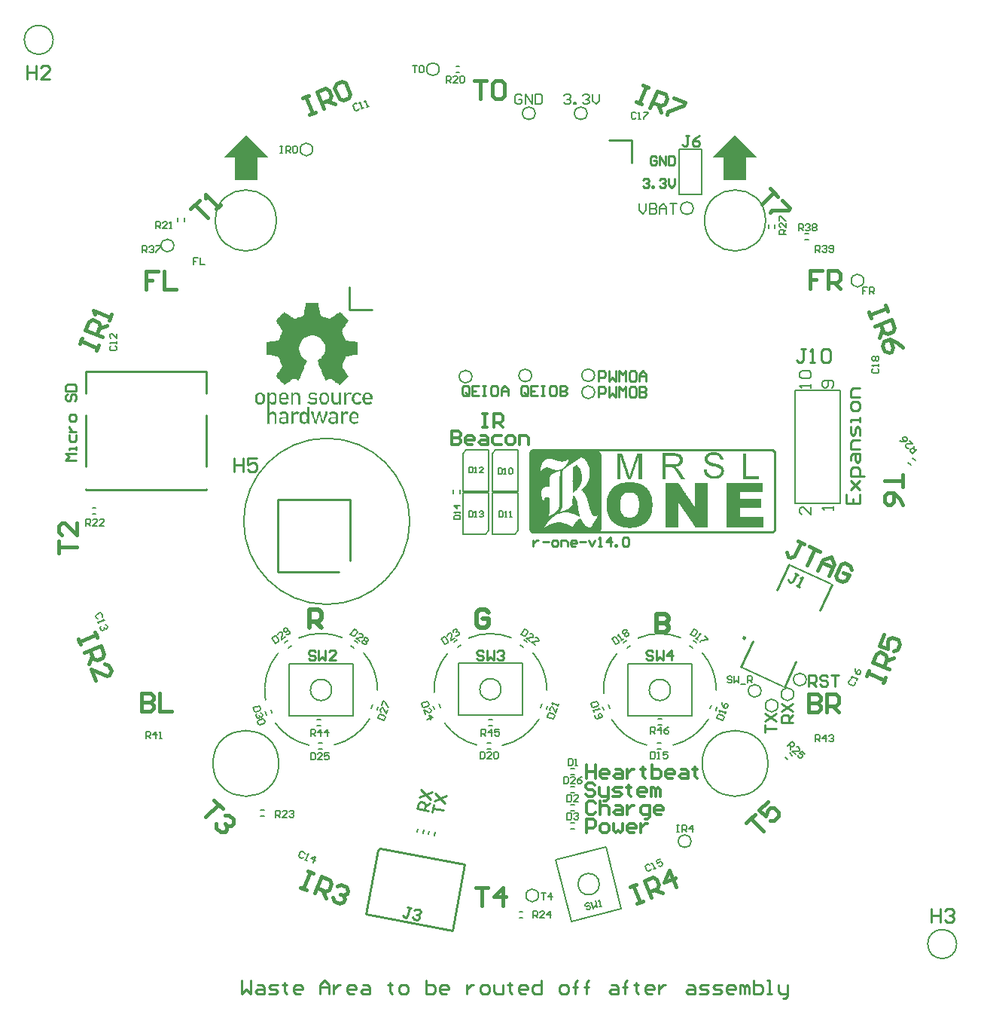
<source format=gto>
%FSLAX25Y25*%
%MOIN*%
G70*
G01*
G75*
G04 Layer_Color=65535*
%ADD10C,0.01500*%
%ADD11C,0.04000*%
%ADD12R,0.03150X0.05906*%
G04:AMPARAMS|DCode=13|XSize=35.43mil|YSize=27.56mil|CornerRadius=0mil|HoleSize=0mil|Usage=FLASHONLY|Rotation=169.100|XOffset=0mil|YOffset=0mil|HoleType=Round|Shape=Rectangle|*
%AMROTATEDRECTD13*
4,1,4,0.02000,0.01018,0.01479,-0.01688,-0.02000,-0.01018,-0.01479,0.01688,0.02000,0.01018,0.0*
%
%ADD13ROTATEDRECTD13*%

%ADD14R,0.02756X0.03543*%
G04:AMPARAMS|DCode=15|XSize=35.43mil|YSize=27.56mil|CornerRadius=0mil|HoleSize=0mil|Usage=FLASHONLY|Rotation=162.000|XOffset=0mil|YOffset=0mil|HoleType=Round|Shape=Rectangle|*
%AMROTATEDRECTD15*
4,1,4,0.02111,0.00763,0.01259,-0.01858,-0.02111,-0.00763,-0.01259,0.01858,0.02111,0.00763,0.0*
%
%ADD15ROTATEDRECTD15*%

G04:AMPARAMS|DCode=16|XSize=35.43mil|YSize=27.56mil|CornerRadius=0mil|HoleSize=0mil|Usage=FLASHONLY|Rotation=234.000|XOffset=0mil|YOffset=0mil|HoleType=Round|Shape=Rectangle|*
%AMROTATEDRECTD16*
4,1,4,-0.00073,0.02243,0.02156,0.00623,0.00073,-0.02243,-0.02156,-0.00623,-0.00073,0.02243,0.0*
%
%ADD16ROTATEDRECTD16*%

G04:AMPARAMS|DCode=17|XSize=35.43mil|YSize=27.56mil|CornerRadius=0mil|HoleSize=0mil|Usage=FLASHONLY|Rotation=306.000|XOffset=0mil|YOffset=0mil|HoleType=Round|Shape=Rectangle|*
%AMROTATEDRECTD17*
4,1,4,-0.02156,0.00623,0.00073,0.02243,0.02156,-0.00623,-0.00073,-0.02243,-0.02156,0.00623,0.0*
%
%ADD17ROTATEDRECTD17*%

G04:AMPARAMS|DCode=18|XSize=35.43mil|YSize=27.56mil|CornerRadius=0mil|HoleSize=0mil|Usage=FLASHONLY|Rotation=18.000|XOffset=0mil|YOffset=0mil|HoleType=Round|Shape=Rectangle|*
%AMROTATEDRECTD18*
4,1,4,-0.01259,-0.01858,-0.02111,0.00763,0.01259,0.01858,0.02111,-0.00763,-0.01259,-0.01858,0.0*
%
%ADD18ROTATEDRECTD18*%

%ADD19R,0.03543X0.02756*%
%ADD20R,0.08000X0.05000*%
G04:AMPARAMS|DCode=21|XSize=35.43mil|YSize=27.56mil|CornerRadius=0mil|HoleSize=0mil|Usage=FLASHONLY|Rotation=225.000|XOffset=0mil|YOffset=0mil|HoleType=Round|Shape=Rectangle|*
%AMROTATEDRECTD21*
4,1,4,0.00278,0.02227,0.02227,0.00278,-0.00278,-0.02227,-0.02227,-0.00278,0.00278,0.02227,0.0*
%
%ADD21ROTATEDRECTD21*%

G04:AMPARAMS|DCode=22|XSize=19.69mil|YSize=23.62mil|CornerRadius=0mil|HoleSize=0mil|Usage=FLASHONLY|Rotation=337.500|XOffset=0mil|YOffset=0mil|HoleType=Round|Shape=Rectangle|*
%AMROTATEDRECTD22*
4,1,4,-0.01361,-0.00715,-0.00457,0.01468,0.01361,0.00715,0.00457,-0.01468,-0.01361,-0.00715,0.0*
%
%ADD22ROTATEDRECTD22*%

G04:AMPARAMS|DCode=23|XSize=19.69mil|YSize=23.62mil|CornerRadius=0mil|HoleSize=0mil|Usage=FLASHONLY|Rotation=292.500|XOffset=0mil|YOffset=0mil|HoleType=Round|Shape=Rectangle|*
%AMROTATEDRECTD23*
4,1,4,-0.01468,0.00457,0.00715,0.01361,0.01468,-0.00457,-0.00715,-0.01361,-0.01468,0.00457,0.0*
%
%ADD23ROTATEDRECTD23*%

G04:AMPARAMS|DCode=24|XSize=19.69mil|YSize=23.62mil|CornerRadius=0mil|HoleSize=0mil|Usage=FLASHONLY|Rotation=247.500|XOffset=0mil|YOffset=0mil|HoleType=Round|Shape=Rectangle|*
%AMROTATEDRECTD24*
4,1,4,-0.00715,0.01361,0.01468,0.00457,0.00715,-0.01361,-0.01468,-0.00457,-0.00715,0.01361,0.0*
%
%ADD24ROTATEDRECTD24*%

G04:AMPARAMS|DCode=25|XSize=19.69mil|YSize=23.62mil|CornerRadius=0mil|HoleSize=0mil|Usage=FLASHONLY|Rotation=202.500|XOffset=0mil|YOffset=0mil|HoleType=Round|Shape=Rectangle|*
%AMROTATEDRECTD25*
4,1,4,0.00457,0.01468,0.01361,-0.00715,-0.00457,-0.01468,-0.01361,0.00715,0.00457,0.01468,0.0*
%
%ADD25ROTATEDRECTD25*%

%ADD26R,0.02362X0.01969*%
%ADD27R,0.01969X0.02362*%
G04:AMPARAMS|DCode=28|XSize=80mil|YSize=50mil|CornerRadius=0mil|HoleSize=0mil|Usage=FLASHONLY|Rotation=104.000|XOffset=0mil|YOffset=0mil|HoleType=Round|Shape=Rectangle|*
%AMROTATEDRECTD28*
4,1,4,0.03393,-0.03276,-0.01458,-0.04486,-0.03393,0.03276,0.01458,0.04486,0.03393,-0.03276,0.0*
%
%ADD28ROTATEDRECTD28*%

%ADD29R,0.09449X0.09449*%
%ADD30R,0.06850X0.05512*%
%ADD31P,0.13919X4X345.0*%
%ADD32P,0.13919X4X285.0*%
G04:AMPARAMS|DCode=33|XSize=17.32mil|YSize=98.43mil|CornerRadius=0mil|HoleSize=0mil|Usage=FLASHONLY|Rotation=245.000|XOffset=0mil|YOffset=0mil|HoleType=Round|Shape=Rectangle|*
%AMROTATEDRECTD33*
4,1,4,-0.04094,0.02865,0.04826,-0.01295,0.04094,-0.02865,-0.04826,0.01295,-0.04094,0.02865,0.0*
%
%ADD33ROTATEDRECTD33*%

%ADD34R,0.04134X0.05906*%
%ADD35R,0.02362X0.04134*%
G04:AMPARAMS|DCode=36|XSize=64.96mil|YSize=21.65mil|CornerRadius=0mil|HoleSize=0mil|Usage=FLASHONLY|Rotation=259.100|XOffset=0mil|YOffset=0mil|HoleType=Round|Shape=Rectangle|*
%AMROTATEDRECTD36*
4,1,4,-0.00449,0.03394,0.01677,0.02985,0.00449,-0.03394,-0.01677,-0.02985,-0.00449,0.03394,0.0*
%
%ADD36ROTATEDRECTD36*%

%ADD37C,0.00800*%
%ADD38C,0.02500*%
%ADD39C,0.02000*%
%ADD40C,0.01200*%
%ADD41C,0.01000*%
G04:AMPARAMS|DCode=42|XSize=10mil|YSize=50mil|CornerRadius=0mil|HoleSize=0mil|Usage=FLASHONLY|Rotation=216.000|XOffset=0mil|YOffset=0mil|HoleType=Round|Shape=Rectangle|*
%AMROTATEDRECTD42*
4,1,4,-0.01065,0.02316,0.01874,-0.01729,0.01065,-0.02316,-0.01874,0.01729,-0.01065,0.02316,0.0*
%
%ADD42ROTATEDRECTD42*%

G04:AMPARAMS|DCode=43|XSize=10mil|YSize=50mil|CornerRadius=0mil|HoleSize=0mil|Usage=FLASHONLY|Rotation=144.000|XOffset=0mil|YOffset=0mil|HoleType=Round|Shape=Rectangle|*
%AMROTATEDRECTD43*
4,1,4,0.01874,0.01729,-0.01065,-0.02316,-0.01874,-0.01729,0.01065,0.02316,0.01874,0.01729,0.0*
%
%ADD43ROTATEDRECTD43*%

G04:AMPARAMS|DCode=44|XSize=10mil|YSize=50mil|CornerRadius=0mil|HoleSize=0mil|Usage=FLASHONLY|Rotation=288.000|XOffset=0mil|YOffset=0mil|HoleType=Round|Shape=Rectangle|*
%AMROTATEDRECTD44*
4,1,4,-0.02532,-0.00297,0.02223,0.01248,0.02532,0.00297,-0.02223,-0.01248,-0.02532,-0.00297,0.0*
%
%ADD44ROTATEDRECTD44*%

G04:AMPARAMS|DCode=45|XSize=10mil|YSize=50mil|CornerRadius=0mil|HoleSize=0mil|Usage=FLASHONLY|Rotation=72.000|XOffset=0mil|YOffset=0mil|HoleType=Round|Shape=Rectangle|*
%AMROTATEDRECTD45*
4,1,4,0.02223,-0.01248,-0.02532,0.00297,-0.02223,0.01248,0.02532,-0.00297,0.02223,-0.01248,0.0*
%
%ADD45ROTATEDRECTD45*%

%ADD46R,0.01000X0.05000*%
%ADD47C,0.03000*%
%ADD48C,0.15800*%
%ADD49C,0.14900*%
%ADD50C,0.06000*%
%ADD51C,0.26000*%
%ADD52C,0.08661*%
%ADD53C,0.05000*%
%ADD54R,0.05906X0.05906*%
%ADD55C,0.05906*%
G04:AMPARAMS|DCode=56|XSize=86.61mil|YSize=70.87mil|CornerRadius=0mil|HoleSize=0mil|Usage=FLASHONLY|Rotation=79.100|XOffset=0mil|YOffset=0mil|HoleType=Round|Shape=Round|*
%AMOVALD56*
21,1,0.01575,0.07087,0.00000,0.00000,79.1*
1,1,0.07087,-0.00149,-0.00773*
1,1,0.07087,0.00149,0.00773*
%
%ADD56OVALD56*%

%ADD57C,0.03500*%
%ADD58C,0.02700*%
%ADD59C,0.02598*%
%ADD60R,0.06693X0.01378*%
%ADD61R,0.05906X0.02362*%
%ADD62R,0.05512X0.04724*%
%ADD63R,0.03543X0.03150*%
%ADD64R,0.07087X0.04724*%
%ADD65R,0.03150X0.03543*%
%ADD66R,0.08661X0.07480*%
%ADD67O,0.01496X0.06299*%
%ADD68R,0.03937X0.04429*%
%ADD69R,0.06299X0.05118*%
%ADD70R,0.02913X0.11004*%
%ADD71R,0.04724X0.05512*%
%ADD72R,0.01142X0.06890*%
%ADD73R,0.06890X0.01142*%
%ADD74R,0.06496X0.01142*%
%ADD75R,0.01142X0.06496*%
%ADD76O,0.03347X0.00984*%
%ADD77O,0.00984X0.03347*%
%ADD78R,0.14173X0.14173*%
%ADD79O,0.00984X0.03150*%
%ADD80O,0.03150X0.00984*%
%ADD81R,0.02362X0.05906*%
%ADD82R,0.01732X0.05394*%
%ADD83C,0.02913*%
%ADD84C,0.02914*%
%ADD85R,0.07500X0.06000*%
%ADD86C,0.00500*%
%ADD87C,0.00787*%
%ADD88C,0.00984*%
%ADD89C,0.01300*%
G36*
X298980Y443671D02*
X299254D01*
Y443397D01*
X299527D01*
Y443123D01*
X299801D01*
Y442849D01*
X300075D01*
Y439839D01*
X299801D01*
Y439292D01*
X299527D01*
Y439018D01*
X298980D01*
Y438744D01*
X296791D01*
Y439018D01*
X296517D01*
Y439292D01*
X296243D01*
Y439565D01*
X295969D01*
Y442849D01*
X296243D01*
Y443397D01*
X296517D01*
Y443671D01*
X297064D01*
Y443944D01*
X298980D01*
Y443671D01*
D02*
G37*
G36*
X336747Y435187D02*
X337295D01*
Y434913D01*
X337021D01*
Y434639D01*
X336747D01*
Y434366D01*
X336200D01*
Y434639D01*
X335652D01*
Y434366D01*
X335105D01*
Y434092D01*
X334831D01*
Y429987D01*
X334558D01*
Y430260D01*
X333737D01*
Y435460D01*
X334831D01*
Y434913D01*
X335105D01*
Y435187D01*
X335652D01*
Y435460D01*
X336747D01*
Y435187D01*
D02*
G37*
G36*
X319779Y429987D02*
X319506D01*
Y430260D01*
X318958D01*
Y430534D01*
X318411D01*
Y430260D01*
X317863D01*
Y429987D01*
X317042D01*
Y430260D01*
X316221D01*
Y430534D01*
X315948D01*
Y430808D01*
X315674D01*
Y434639D01*
X315948D01*
Y434913D01*
X316221D01*
Y435187D01*
X316769D01*
Y435460D01*
X317863D01*
Y435187D01*
X318411D01*
Y434913D01*
X318958D01*
Y437650D01*
X319779D01*
Y429987D01*
D02*
G37*
G36*
X346599Y443671D02*
X346873D01*
Y443397D01*
X347147D01*
Y443123D01*
X347421D01*
Y442576D01*
X347694D01*
Y440934D01*
X344410D01*
Y440113D01*
X344684D01*
Y439839D01*
X344957D01*
Y439565D01*
X346599D01*
Y439839D01*
X347147D01*
Y439565D01*
X347421D01*
Y439018D01*
X346873D01*
Y438744D01*
X344410D01*
Y439018D01*
X344136D01*
Y439292D01*
X343863D01*
Y439565D01*
X343589D01*
Y440660D01*
X343315D01*
Y442029D01*
X343589D01*
Y442849D01*
X343863D01*
Y443397D01*
X344136D01*
Y443671D01*
X344684D01*
Y443944D01*
X346599D01*
Y443671D01*
D02*
G37*
G36*
X327442D02*
X327716D01*
Y443397D01*
X327990D01*
Y443123D01*
X328263D01*
Y442576D01*
X328537D01*
Y440113D01*
X328263D01*
Y439565D01*
X327990D01*
Y439018D01*
X327442D01*
Y438744D01*
X325253D01*
Y439018D01*
X324979D01*
Y439292D01*
X324705D01*
Y439565D01*
X324432D01*
Y440660D01*
X324158D01*
Y442029D01*
X324432D01*
Y443123D01*
X324705D01*
Y443397D01*
X324979D01*
Y443671D01*
X325526D01*
Y443944D01*
X327442D01*
Y443671D01*
D02*
G37*
G36*
X309380D02*
X309927D01*
Y443397D01*
X310201D01*
Y442849D01*
X310474D01*
Y441207D01*
X310748D01*
Y440934D01*
X307190D01*
Y440386D01*
X307464D01*
Y439839D01*
X307737D01*
Y439565D01*
X309380D01*
Y439839D01*
X310201D01*
Y439565D01*
X310474D01*
Y439292D01*
X310201D01*
Y439018D01*
X309927D01*
Y438744D01*
X307464D01*
Y439018D01*
X306916D01*
Y439565D01*
X306643D01*
Y440113D01*
X306369D01*
Y442576D01*
X306643D01*
Y443123D01*
X306916D01*
Y443397D01*
X307190D01*
Y443671D01*
X307464D01*
Y443944D01*
X309380D01*
Y443671D01*
D02*
G37*
G36*
X340305Y435187D02*
X340852D01*
Y434913D01*
X341126D01*
Y434639D01*
X341400D01*
Y434366D01*
X341673D01*
Y432450D01*
X338389D01*
Y431629D01*
X338663D01*
Y431355D01*
X338936D01*
Y431081D01*
X339484D01*
Y430808D01*
X340305D01*
Y431081D01*
X340852D01*
Y431355D01*
X341126D01*
Y431081D01*
X341673D01*
Y430534D01*
X341126D01*
Y430260D01*
X340305D01*
Y429987D01*
X339210D01*
Y430260D01*
X338389D01*
Y430534D01*
X338116D01*
Y430808D01*
X337842D01*
Y431355D01*
X337568D01*
Y434092D01*
X337842D01*
Y434639D01*
X338116D01*
Y434913D01*
X338389D01*
Y435187D01*
X338936D01*
Y435460D01*
X340305D01*
Y435187D01*
D02*
G37*
G36*
X331274D02*
X331821D01*
Y434913D01*
X332095D01*
Y434639D01*
X332368D01*
Y430260D01*
X331821D01*
Y429987D01*
X331547D01*
Y430534D01*
X331274D01*
Y430260D01*
X330726D01*
Y429987D01*
X329632D01*
Y430260D01*
X328811D01*
Y430534D01*
X328537D01*
Y431081D01*
X328263D01*
Y432176D01*
X328537D01*
Y432724D01*
X328811D01*
Y432997D01*
X331547D01*
Y434366D01*
X331000D01*
Y434639D01*
X329632D01*
Y434366D01*
X329358D01*
Y434092D01*
X329084D01*
Y434366D01*
X328811D01*
Y434639D01*
X328537D01*
Y434913D01*
X328811D01*
Y435187D01*
X329358D01*
Y435460D01*
X331274D01*
Y435187D01*
D02*
G37*
G36*
X524955Y418920D02*
X525386D01*
Y418776D01*
X525530D01*
Y418632D01*
X525818D01*
Y418488D01*
X525963D01*
Y418343D01*
X526107D01*
Y418199D01*
Y418055D01*
X526251D01*
Y417911D01*
X526395D01*
Y417767D01*
Y417623D01*
X526539D01*
Y417479D01*
Y417335D01*
Y417191D01*
Y417047D01*
Y416903D01*
Y416759D01*
Y416615D01*
Y416471D01*
Y416327D01*
Y416183D01*
Y416039D01*
Y415895D01*
Y415751D01*
Y415607D01*
Y415463D01*
Y415319D01*
Y415175D01*
Y415031D01*
Y414887D01*
Y414743D01*
Y414599D01*
Y414455D01*
Y414311D01*
Y414167D01*
Y414023D01*
Y413879D01*
Y413735D01*
Y413591D01*
Y413447D01*
Y413303D01*
Y413159D01*
Y413015D01*
Y412871D01*
Y412727D01*
Y412583D01*
Y412439D01*
Y412295D01*
Y412151D01*
Y412007D01*
Y411863D01*
Y411719D01*
Y411575D01*
Y411431D01*
Y411287D01*
Y411143D01*
Y410999D01*
Y410855D01*
Y410711D01*
Y410567D01*
Y410423D01*
Y410279D01*
Y410135D01*
Y409991D01*
Y409847D01*
Y409703D01*
Y409559D01*
Y409415D01*
Y409271D01*
Y409127D01*
Y408983D01*
Y408839D01*
Y408695D01*
Y408551D01*
Y408406D01*
Y408262D01*
Y408118D01*
Y407974D01*
Y407830D01*
Y407686D01*
Y407542D01*
Y407398D01*
Y407254D01*
Y407110D01*
Y406966D01*
Y406822D01*
Y406678D01*
Y406534D01*
Y406390D01*
Y406246D01*
Y406102D01*
Y405958D01*
Y405814D01*
Y405670D01*
Y405526D01*
Y405382D01*
Y405238D01*
Y405094D01*
Y404950D01*
Y404806D01*
Y404662D01*
Y404518D01*
Y404374D01*
Y404230D01*
Y404086D01*
Y403942D01*
Y403798D01*
Y403654D01*
Y403510D01*
Y403366D01*
Y403222D01*
Y403078D01*
Y402934D01*
Y402790D01*
Y402646D01*
Y402502D01*
Y402358D01*
Y402214D01*
Y402070D01*
Y401926D01*
Y401782D01*
Y401638D01*
Y401494D01*
Y401350D01*
Y401206D01*
Y401062D01*
Y400918D01*
Y400774D01*
Y400630D01*
Y400486D01*
Y400342D01*
Y400198D01*
Y400054D01*
Y399910D01*
Y399766D01*
Y399622D01*
Y399478D01*
Y399334D01*
Y399189D01*
Y399045D01*
Y398902D01*
Y398758D01*
Y398614D01*
Y398469D01*
Y398325D01*
Y398181D01*
Y398037D01*
Y397893D01*
Y397749D01*
Y397605D01*
Y397461D01*
Y397317D01*
Y397173D01*
Y397029D01*
Y396885D01*
Y396741D01*
Y396597D01*
Y396453D01*
Y396309D01*
Y396165D01*
Y396021D01*
Y395877D01*
Y395733D01*
Y395589D01*
Y395445D01*
Y395301D01*
Y395157D01*
Y395013D01*
Y394869D01*
Y394725D01*
Y394581D01*
Y394437D01*
Y394293D01*
Y394149D01*
Y394005D01*
Y393861D01*
Y393717D01*
Y393573D01*
Y393429D01*
Y393285D01*
Y393141D01*
Y392997D01*
Y392853D01*
Y392709D01*
Y392565D01*
Y392421D01*
Y392277D01*
Y392133D01*
Y391989D01*
Y391845D01*
Y391701D01*
Y391557D01*
Y391413D01*
Y391269D01*
Y391125D01*
Y390981D01*
Y390837D01*
Y390693D01*
Y390549D01*
Y390405D01*
Y390261D01*
Y390117D01*
Y389973D01*
Y389828D01*
Y389685D01*
Y389541D01*
Y389397D01*
Y389252D01*
Y389108D01*
Y388965D01*
Y388820D01*
Y388676D01*
Y388532D01*
Y388388D01*
Y388244D01*
Y388100D01*
Y387956D01*
Y387812D01*
Y387668D01*
Y387524D01*
Y387380D01*
Y387236D01*
Y387092D01*
Y386948D01*
Y386804D01*
Y386660D01*
Y386516D01*
Y386372D01*
Y386228D01*
Y386084D01*
Y385940D01*
Y385796D01*
Y385652D01*
Y385508D01*
Y385364D01*
Y385220D01*
Y385076D01*
Y384932D01*
Y384788D01*
Y384644D01*
Y384500D01*
Y384356D01*
Y384212D01*
Y384068D01*
Y383924D01*
Y383780D01*
Y383636D01*
Y383492D01*
Y383348D01*
Y383204D01*
Y383060D01*
Y382916D01*
X526395D01*
Y382772D01*
Y382628D01*
X526251D01*
Y382484D01*
Y382340D01*
X526107D01*
Y382196D01*
X525963D01*
Y382052D01*
X525818D01*
Y381908D01*
X525674D01*
Y381764D01*
X525386D01*
Y381620D01*
X525099D01*
Y381476D01*
X418672D01*
Y381620D01*
X418383D01*
Y381764D01*
X418095D01*
Y381908D01*
X417951D01*
Y382052D01*
X417807D01*
Y382196D01*
X417663D01*
Y382340D01*
X417519D01*
Y382484D01*
Y382628D01*
X417375D01*
Y382772D01*
Y382916D01*
Y383060D01*
X417231D01*
Y383204D01*
Y383348D01*
Y383492D01*
Y383636D01*
Y383780D01*
Y383924D01*
Y384068D01*
Y384212D01*
Y384356D01*
Y384500D01*
Y384644D01*
Y384788D01*
Y384932D01*
Y385076D01*
Y385220D01*
Y385364D01*
Y385508D01*
Y385652D01*
Y385796D01*
Y385940D01*
Y386084D01*
Y386228D01*
Y386372D01*
Y386516D01*
Y386660D01*
Y386804D01*
Y386948D01*
Y387092D01*
Y387236D01*
Y387380D01*
Y387524D01*
Y387668D01*
Y387812D01*
Y387956D01*
Y388100D01*
Y388244D01*
Y388388D01*
Y388532D01*
Y388676D01*
Y388820D01*
Y388965D01*
Y389108D01*
Y389252D01*
Y389397D01*
Y389541D01*
Y389685D01*
Y389828D01*
Y389973D01*
Y390117D01*
Y390261D01*
Y390405D01*
Y390549D01*
Y390693D01*
Y390837D01*
Y390981D01*
Y391125D01*
Y391269D01*
Y391413D01*
Y391557D01*
Y391701D01*
Y391845D01*
Y391989D01*
Y392133D01*
Y392277D01*
Y392421D01*
Y392565D01*
Y392709D01*
Y392853D01*
Y392997D01*
Y393141D01*
Y393285D01*
Y393429D01*
Y393573D01*
Y393717D01*
Y393861D01*
Y394005D01*
Y394149D01*
Y394293D01*
Y394437D01*
Y394581D01*
Y394725D01*
Y394869D01*
Y395013D01*
Y395157D01*
Y395301D01*
Y395445D01*
Y395589D01*
Y395733D01*
Y395877D01*
Y396021D01*
Y396165D01*
Y396309D01*
Y396453D01*
Y396597D01*
Y396741D01*
Y396885D01*
Y397029D01*
Y397173D01*
Y397317D01*
Y397461D01*
Y397605D01*
Y397749D01*
Y397893D01*
Y398037D01*
Y398181D01*
Y398325D01*
Y398469D01*
Y398614D01*
Y398758D01*
Y398902D01*
Y399045D01*
Y399189D01*
Y399334D01*
Y399478D01*
Y399622D01*
Y399766D01*
Y399910D01*
Y400054D01*
Y400198D01*
Y400342D01*
Y400486D01*
Y400630D01*
Y400774D01*
Y400918D01*
Y401062D01*
Y401206D01*
Y401350D01*
Y401494D01*
Y401638D01*
Y401782D01*
Y401926D01*
Y402070D01*
Y402214D01*
Y402358D01*
Y402502D01*
Y402646D01*
Y402790D01*
Y402934D01*
Y403078D01*
Y403222D01*
Y403366D01*
Y403510D01*
Y403654D01*
Y403798D01*
Y403942D01*
Y404086D01*
Y404230D01*
Y404374D01*
Y404518D01*
Y404662D01*
Y404806D01*
Y404950D01*
Y405094D01*
Y405238D01*
Y405382D01*
Y405526D01*
Y405670D01*
Y405814D01*
Y405958D01*
Y406102D01*
Y406246D01*
Y406390D01*
Y406534D01*
Y406678D01*
Y406822D01*
Y406966D01*
Y407110D01*
Y407254D01*
Y407398D01*
Y407542D01*
Y407686D01*
Y407830D01*
Y407974D01*
Y408118D01*
Y408262D01*
Y408406D01*
Y408551D01*
Y408695D01*
Y408839D01*
Y408983D01*
Y409127D01*
Y409271D01*
Y409415D01*
Y409559D01*
Y409703D01*
Y409847D01*
Y409991D01*
Y410135D01*
Y410279D01*
Y410423D01*
Y410567D01*
Y410711D01*
Y410855D01*
Y410999D01*
Y411143D01*
Y411287D01*
Y411431D01*
Y411575D01*
Y411719D01*
Y411863D01*
Y412007D01*
Y412151D01*
Y412295D01*
Y412439D01*
Y412583D01*
Y412727D01*
Y412871D01*
Y413015D01*
Y413159D01*
Y413303D01*
Y413447D01*
Y413591D01*
Y413735D01*
Y413879D01*
Y414023D01*
Y414167D01*
Y414311D01*
Y414455D01*
Y414599D01*
Y414743D01*
Y414887D01*
Y415031D01*
Y415175D01*
Y415319D01*
Y415463D01*
Y415607D01*
Y415751D01*
Y415895D01*
Y416039D01*
Y416183D01*
Y416327D01*
Y416471D01*
Y416615D01*
Y416759D01*
Y416903D01*
Y417047D01*
Y417191D01*
Y417335D01*
Y417479D01*
X417375D01*
Y417623D01*
Y417767D01*
Y417911D01*
X417519D01*
Y418055D01*
X417663D01*
Y418199D01*
Y418343D01*
X417807D01*
Y418488D01*
X417951D01*
Y418632D01*
X418239D01*
Y418776D01*
X418383D01*
Y418920D01*
X418816D01*
Y419064D01*
X524955D01*
Y418920D01*
D02*
G37*
G36*
X314853Y435187D02*
X315400D01*
Y434913D01*
X315127D01*
Y434639D01*
X314853D01*
Y434366D01*
X314032D01*
Y434639D01*
X313758D01*
Y434366D01*
X313211D01*
Y434092D01*
X312937D01*
Y430260D01*
X312116D01*
Y429987D01*
X311843D01*
Y435460D01*
X312937D01*
Y435187D01*
X312664D01*
Y434913D01*
X313211D01*
Y435187D01*
X313758D01*
Y435460D01*
X314853D01*
Y435187D01*
D02*
G37*
G36*
X327990Y434913D02*
X327716D01*
Y434092D01*
X327442D01*
Y433271D01*
X327168D01*
Y432450D01*
X326895D01*
Y431629D01*
X326621D01*
Y430808D01*
X326347D01*
Y429987D01*
X326074D01*
Y430260D01*
X325526D01*
Y430534D01*
X325253D01*
Y431355D01*
X324979D01*
Y432176D01*
X324705D01*
Y433271D01*
X324432D01*
Y433818D01*
X324158D01*
Y433544D01*
X323884D01*
Y432450D01*
X323611D01*
Y431629D01*
X323337D01*
Y430534D01*
X323063D01*
Y429987D01*
X322790D01*
Y430260D01*
X322242D01*
Y430534D01*
X321969D01*
Y431355D01*
X321695D01*
Y432176D01*
X321421D01*
Y432997D01*
X321148D01*
Y433818D01*
X320874D01*
Y434639D01*
X320600D01*
Y435460D01*
X321421D01*
Y435187D01*
X321695D01*
Y434092D01*
X321969D01*
Y432997D01*
X322242D01*
Y432176D01*
X322516D01*
Y431629D01*
X322790D01*
Y432176D01*
X323063D01*
Y432997D01*
X323337D01*
Y433818D01*
X323611D01*
Y434913D01*
X323884D01*
Y435460D01*
X324705D01*
Y434639D01*
X324979D01*
Y433818D01*
X325253D01*
Y432724D01*
X325526D01*
Y431903D01*
X325800D01*
Y431629D01*
X326074D01*
Y432450D01*
X326347D01*
Y433271D01*
X326621D01*
Y434366D01*
X326895D01*
Y435460D01*
X327990D01*
Y434913D01*
D02*
G37*
G36*
X309380Y435187D02*
X309927D01*
Y434913D01*
X310201D01*
Y434639D01*
X310474D01*
Y430260D01*
X309653D01*
Y430534D01*
X309380D01*
Y430260D01*
X308832D01*
Y429987D01*
X307737D01*
Y430260D01*
X306916D01*
Y430534D01*
X306643D01*
Y430808D01*
X306369D01*
Y432450D01*
X306643D01*
Y432724D01*
X306916D01*
Y432997D01*
X309653D01*
Y434092D01*
X309380D01*
Y434366D01*
X309106D01*
Y434639D01*
X307737D01*
Y434366D01*
X307464D01*
Y434092D01*
X307190D01*
Y434366D01*
X306916D01*
Y434639D01*
X306643D01*
Y434913D01*
X306916D01*
Y435187D01*
X307464D01*
Y435460D01*
X309380D01*
Y435187D01*
D02*
G37*
G36*
X314853Y443671D02*
X315400D01*
Y443397D01*
X315674D01*
Y442576D01*
X315948D01*
Y438744D01*
X314853D01*
Y442576D01*
X314579D01*
Y442849D01*
X314306D01*
Y443123D01*
X313211D01*
Y442849D01*
X312937D01*
Y442576D01*
X312664D01*
Y438744D01*
X311843D01*
Y443944D01*
X312664D01*
Y443397D01*
X312937D01*
Y443671D01*
X313211D01*
Y443944D01*
X314853D01*
Y443671D01*
D02*
G37*
G36*
X304453D02*
X305001D01*
Y443123D01*
X305274D01*
Y439292D01*
X305001D01*
Y439018D01*
X304727D01*
Y438744D01*
X302811D01*
Y439018D01*
X302538D01*
Y439292D01*
X302264D01*
Y434913D01*
X302538D01*
Y435187D01*
X303085D01*
Y435460D01*
X304180D01*
Y435187D01*
X304727D01*
Y434913D01*
X305001D01*
Y434639D01*
X305274D01*
Y430260D01*
X304727D01*
Y429987D01*
X304453D01*
Y434092D01*
X304180D01*
Y434366D01*
X303632D01*
Y434639D01*
X303085D01*
Y434366D01*
X302538D01*
Y434092D01*
X302264D01*
Y429987D01*
X301990D01*
Y430260D01*
X301443D01*
Y429987D01*
X301169D01*
Y443944D01*
X302264D01*
Y443397D01*
X302538D01*
Y443671D01*
X302811D01*
Y443944D01*
X304453D01*
Y443671D01*
D02*
G37*
G36*
X341947D02*
X342494D01*
Y443397D01*
X342768D01*
Y442849D01*
X342494D01*
Y442576D01*
X341947D01*
Y442849D01*
X341673D01*
Y443123D01*
X340579D01*
Y442849D01*
X340031D01*
Y442576D01*
X339758D01*
Y441481D01*
X339484D01*
Y440934D01*
X339758D01*
Y440113D01*
X340031D01*
Y439839D01*
X340305D01*
Y439565D01*
X341673D01*
Y439839D01*
X342221D01*
Y440113D01*
X342494D01*
Y439839D01*
X342768D01*
Y439292D01*
X342494D01*
Y439018D01*
X342221D01*
Y438744D01*
X340031D01*
Y439018D01*
X339484D01*
Y439292D01*
X339210D01*
Y439839D01*
X338936D01*
Y440386D01*
X338663D01*
Y442029D01*
X338936D01*
Y442849D01*
X339210D01*
Y443397D01*
X339484D01*
Y443671D01*
X340031D01*
Y443944D01*
X341947D01*
Y443671D01*
D02*
G37*
G36*
X338389D02*
X338663D01*
Y443397D01*
X338389D01*
Y443123D01*
X338116D01*
Y442849D01*
X337842D01*
Y443123D01*
X336747D01*
Y442849D01*
X336473D01*
Y442576D01*
X336200D01*
Y438744D01*
X335105D01*
Y443944D01*
X336200D01*
Y443671D01*
X335926D01*
Y443397D01*
X336473D01*
Y443671D01*
X336747D01*
Y443944D01*
X338389D01*
Y443671D01*
D02*
G37*
G36*
X518300Y548000D02*
X513300D01*
Y538000D01*
X503300D01*
Y548000D01*
X498300D01*
X508300Y558000D01*
X518300Y548000D01*
D02*
G37*
G36*
X301700D02*
X296700D01*
Y538000D01*
X286700D01*
Y548000D01*
X281700D01*
X291700Y558000D01*
X301700Y548000D01*
D02*
G37*
G36*
X323694Y482904D02*
X323968D01*
Y481536D01*
X324242D01*
Y480168D01*
X324515D01*
Y478526D01*
X324789D01*
Y477978D01*
X325336D01*
Y477705D01*
X325884D01*
Y477431D01*
X326705D01*
Y477157D01*
X327252D01*
Y476884D01*
X328073D01*
Y476610D01*
X329168D01*
Y476884D01*
X329441D01*
Y477157D01*
X329989D01*
Y477431D01*
X330262D01*
Y477705D01*
X330810D01*
Y477978D01*
X331083D01*
Y478252D01*
X331631D01*
Y478526D01*
X331905D01*
Y478799D01*
X332452D01*
Y479073D01*
X332726D01*
Y479347D01*
X333273D01*
Y479620D01*
X333546D01*
Y479347D01*
X333820D01*
Y479073D01*
X334094D01*
Y478799D01*
X334368D01*
Y478526D01*
X334641D01*
Y478252D01*
X334915D01*
Y477978D01*
X335189D01*
Y477705D01*
X335462D01*
Y477431D01*
X335736D01*
Y477157D01*
X336010D01*
Y476884D01*
X336283D01*
Y476610D01*
X336557D01*
Y476336D01*
X336831D01*
Y476063D01*
X337104D01*
Y475515D01*
X336831D01*
Y474968D01*
X336557D01*
Y474694D01*
X336283D01*
Y474147D01*
X336010D01*
Y473873D01*
X335736D01*
Y473326D01*
X335462D01*
Y473052D01*
X335189D01*
Y472779D01*
X334915D01*
Y472231D01*
X334641D01*
Y471957D01*
X334368D01*
Y471410D01*
X334094D01*
Y470863D01*
X334368D01*
Y470315D01*
X334641D01*
Y469494D01*
X334915D01*
Y468947D01*
X335189D01*
Y468400D01*
X335462D01*
Y467579D01*
X335736D01*
Y467305D01*
X336010D01*
Y467031D01*
X337104D01*
Y466758D01*
X338746D01*
Y466484D01*
X340115D01*
Y466210D01*
X341210D01*
Y460737D01*
X340388D01*
Y460463D01*
X339020D01*
Y460189D01*
X337378D01*
Y459916D01*
X336010D01*
Y459642D01*
X335736D01*
Y458821D01*
X335462D01*
Y458274D01*
X335189D01*
Y457453D01*
X334915D01*
Y456905D01*
X334641D01*
Y456084D01*
X334368D01*
Y454990D01*
X334641D01*
Y454716D01*
X334915D01*
Y454169D01*
X335189D01*
Y453895D01*
X335462D01*
Y453347D01*
X335736D01*
Y453074D01*
X336010D01*
Y452527D01*
X336283D01*
Y452253D01*
X336557D01*
Y451706D01*
X336831D01*
Y451432D01*
X337104D01*
Y450884D01*
X336831D01*
Y450611D01*
X336557D01*
Y450337D01*
X336283D01*
Y450063D01*
X336010D01*
Y449790D01*
X335736D01*
Y449516D01*
X335462D01*
Y449242D01*
X335189D01*
Y448969D01*
X334915D01*
Y448695D01*
X334641D01*
Y448421D01*
X334368D01*
Y448148D01*
X334094D01*
Y447874D01*
X333820D01*
Y447600D01*
X333546D01*
Y447327D01*
X332999D01*
Y447600D01*
X332726D01*
Y447874D01*
X332178D01*
Y448148D01*
X331905D01*
Y448421D01*
X331357D01*
Y448695D01*
X331083D01*
Y448969D01*
X330810D01*
Y449242D01*
X330262D01*
Y449516D01*
X329989D01*
Y449790D01*
X329441D01*
Y450063D01*
X328620D01*
Y449790D01*
X328073D01*
Y449516D01*
X327526D01*
Y449242D01*
X326978D01*
Y449516D01*
X326705D01*
Y450063D01*
X326431D01*
Y450884D01*
X326157D01*
Y451432D01*
X325884D01*
Y451979D01*
X325610D01*
Y452800D01*
X325336D01*
Y453347D01*
X325063D01*
Y454169D01*
X324789D01*
Y454716D01*
X324515D01*
Y455263D01*
X324242D01*
Y456084D01*
X323968D01*
Y456632D01*
X323694D01*
Y457453D01*
X323421D01*
Y458274D01*
X323968D01*
Y458547D01*
X324242D01*
Y458821D01*
X324515D01*
Y459095D01*
X325063D01*
Y459368D01*
X325336D01*
Y459916D01*
X325610D01*
Y460189D01*
X325884D01*
Y460463D01*
X326157D01*
Y461010D01*
X326431D01*
Y461832D01*
X326705D01*
Y465116D01*
X326431D01*
Y465663D01*
X326157D01*
Y466210D01*
X325884D01*
Y466758D01*
X325610D01*
Y467031D01*
X325336D01*
Y467305D01*
X325063D01*
Y467579D01*
X324789D01*
Y467852D01*
X324515D01*
Y468126D01*
X324242D01*
Y468400D01*
X323694D01*
Y468673D01*
X323147D01*
Y468947D01*
X322052D01*
Y469221D01*
X320136D01*
Y468947D01*
X319042D01*
Y468673D01*
X318494D01*
Y468400D01*
X317947D01*
Y468126D01*
X317673D01*
Y467852D01*
X317126D01*
Y467579D01*
X316852D01*
Y467305D01*
X316579D01*
Y466758D01*
X316305D01*
Y466484D01*
X316031D01*
Y465937D01*
X315758D01*
Y465389D01*
X315484D01*
Y464294D01*
X315210D01*
Y462652D01*
X315484D01*
Y461558D01*
X315758D01*
Y460737D01*
X316031D01*
Y460463D01*
X316305D01*
Y459916D01*
X316579D01*
Y459642D01*
X316852D01*
Y459368D01*
X317126D01*
Y459095D01*
X317400D01*
Y458821D01*
X317673D01*
Y458547D01*
X318221D01*
Y458274D01*
X318494D01*
Y458000D01*
X318768D01*
Y457726D01*
X318494D01*
Y456905D01*
X318221D01*
Y456358D01*
X317947D01*
Y455811D01*
X317673D01*
Y454990D01*
X317400D01*
Y454442D01*
X317126D01*
Y453621D01*
X316852D01*
Y453074D01*
X316579D01*
Y452253D01*
X316305D01*
Y451706D01*
X316031D01*
Y451158D01*
X315758D01*
Y450337D01*
X315484D01*
Y449790D01*
X315210D01*
Y449242D01*
X314663D01*
Y449516D01*
X314116D01*
Y449790D01*
X313568D01*
Y450063D01*
X312474D01*
Y449790D01*
X312200D01*
Y449516D01*
X311652D01*
Y449242D01*
X311379D01*
Y448969D01*
X311105D01*
Y448695D01*
X310558D01*
Y448421D01*
X310284D01*
Y448148D01*
X309737D01*
Y447874D01*
X309463D01*
Y447600D01*
X308916D01*
Y447327D01*
X308642D01*
Y447600D01*
X308368D01*
Y447874D01*
X308095D01*
Y448148D01*
X307821D01*
Y448421D01*
X307547D01*
Y448695D01*
X307274D01*
Y448969D01*
X307000D01*
Y449242D01*
X306726D01*
Y449516D01*
X306453D01*
Y449790D01*
X306179D01*
Y450063D01*
X305905D01*
Y450337D01*
X305632D01*
Y450611D01*
X305358D01*
Y450884D01*
X305084D01*
Y451706D01*
X305358D01*
Y451979D01*
X305632D01*
Y452527D01*
X305905D01*
Y452800D01*
X306179D01*
Y453074D01*
X306453D01*
Y453621D01*
X306726D01*
Y453895D01*
X307000D01*
Y454442D01*
X307274D01*
Y454716D01*
X307547D01*
Y455263D01*
X307821D01*
Y455811D01*
X307547D01*
Y456632D01*
X307274D01*
Y457179D01*
X307000D01*
Y458000D01*
X306726D01*
Y458547D01*
X306453D01*
Y459368D01*
X306179D01*
Y459642D01*
X305905D01*
Y459916D01*
X304537D01*
Y460189D01*
X303169D01*
Y460463D01*
X301800D01*
Y460737D01*
X300979D01*
Y466210D01*
X302074D01*
Y466484D01*
X303442D01*
Y466758D01*
X304811D01*
Y467031D01*
X306179D01*
Y467305D01*
X306453D01*
Y467852D01*
X306726D01*
Y468673D01*
X307000D01*
Y469221D01*
X307274D01*
Y469768D01*
X307547D01*
Y470589D01*
X307821D01*
Y471684D01*
X307547D01*
Y471957D01*
X307274D01*
Y472505D01*
X307000D01*
Y472779D01*
X306726D01*
Y473326D01*
X306453D01*
Y473599D01*
X306179D01*
Y474147D01*
X305905D01*
Y474420D01*
X305632D01*
Y474968D01*
X305358D01*
Y475242D01*
X305084D01*
Y476063D01*
X305358D01*
Y476336D01*
X305632D01*
Y476610D01*
X305905D01*
Y476884D01*
X306179D01*
Y477157D01*
X306453D01*
Y477431D01*
X306726D01*
Y477705D01*
X307000D01*
Y477978D01*
X307274D01*
Y478252D01*
X307547D01*
Y478526D01*
X307821D01*
Y478799D01*
X308095D01*
Y479073D01*
X308368D01*
Y479347D01*
X308642D01*
Y479620D01*
X308916D01*
Y479347D01*
X309189D01*
Y479073D01*
X309737D01*
Y478799D01*
X310010D01*
Y478526D01*
X310558D01*
Y478252D01*
X310831D01*
Y477978D01*
X311379D01*
Y477705D01*
X311652D01*
Y477431D01*
X312200D01*
Y477157D01*
X312474D01*
Y476884D01*
X313021D01*
Y476610D01*
X314116D01*
Y476884D01*
X314663D01*
Y477157D01*
X315484D01*
Y477431D01*
X316031D01*
Y477705D01*
X316852D01*
Y477978D01*
X317126D01*
Y478252D01*
X317400D01*
Y479347D01*
X317673D01*
Y480715D01*
X317947D01*
Y482084D01*
X318221D01*
Y483452D01*
X323694D01*
Y482904D01*
D02*
G37*
G36*
X333737Y438744D02*
X332916D01*
Y439292D01*
X332642D01*
Y439018D01*
X332368D01*
Y438744D01*
X330453D01*
Y439018D01*
X330179D01*
Y439292D01*
X329905D01*
Y439839D01*
X329632D01*
Y443944D01*
X330453D01*
Y440386D01*
X330726D01*
Y439839D01*
X331000D01*
Y439565D01*
X332368D01*
Y439839D01*
X332642D01*
Y440113D01*
X332916D01*
Y443944D01*
X333737D01*
Y438744D01*
D02*
G37*
G36*
X322516Y443671D02*
X323063D01*
Y443397D01*
X323337D01*
Y443123D01*
X323063D01*
Y442849D01*
X322790D01*
Y442576D01*
X322516D01*
Y442849D01*
X322242D01*
Y443123D01*
X320600D01*
Y442849D01*
X320327D01*
Y442029D01*
X320600D01*
Y441755D01*
X322516D01*
Y441481D01*
X323063D01*
Y441207D01*
X323337D01*
Y439292D01*
X323063D01*
Y439018D01*
X322516D01*
Y438744D01*
X320053D01*
Y439018D01*
X319506D01*
Y439292D01*
X318958D01*
Y439565D01*
X319232D01*
Y439839D01*
X319506D01*
Y440113D01*
X319779D01*
Y439839D01*
X320327D01*
Y439565D01*
X322242D01*
Y439839D01*
X322516D01*
Y440660D01*
X322242D01*
Y440934D01*
X320327D01*
Y441207D01*
X319779D01*
Y441481D01*
X319506D01*
Y443397D01*
X319779D01*
Y443671D01*
X320327D01*
Y443944D01*
X322516D01*
Y443671D01*
D02*
G37*
%LPC*%
G36*
X447474Y389541D02*
X447330D01*
Y389397D01*
X447474D01*
Y389541D01*
D02*
G37*
G36*
X426304Y414743D02*
X425296D01*
Y414599D01*
X424864D01*
Y414455D01*
X424720D01*
Y414311D01*
X424432D01*
Y414167D01*
X424288D01*
Y414023D01*
X424000D01*
Y413879D01*
X423856D01*
Y413735D01*
X423712D01*
Y413591D01*
X423568D01*
Y413447D01*
X423424D01*
Y413303D01*
X423280D01*
Y413159D01*
X423136D01*
Y413015D01*
Y412871D01*
X422992D01*
Y412727D01*
Y412583D01*
X422848D01*
Y412439D01*
Y412295D01*
X422704D01*
Y412151D01*
Y412007D01*
X422560D01*
Y411863D01*
Y411719D01*
Y411575D01*
Y411431D01*
X422416D01*
Y411287D01*
Y411143D01*
Y410999D01*
X422272D01*
Y410855D01*
Y410711D01*
Y410567D01*
Y410423D01*
Y410279D01*
Y410135D01*
Y409991D01*
Y409847D01*
Y409703D01*
Y409559D01*
Y409415D01*
Y409271D01*
Y409127D01*
X422416D01*
Y409271D01*
X422560D01*
Y409415D01*
Y409559D01*
X422704D01*
Y409703D01*
X422848D01*
Y409847D01*
X422992D01*
Y409991D01*
X423136D01*
Y410135D01*
X423280D01*
Y410279D01*
X423424D01*
Y410423D01*
X423712D01*
Y410567D01*
X424000D01*
Y410711D01*
X424432D01*
Y410855D01*
X425584D01*
Y410711D01*
X426016D01*
Y410567D01*
X426448D01*
Y410423D01*
X426736D01*
Y410279D01*
X426880D01*
Y410135D01*
X427168D01*
Y409991D01*
X427744D01*
Y409847D01*
X428465D01*
Y409703D01*
X430049D01*
Y409847D01*
X430193D01*
Y409703D01*
X430625D01*
Y409847D01*
X431057D01*
Y409991D01*
X431489D01*
Y410135D01*
X431777D01*
Y410279D01*
X431921D01*
Y410423D01*
X432209D01*
Y410567D01*
X432497D01*
Y410711D01*
X432641D01*
Y410855D01*
X432785D01*
Y410999D01*
X432929D01*
Y411143D01*
Y411287D01*
X433073D01*
Y411431D01*
X433217D01*
Y411575D01*
X433361D01*
Y411719D01*
X433505D01*
Y411863D01*
Y412007D01*
X433649D01*
Y412151D01*
X433793D01*
Y412295D01*
Y412439D01*
X433937D01*
Y412583D01*
X434081D01*
Y412727D01*
Y412871D01*
X434225D01*
Y413015D01*
Y413159D01*
X434369D01*
Y413303D01*
Y413447D01*
X434513D01*
Y413591D01*
Y413735D01*
Y413879D01*
X434657D01*
Y414023D01*
Y414167D01*
Y414311D01*
Y414455D01*
X434801D01*
Y414599D01*
X434513D01*
Y414455D01*
X434369D01*
Y414311D01*
X434081D01*
Y414167D01*
X433937D01*
Y414023D01*
X433649D01*
Y413879D01*
X433361D01*
Y413735D01*
X433073D01*
Y413591D01*
X432785D01*
Y413447D01*
X432353D01*
Y413303D01*
X431057D01*
Y413447D01*
X430481D01*
Y413591D01*
X430049D01*
Y413735D01*
X429617D01*
Y413879D01*
X429184D01*
Y414023D01*
X428609D01*
Y414167D01*
X428176D01*
Y414311D01*
X427600D01*
Y414455D01*
X427024D01*
Y414599D01*
X426304D01*
Y414743D01*
D02*
G37*
G36*
X298432Y443123D02*
X297611D01*
Y442849D01*
X297064D01*
Y442576D01*
X296791D01*
Y442302D01*
Y442029D01*
Y441755D01*
Y441481D01*
Y441207D01*
Y440934D01*
Y440660D01*
Y440386D01*
Y440113D01*
X297064D01*
Y439839D01*
X297338D01*
Y439565D01*
X298706D01*
Y439839D01*
X298980D01*
Y440113D01*
Y440386D01*
X299254D01*
Y440660D01*
Y440934D01*
Y441207D01*
Y441481D01*
Y441755D01*
Y442029D01*
Y442302D01*
X298980D01*
Y442576D01*
Y442849D01*
X298432D01*
Y443123D01*
D02*
G37*
G36*
X524811Y417911D02*
X448195D01*
Y417767D01*
X448339D01*
Y417623D01*
X448627D01*
Y417479D01*
Y417335D01*
X448771D01*
Y417191D01*
X448915D01*
Y417047D01*
Y416903D01*
Y416759D01*
X449059D01*
Y416615D01*
Y416471D01*
Y416327D01*
Y416183D01*
Y416039D01*
Y415895D01*
Y415751D01*
Y415607D01*
Y415463D01*
Y415319D01*
Y415175D01*
Y415031D01*
Y414887D01*
Y414743D01*
Y414599D01*
Y414455D01*
Y414311D01*
Y414167D01*
Y414023D01*
Y413879D01*
Y413735D01*
Y413591D01*
Y413447D01*
Y413303D01*
Y413159D01*
Y413015D01*
Y412871D01*
Y412727D01*
Y412583D01*
Y412439D01*
Y412295D01*
Y412151D01*
Y412007D01*
Y411863D01*
Y411719D01*
Y411575D01*
Y411431D01*
Y411287D01*
Y411143D01*
Y410999D01*
Y410855D01*
Y410711D01*
Y410567D01*
Y410423D01*
Y410279D01*
Y410135D01*
Y409991D01*
Y409847D01*
Y409703D01*
Y409559D01*
Y409415D01*
Y409271D01*
Y409127D01*
Y408983D01*
Y408839D01*
Y408695D01*
Y408551D01*
Y408406D01*
Y408262D01*
Y408118D01*
Y407974D01*
Y407830D01*
Y407686D01*
Y407542D01*
Y407398D01*
Y407254D01*
Y407110D01*
Y406966D01*
Y406822D01*
Y406678D01*
Y406534D01*
Y406390D01*
Y406246D01*
Y406102D01*
Y405958D01*
Y405814D01*
Y405670D01*
Y405526D01*
Y405382D01*
Y405238D01*
Y405094D01*
Y404950D01*
Y404806D01*
Y404662D01*
Y404518D01*
Y404374D01*
Y404230D01*
Y404086D01*
Y403942D01*
Y403798D01*
Y403654D01*
Y403510D01*
Y403366D01*
Y403222D01*
Y403078D01*
Y402934D01*
Y402790D01*
Y402646D01*
Y402502D01*
Y402358D01*
Y402214D01*
Y402070D01*
Y401926D01*
Y401782D01*
Y401638D01*
Y401494D01*
Y401350D01*
Y401206D01*
Y401062D01*
Y400918D01*
Y400774D01*
Y400630D01*
Y400486D01*
Y400342D01*
Y400198D01*
Y400054D01*
Y399910D01*
Y399766D01*
Y399622D01*
Y399478D01*
Y399334D01*
Y399189D01*
Y399045D01*
Y398902D01*
Y398758D01*
Y398614D01*
Y398469D01*
Y398325D01*
Y398181D01*
Y398037D01*
Y397893D01*
Y397749D01*
Y397605D01*
Y397461D01*
Y397317D01*
Y397173D01*
Y397029D01*
Y396885D01*
Y396741D01*
Y396597D01*
Y396453D01*
Y396309D01*
Y396165D01*
Y396021D01*
Y395877D01*
Y395733D01*
Y395589D01*
Y395445D01*
Y395301D01*
Y395157D01*
Y395013D01*
Y394869D01*
Y394725D01*
Y394581D01*
Y394437D01*
Y394293D01*
Y394149D01*
Y394005D01*
Y393861D01*
Y393717D01*
Y393573D01*
Y393429D01*
Y393285D01*
Y393141D01*
Y392997D01*
Y392853D01*
Y392709D01*
Y392565D01*
Y392421D01*
Y392277D01*
Y392133D01*
Y391989D01*
Y391845D01*
Y391701D01*
Y391557D01*
Y391413D01*
Y391269D01*
Y391125D01*
Y390981D01*
Y390837D01*
Y390693D01*
Y390549D01*
Y390405D01*
Y390261D01*
Y390117D01*
Y389973D01*
Y389828D01*
Y389685D01*
Y389541D01*
Y389397D01*
Y389252D01*
Y389108D01*
Y388965D01*
Y388820D01*
Y388676D01*
Y388532D01*
Y388388D01*
Y388244D01*
Y388100D01*
Y387956D01*
Y387812D01*
Y387668D01*
Y387524D01*
Y387380D01*
Y387236D01*
Y387092D01*
Y386948D01*
Y386804D01*
Y386660D01*
Y386516D01*
Y386372D01*
Y386228D01*
Y386084D01*
Y385940D01*
Y385796D01*
Y385652D01*
Y385508D01*
Y385364D01*
Y385220D01*
Y385076D01*
Y384932D01*
Y384788D01*
Y384644D01*
Y384500D01*
Y384356D01*
Y384212D01*
Y384068D01*
Y383924D01*
Y383780D01*
Y383636D01*
Y383492D01*
Y383348D01*
X448915D01*
Y383204D01*
Y383060D01*
Y382916D01*
X448771D01*
Y382772D01*
Y382628D01*
X524955D01*
Y382772D01*
X525099D01*
Y382916D01*
X525243D01*
Y383060D01*
X525386D01*
Y383204D01*
Y383348D01*
Y383492D01*
Y383636D01*
Y383780D01*
Y383924D01*
Y384068D01*
Y384212D01*
Y384356D01*
Y384500D01*
Y384644D01*
Y384788D01*
Y384932D01*
Y385076D01*
Y385220D01*
Y385364D01*
Y385508D01*
Y385652D01*
Y385796D01*
Y385940D01*
Y386084D01*
Y386228D01*
Y386372D01*
Y386516D01*
Y386660D01*
Y386804D01*
Y386948D01*
Y387092D01*
Y387236D01*
Y387380D01*
Y387524D01*
Y387668D01*
Y387812D01*
Y387956D01*
Y388100D01*
Y388244D01*
Y388388D01*
Y388532D01*
Y388676D01*
Y388820D01*
Y388965D01*
Y389108D01*
Y389252D01*
Y389397D01*
Y389541D01*
Y389685D01*
Y389828D01*
Y389973D01*
Y390117D01*
Y390261D01*
Y390405D01*
Y390549D01*
Y390693D01*
Y390837D01*
Y390981D01*
Y391125D01*
Y391269D01*
Y391413D01*
Y391557D01*
Y391701D01*
Y391845D01*
Y391989D01*
Y392133D01*
Y392277D01*
Y392421D01*
Y392565D01*
Y392709D01*
Y392853D01*
Y392997D01*
Y393141D01*
Y393285D01*
Y393429D01*
Y393573D01*
Y393717D01*
Y393861D01*
Y394005D01*
Y394149D01*
Y394293D01*
Y394437D01*
Y394581D01*
Y394725D01*
Y394869D01*
Y395013D01*
Y395157D01*
Y395301D01*
Y395445D01*
Y395589D01*
Y395733D01*
Y395877D01*
Y396021D01*
Y396165D01*
Y396309D01*
Y396453D01*
Y396597D01*
Y396741D01*
Y396885D01*
Y397029D01*
Y397173D01*
Y397317D01*
Y397461D01*
Y397605D01*
Y397749D01*
Y397893D01*
Y398037D01*
Y398181D01*
Y398325D01*
Y398469D01*
Y398614D01*
Y398758D01*
Y398902D01*
Y399045D01*
Y399189D01*
Y399334D01*
Y399478D01*
Y399622D01*
Y399766D01*
Y399910D01*
Y400054D01*
Y400198D01*
Y400342D01*
Y400486D01*
Y400630D01*
Y400774D01*
Y400918D01*
Y401062D01*
Y401206D01*
Y401350D01*
Y401494D01*
Y401638D01*
Y401782D01*
Y401926D01*
Y402070D01*
Y402214D01*
Y402358D01*
Y402502D01*
Y402646D01*
Y402790D01*
Y402934D01*
Y403078D01*
Y403222D01*
Y403366D01*
Y403510D01*
Y403654D01*
Y403798D01*
Y403942D01*
Y404086D01*
Y404230D01*
Y404374D01*
Y404518D01*
Y404662D01*
Y404806D01*
Y404950D01*
Y405094D01*
Y405238D01*
Y405382D01*
Y405526D01*
Y405670D01*
Y405814D01*
Y405958D01*
Y406102D01*
Y406246D01*
Y406390D01*
Y406534D01*
Y406678D01*
Y406822D01*
Y406966D01*
Y407110D01*
Y407254D01*
Y407398D01*
Y407542D01*
Y407686D01*
Y407830D01*
Y407974D01*
Y408118D01*
Y408262D01*
Y408406D01*
Y408551D01*
Y408695D01*
Y408839D01*
Y408983D01*
Y409127D01*
Y409271D01*
Y409415D01*
Y409559D01*
Y409703D01*
Y409847D01*
Y409991D01*
Y410135D01*
Y410279D01*
Y410423D01*
Y410567D01*
Y410711D01*
Y410855D01*
Y410999D01*
Y411143D01*
Y411287D01*
Y411431D01*
Y411575D01*
Y411719D01*
Y411863D01*
Y412007D01*
Y412151D01*
Y412295D01*
Y412439D01*
Y412583D01*
Y412727D01*
Y412871D01*
Y413015D01*
Y413159D01*
Y413303D01*
Y413447D01*
Y413591D01*
Y413735D01*
Y413879D01*
Y414023D01*
Y414167D01*
Y414311D01*
Y414455D01*
Y414599D01*
Y414743D01*
Y414887D01*
Y415031D01*
Y415175D01*
Y415319D01*
Y415463D01*
Y415607D01*
Y415751D01*
Y415895D01*
Y416039D01*
Y416183D01*
Y416327D01*
Y416471D01*
Y416615D01*
Y416759D01*
Y416903D01*
Y417047D01*
Y417191D01*
Y417335D01*
X525243D01*
Y417479D01*
Y417623D01*
X525099D01*
Y417767D01*
X524811D01*
Y417911D01*
D02*
G37*
G36*
X303906Y443123D02*
X302811D01*
Y442849D01*
X302538D01*
Y442576D01*
X302264D01*
Y442302D01*
Y442029D01*
Y441755D01*
Y441481D01*
Y441207D01*
Y440934D01*
Y440660D01*
Y440386D01*
Y440113D01*
X302538D01*
Y439839D01*
X302811D01*
Y439565D01*
X303906D01*
Y439839D01*
X304180D01*
Y440113D01*
X304453D01*
Y440386D01*
Y440660D01*
Y440934D01*
Y441207D01*
Y441481D01*
Y441755D01*
Y442029D01*
Y442302D01*
Y442576D01*
X304180D01*
Y442849D01*
X303906D01*
Y443123D01*
D02*
G37*
G36*
X431057Y409415D02*
X430769D01*
Y409271D01*
X430481D01*
Y409127D01*
X430049D01*
Y408983D01*
X429617D01*
Y408839D01*
X429184D01*
Y408695D01*
X428897D01*
Y408551D01*
X428609D01*
Y408406D01*
X428176D01*
Y408262D01*
X427888D01*
Y408118D01*
X427744D01*
Y407974D01*
X427456D01*
Y407830D01*
X427312D01*
Y407686D01*
X427024D01*
Y407542D01*
X426880D01*
Y407398D01*
X426736D01*
Y407254D01*
X426592D01*
Y407110D01*
Y406966D01*
X426448D01*
Y406822D01*
Y406678D01*
X426304D01*
Y406534D01*
Y406390D01*
Y406246D01*
X426160D01*
Y406102D01*
Y405958D01*
Y405814D01*
Y405670D01*
Y405526D01*
Y405382D01*
Y405238D01*
Y405094D01*
Y404950D01*
Y404806D01*
Y404662D01*
Y404518D01*
Y404374D01*
Y404230D01*
Y404086D01*
Y403942D01*
Y403798D01*
Y403654D01*
Y403510D01*
Y403366D01*
Y403222D01*
Y403078D01*
Y402934D01*
Y402790D01*
Y402646D01*
Y402502D01*
Y402358D01*
Y402214D01*
X424144D01*
Y402070D01*
X423856D01*
Y401926D01*
X423568D01*
Y401782D01*
X423424D01*
Y401638D01*
X423136D01*
Y401494D01*
Y401350D01*
X422992D01*
Y401206D01*
X422848D01*
Y401062D01*
Y400918D01*
X422704D01*
Y400774D01*
Y400630D01*
Y400486D01*
X422560D01*
Y400342D01*
Y400198D01*
Y400054D01*
X422416D01*
Y399910D01*
Y399766D01*
Y399622D01*
Y399478D01*
Y399334D01*
X422560D01*
Y399189D01*
Y399045D01*
Y398902D01*
Y398758D01*
Y398614D01*
Y398469D01*
Y398325D01*
Y398181D01*
Y398037D01*
X422704D01*
Y397893D01*
Y397749D01*
Y397605D01*
Y397461D01*
X422848D01*
Y397317D01*
Y397173D01*
Y397029D01*
X422992D01*
Y396885D01*
Y396741D01*
X423136D01*
Y396597D01*
X423280D01*
Y396453D01*
Y396309D01*
X423424D01*
Y396165D01*
X423856D01*
Y396309D01*
Y396453D01*
Y396597D01*
Y396741D01*
Y396885D01*
Y397029D01*
X424000D01*
Y397173D01*
X424144D01*
Y397317D01*
X424288D01*
Y397461D01*
X424864D01*
Y397605D01*
X425584D01*
Y397461D01*
X425872D01*
Y397317D01*
X426160D01*
Y397173D01*
Y397029D01*
Y396885D01*
Y396741D01*
Y396597D01*
Y396453D01*
Y396309D01*
Y396165D01*
Y396021D01*
Y395877D01*
Y395733D01*
Y395589D01*
Y395445D01*
Y395301D01*
Y395157D01*
Y395013D01*
Y394869D01*
Y394725D01*
Y394581D01*
Y394437D01*
Y394293D01*
Y394149D01*
Y394005D01*
Y393861D01*
Y393717D01*
Y393573D01*
Y393429D01*
Y393285D01*
Y393141D01*
Y392997D01*
Y392853D01*
Y392709D01*
Y392565D01*
Y392421D01*
Y392277D01*
Y392133D01*
Y391989D01*
Y391845D01*
Y391701D01*
Y391557D01*
Y391413D01*
Y391269D01*
Y391125D01*
Y390981D01*
Y390837D01*
Y390693D01*
Y390549D01*
Y390405D01*
Y390261D01*
X426016D01*
Y390117D01*
Y389973D01*
Y389828D01*
X425872D01*
Y389685D01*
X425728D01*
Y389541D01*
Y389397D01*
X425584D01*
Y389252D01*
X425872D01*
Y389397D01*
X426304D01*
Y389541D01*
X426592D01*
Y389685D01*
X427024D01*
Y389828D01*
X427312D01*
Y389973D01*
X427456D01*
Y390117D01*
X427744D01*
Y390261D01*
X428032D01*
Y390405D01*
X428176D01*
Y390549D01*
X428465D01*
Y390693D01*
X428609D01*
Y390837D01*
X428753D01*
Y390981D01*
X428897D01*
Y391125D01*
Y391269D01*
X429040D01*
Y391413D01*
X429329D01*
Y391557D01*
X429473D01*
Y391701D01*
X429617D01*
Y391845D01*
Y391989D01*
X429761D01*
Y392133D01*
X429905D01*
Y392277D01*
Y392421D01*
X430049D01*
Y392565D01*
X430193D01*
Y392709D01*
Y392853D01*
X430337D01*
Y392997D01*
Y393141D01*
X430481D01*
Y393285D01*
X430625D01*
Y393429D01*
Y393573D01*
Y393717D01*
Y393861D01*
Y394005D01*
Y394149D01*
Y394293D01*
Y394437D01*
Y394581D01*
Y394725D01*
Y394869D01*
Y395013D01*
Y395157D01*
Y395301D01*
Y395445D01*
Y395589D01*
Y395733D01*
Y395877D01*
Y396021D01*
Y396165D01*
Y396309D01*
Y396453D01*
Y396597D01*
Y396741D01*
Y396885D01*
Y397029D01*
Y397173D01*
Y397317D01*
Y397461D01*
Y397605D01*
Y397749D01*
Y397893D01*
Y398037D01*
Y398181D01*
Y398325D01*
Y398469D01*
Y398614D01*
Y398758D01*
Y398902D01*
Y399045D01*
Y399189D01*
Y399334D01*
Y399478D01*
Y399622D01*
Y399766D01*
Y399910D01*
Y400054D01*
Y400198D01*
Y400342D01*
Y400486D01*
Y400630D01*
Y400774D01*
Y400918D01*
Y401062D01*
Y401206D01*
Y401350D01*
Y401494D01*
Y401638D01*
Y401782D01*
Y401926D01*
Y402070D01*
Y402214D01*
Y402358D01*
Y402502D01*
Y402646D01*
Y402790D01*
Y402934D01*
Y403078D01*
Y403222D01*
Y403366D01*
Y403510D01*
Y403654D01*
Y403798D01*
Y403942D01*
Y404086D01*
Y404230D01*
Y404374D01*
Y404518D01*
Y404662D01*
Y404806D01*
Y404950D01*
Y405094D01*
Y405238D01*
Y405382D01*
Y405526D01*
Y405670D01*
Y405814D01*
Y405958D01*
Y406102D01*
Y406246D01*
Y406390D01*
Y406534D01*
Y406678D01*
Y406822D01*
Y406966D01*
X430769D01*
Y407110D01*
Y407254D01*
Y407398D01*
Y407542D01*
Y407686D01*
Y407830D01*
Y407974D01*
Y408118D01*
Y408262D01*
Y408406D01*
Y408551D01*
Y408695D01*
X430913D01*
Y408839D01*
Y408983D01*
Y409127D01*
X431057D01*
Y409271D01*
Y409415D01*
D02*
G37*
G36*
X440562Y415175D02*
X439986D01*
Y415031D01*
X439698D01*
Y414887D01*
X439554D01*
Y414743D01*
X439410D01*
Y414599D01*
X439122D01*
Y414455D01*
X438834D01*
Y414311D01*
X438690D01*
Y414167D01*
X438402D01*
Y414023D01*
X438258D01*
Y413879D01*
X437969D01*
Y413735D01*
X437681D01*
Y413591D01*
X437537D01*
Y413447D01*
X437393D01*
Y413303D01*
X437105D01*
Y413159D01*
X436817D01*
Y413015D01*
X436673D01*
Y412871D01*
X436385D01*
Y412727D01*
X436241D01*
Y412583D01*
X435953D01*
Y412439D01*
X435809D01*
Y412295D01*
X435665D01*
Y412151D01*
X435377D01*
Y412007D01*
X435233D01*
Y411863D01*
X434945D01*
Y411719D01*
X434801D01*
Y411575D01*
X434657D01*
Y411431D01*
X434369D01*
Y411287D01*
X434081D01*
Y411143D01*
X433937D01*
Y410999D01*
X433649D01*
Y410855D01*
X433505D01*
Y410711D01*
X433361D01*
Y410567D01*
X433217D01*
Y410423D01*
X432929D01*
Y410279D01*
X432785D01*
Y410135D01*
X432641D01*
Y409991D01*
X432497D01*
Y409847D01*
X432353D01*
Y409703D01*
Y409559D01*
X432209D01*
Y409415D01*
X432065D01*
Y409271D01*
X431921D01*
Y409127D01*
Y408983D01*
X431777D01*
Y408839D01*
Y408695D01*
Y408551D01*
Y408406D01*
Y408262D01*
Y408118D01*
Y407974D01*
Y407830D01*
Y407686D01*
Y407542D01*
Y407398D01*
Y407254D01*
Y407110D01*
Y406966D01*
Y406822D01*
Y406678D01*
Y406534D01*
Y406390D01*
Y406246D01*
Y406102D01*
Y405958D01*
Y405814D01*
Y405670D01*
Y405526D01*
Y405382D01*
Y405238D01*
Y405094D01*
Y404950D01*
Y404806D01*
Y404662D01*
Y404518D01*
Y404374D01*
Y404230D01*
Y404086D01*
Y403942D01*
Y403798D01*
Y403654D01*
Y403510D01*
Y403366D01*
Y403222D01*
Y403078D01*
Y402934D01*
Y402790D01*
Y402646D01*
Y402502D01*
Y402358D01*
Y402214D01*
Y402070D01*
Y401926D01*
Y401782D01*
Y401638D01*
Y401494D01*
Y401350D01*
Y401206D01*
Y401062D01*
Y400918D01*
Y400774D01*
Y400630D01*
Y400486D01*
Y400342D01*
Y400198D01*
Y400054D01*
Y399910D01*
Y399766D01*
Y399622D01*
Y399478D01*
Y399334D01*
Y399189D01*
Y399045D01*
Y398902D01*
Y398758D01*
Y398614D01*
Y398469D01*
Y398325D01*
Y398181D01*
Y398037D01*
Y397893D01*
Y397749D01*
Y397605D01*
Y397461D01*
Y397317D01*
Y397173D01*
Y397029D01*
Y396885D01*
Y396741D01*
Y396597D01*
Y396453D01*
Y396309D01*
Y396165D01*
Y396021D01*
Y395877D01*
Y395733D01*
Y395589D01*
Y395445D01*
Y395301D01*
Y395157D01*
Y395013D01*
Y394869D01*
Y394725D01*
Y394581D01*
Y394437D01*
Y394293D01*
Y394149D01*
Y394005D01*
Y393861D01*
Y393717D01*
Y393573D01*
Y393429D01*
Y393285D01*
Y393141D01*
Y392997D01*
X431633D01*
Y392853D01*
Y392709D01*
Y392565D01*
Y392421D01*
X431489D01*
Y392277D01*
Y392133D01*
X431345D01*
Y391989D01*
X431201D01*
Y391845D01*
X431057D01*
Y391701D01*
X430913D01*
Y391557D01*
X430769D01*
Y391413D01*
X430625D01*
Y391269D01*
Y391125D01*
X430769D01*
Y391269D01*
X430913D01*
Y391125D01*
X431057D01*
Y391269D01*
X431489D01*
Y391413D01*
X431921D01*
Y391557D01*
X432497D01*
Y391701D01*
X432929D01*
Y391845D01*
X433217D01*
Y391989D01*
X433505D01*
Y392133D01*
X433937D01*
Y392277D01*
X434225D01*
Y392421D01*
X434513D01*
Y392565D01*
X434657D01*
Y392709D01*
X434801D01*
Y392853D01*
X434945D01*
Y392997D01*
X435089D01*
Y393141D01*
X435233D01*
Y393285D01*
X435377D01*
Y393429D01*
X435521D01*
Y393573D01*
X435665D01*
Y393717D01*
X435809D01*
Y393861D01*
X435953D01*
Y394005D01*
X436097D01*
Y394149D01*
Y394293D01*
X436241D01*
Y394437D01*
X436385D01*
Y394581D01*
Y394725D01*
X436241D01*
Y394869D01*
Y395013D01*
Y395157D01*
Y395301D01*
Y395445D01*
Y395589D01*
Y395733D01*
Y395877D01*
Y396021D01*
Y396165D01*
Y396309D01*
Y396453D01*
Y396597D01*
Y396741D01*
Y396885D01*
Y397029D01*
X436385D01*
Y397173D01*
Y397317D01*
Y397461D01*
Y397605D01*
Y397749D01*
Y397893D01*
Y398037D01*
Y398181D01*
Y398325D01*
Y398469D01*
X436529D01*
Y398325D01*
X436817D01*
Y398181D01*
X437249D01*
Y398037D01*
Y397893D01*
X437393D01*
Y397749D01*
X437537D01*
Y397605D01*
X437681D01*
Y397461D01*
Y397317D01*
X437825D01*
Y397173D01*
Y397029D01*
X437969D01*
Y396885D01*
Y396741D01*
X438113D01*
Y396597D01*
Y396453D01*
Y396309D01*
X438258D01*
Y396165D01*
Y396021D01*
Y395877D01*
X438402D01*
Y395733D01*
Y395589D01*
X438546D01*
Y395445D01*
Y395301D01*
Y395157D01*
Y395013D01*
Y394869D01*
X438690D01*
Y394725D01*
Y394581D01*
Y394437D01*
Y394293D01*
Y394149D01*
Y394005D01*
X438834D01*
Y393861D01*
Y393717D01*
Y393573D01*
Y393429D01*
Y393285D01*
Y393141D01*
Y392997D01*
X438978D01*
Y392853D01*
Y392709D01*
Y392565D01*
Y392421D01*
Y392277D01*
Y392133D01*
Y391989D01*
Y391845D01*
Y391701D01*
X439122D01*
Y391557D01*
Y391413D01*
Y391269D01*
Y391125D01*
Y390981D01*
Y390837D01*
X439266D01*
Y390693D01*
Y390549D01*
Y390405D01*
Y390261D01*
X439410D01*
Y390117D01*
Y389973D01*
Y389828D01*
Y389685D01*
X439554D01*
Y389541D01*
Y389397D01*
Y389252D01*
Y389108D01*
X439122D01*
Y389252D01*
X438978D01*
Y389397D01*
X438690D01*
Y389541D01*
X438402D01*
Y389685D01*
X437969D01*
Y389828D01*
X437537D01*
Y389973D01*
X437249D01*
Y390117D01*
X436961D01*
Y390261D01*
X436385D01*
Y390405D01*
X435809D01*
Y390549D01*
X435377D01*
Y390693D01*
X434801D01*
Y390837D01*
X433217D01*
Y390981D01*
X432497D01*
Y390837D01*
X431777D01*
Y390693D01*
X431201D01*
Y390549D01*
X430769D01*
Y390405D01*
X430193D01*
Y390261D01*
X429905D01*
Y390117D01*
X429617D01*
Y389973D01*
X429329D01*
Y389828D01*
X428897D01*
Y389685D01*
X428753D01*
Y389541D01*
X428465D01*
Y389397D01*
X428320D01*
Y389252D01*
X428032D01*
Y389108D01*
X427888D01*
Y388965D01*
X427600D01*
Y388820D01*
X427456D01*
Y388676D01*
X427312D01*
Y388532D01*
X427168D01*
Y388388D01*
X427024D01*
Y388244D01*
X426880D01*
Y388100D01*
X426736D01*
Y387956D01*
X426592D01*
Y387812D01*
X426448D01*
Y387668D01*
X426304D01*
Y387524D01*
X426160D01*
Y387380D01*
X426016D01*
Y387236D01*
X425872D01*
Y387092D01*
X425728D01*
Y386948D01*
X425584D01*
Y386804D01*
X425440D01*
Y386660D01*
Y386516D01*
X425296D01*
Y386372D01*
X425152D01*
Y386228D01*
Y386084D01*
X425008D01*
Y385940D01*
X424864D01*
Y385796D01*
Y385652D01*
X424720D01*
Y385508D01*
X424576D01*
Y385364D01*
Y385220D01*
X424432D01*
Y385076D01*
X424288D01*
Y384932D01*
Y384788D01*
X424144D01*
Y384644D01*
Y384500D01*
X424000D01*
Y384356D01*
X424288D01*
Y384500D01*
X424432D01*
Y384644D01*
X424720D01*
Y384788D01*
X424864D01*
Y384932D01*
X425152D01*
Y385076D01*
X425440D01*
Y385220D01*
X425728D01*
Y385364D01*
X426016D01*
Y385508D01*
X426448D01*
Y385652D01*
X426736D01*
Y385796D01*
X427024D01*
Y385940D01*
X427456D01*
Y386084D01*
X427888D01*
Y386228D01*
X428465D01*
Y386372D01*
X429040D01*
Y386516D01*
X431489D01*
Y386372D01*
X432065D01*
Y386228D01*
X432641D01*
Y386084D01*
X433073D01*
Y385940D01*
X433505D01*
Y385796D01*
X433793D01*
Y385652D01*
X434225D01*
Y385508D01*
X434513D01*
Y385364D01*
X434801D01*
Y385220D01*
X435089D01*
Y385076D01*
X435521D01*
Y384932D01*
X435809D01*
Y384788D01*
X435953D01*
Y384644D01*
X436097D01*
Y384500D01*
X436385D01*
Y384644D01*
X436529D01*
Y384788D01*
Y384932D01*
X436673D01*
Y385076D01*
X436817D01*
Y385220D01*
Y385364D01*
X436961D01*
Y385508D01*
X437105D01*
Y385652D01*
Y385796D01*
X437249D01*
Y385940D01*
X437393D01*
Y386084D01*
X437537D01*
Y386228D01*
X437681D01*
Y386372D01*
Y386516D01*
X437825D01*
Y386660D01*
X437969D01*
Y386804D01*
X438113D01*
Y386948D01*
X438258D01*
Y387092D01*
X438402D01*
Y387236D01*
X438546D01*
Y387380D01*
X438690D01*
Y387524D01*
X438834D01*
Y387668D01*
X438978D01*
Y387812D01*
X439122D01*
Y387956D01*
X439266D01*
Y388100D01*
X439410D01*
Y388244D01*
X439554D01*
Y388388D01*
X439698D01*
Y388244D01*
X439986D01*
Y388100D01*
Y387956D01*
X440130D01*
Y387812D01*
Y387668D01*
X440274D01*
Y387524D01*
X440418D01*
Y387380D01*
Y387236D01*
X440562D01*
Y387092D01*
Y386948D01*
X440706D01*
Y386804D01*
X440850D01*
Y386660D01*
X440994D01*
Y386516D01*
Y386372D01*
X441138D01*
Y386228D01*
X441282D01*
Y386084D01*
Y385940D01*
X441426D01*
Y385796D01*
X441570D01*
Y385652D01*
X441714D01*
Y385508D01*
Y385364D01*
X441858D01*
Y385220D01*
X442002D01*
Y385076D01*
X442146D01*
Y384932D01*
X442290D01*
Y384788D01*
X442578D01*
Y384644D01*
X442866D01*
Y384500D01*
X443154D01*
Y384356D01*
X443586D01*
Y384212D01*
X444450D01*
Y384356D01*
Y384500D01*
X444594D01*
Y384644D01*
X444738D01*
Y384788D01*
Y384932D01*
X444882D01*
Y385076D01*
X445026D01*
Y385220D01*
Y385364D01*
X445170D01*
Y385508D01*
Y385652D01*
X445314D01*
Y385796D01*
X445458D01*
Y385940D01*
Y386084D01*
X445602D01*
Y386228D01*
X445746D01*
Y386372D01*
Y386516D01*
X445890D01*
Y386660D01*
Y386804D01*
X446034D01*
Y386948D01*
X446178D01*
Y387092D01*
Y387236D01*
X446322D01*
Y387380D01*
X446466D01*
Y387524D01*
Y387668D01*
X446610D01*
Y387812D01*
Y387956D01*
X446754D01*
Y388100D01*
Y388244D01*
X446898D01*
Y388388D01*
X447042D01*
Y388532D01*
Y388676D01*
X447186D01*
Y388820D01*
Y388965D01*
Y389108D01*
X447330D01*
Y389252D01*
Y389397D01*
X446898D01*
Y389252D01*
X445890D01*
Y389397D01*
X445602D01*
Y389541D01*
X445170D01*
Y389685D01*
X445026D01*
Y389828D01*
Y389973D01*
X444882D01*
Y390117D01*
Y390261D01*
X444738D01*
Y390405D01*
Y390549D01*
Y390693D01*
X444594D01*
Y390837D01*
Y390981D01*
Y391125D01*
X444450D01*
Y391269D01*
Y391413D01*
Y391557D01*
X444306D01*
Y391701D01*
Y391845D01*
Y391989D01*
X444162D01*
Y392133D01*
Y392277D01*
Y392421D01*
X444018D01*
Y392565D01*
Y392709D01*
Y392853D01*
X443874D01*
Y392997D01*
Y393141D01*
Y393285D01*
X443730D01*
Y393429D01*
Y393573D01*
X443586D01*
Y393717D01*
Y393861D01*
Y394005D01*
Y394149D01*
Y394293D01*
X443442D01*
Y394437D01*
Y394581D01*
Y394725D01*
Y394869D01*
X443298D01*
Y395013D01*
Y395157D01*
Y395301D01*
Y395445D01*
X443154D01*
Y395589D01*
Y395733D01*
Y395877D01*
Y396021D01*
X443010D01*
Y396165D01*
Y396309D01*
Y396453D01*
X442866D01*
Y396597D01*
Y396741D01*
Y396885D01*
X442722D01*
Y397029D01*
Y397173D01*
X442578D01*
Y397317D01*
Y397461D01*
Y397605D01*
X442434D01*
Y397749D01*
Y397893D01*
X442290D01*
Y398037D01*
Y398181D01*
X442146D01*
Y398325D01*
Y398469D01*
Y398614D01*
X442002D01*
Y398758D01*
Y398902D01*
X441858D01*
Y399045D01*
X441714D01*
Y399189D01*
Y399334D01*
X441570D01*
Y399478D01*
X441426D01*
Y399622D01*
X441282D01*
Y399766D01*
Y399910D01*
X440994D01*
Y400054D01*
Y400198D01*
X440706D01*
Y400342D01*
Y400486D01*
X440562D01*
Y400630D01*
X440418D01*
Y400774D01*
X440274D01*
Y400918D01*
X440418D01*
Y401062D01*
X440562D01*
Y401206D01*
X440706D01*
Y401350D01*
X440850D01*
Y401494D01*
X440994D01*
Y401638D01*
X441138D01*
Y401782D01*
X441282D01*
Y401926D01*
X441426D01*
Y402070D01*
X441570D01*
Y402214D01*
X441714D01*
Y402358D01*
X441858D01*
Y402502D01*
X442002D01*
Y402646D01*
X442146D01*
Y402790D01*
Y402934D01*
X442290D01*
Y403078D01*
X442434D01*
Y403222D01*
Y403366D01*
X442578D01*
Y403510D01*
X442722D01*
Y403654D01*
Y403798D01*
X442866D01*
Y403942D01*
X443010D01*
Y404086D01*
Y404230D01*
X443154D01*
Y404374D01*
Y404518D01*
X443298D01*
Y404662D01*
Y404806D01*
X443442D01*
Y404950D01*
Y405094D01*
Y405238D01*
Y405382D01*
X443586D01*
Y405526D01*
Y405670D01*
Y405814D01*
X443730D01*
Y405958D01*
Y406102D01*
Y406246D01*
X443874D01*
Y406390D01*
Y406534D01*
Y406678D01*
Y406822D01*
Y406966D01*
X444018D01*
Y407110D01*
Y407254D01*
Y407398D01*
Y407542D01*
Y407686D01*
Y407830D01*
Y407974D01*
Y408118D01*
Y408262D01*
Y408406D01*
Y408551D01*
Y408695D01*
Y408839D01*
Y408983D01*
Y409127D01*
Y409271D01*
Y409415D01*
X443874D01*
Y409559D01*
Y409703D01*
Y409847D01*
Y409991D01*
Y410135D01*
Y410279D01*
X443730D01*
Y410423D01*
Y410567D01*
Y410711D01*
Y410855D01*
X443586D01*
Y410999D01*
Y411143D01*
Y411287D01*
X443442D01*
Y411431D01*
Y411575D01*
Y411719D01*
X443298D01*
Y411863D01*
Y412007D01*
X443154D01*
Y412151D01*
Y412295D01*
Y412439D01*
X443010D01*
Y412583D01*
X442866D01*
Y412727D01*
Y412871D01*
X442722D01*
Y413015D01*
Y413159D01*
X442578D01*
Y413303D01*
X442434D01*
Y413447D01*
Y413591D01*
X442290D01*
Y413735D01*
X442146D01*
Y413879D01*
X442002D01*
Y414023D01*
Y414167D01*
X441858D01*
Y414311D01*
X441714D01*
Y414455D01*
X441570D01*
Y414599D01*
X441282D01*
Y414743D01*
X441138D01*
Y414887D01*
X440994D01*
Y415031D01*
X440562D01*
Y415175D01*
D02*
G37*
G36*
X317863Y434639D02*
X317590D01*
Y434366D01*
X316769D01*
Y434092D01*
Y433818D01*
X316495D01*
Y433544D01*
Y433271D01*
Y432997D01*
Y432724D01*
Y432450D01*
Y432176D01*
Y431903D01*
Y431629D01*
X316769D01*
Y431355D01*
Y431081D01*
X317590D01*
Y430808D01*
X317863D01*
Y431081D01*
X318411D01*
Y431355D01*
X318685D01*
Y431629D01*
Y431903D01*
Y432176D01*
X318958D01*
Y432450D01*
Y432724D01*
Y432997D01*
Y433271D01*
X318685D01*
Y433544D01*
Y433818D01*
Y434092D01*
X318411D01*
Y434366D01*
X317863D01*
Y434639D01*
D02*
G37*
G36*
X331547Y432450D02*
X329632D01*
Y432176D01*
X329084D01*
Y431903D01*
Y431629D01*
Y431355D01*
X329358D01*
Y431081D01*
X329632D01*
Y430808D01*
X331000D01*
Y431081D01*
X331274D01*
Y431355D01*
X331547D01*
Y431629D01*
Y431903D01*
Y432176D01*
Y432450D01*
D02*
G37*
G36*
X309106Y443123D02*
X307737D01*
Y442849D01*
X307464D01*
Y442576D01*
Y442302D01*
X307190D01*
Y442029D01*
Y441755D01*
X309653D01*
Y442029D01*
Y442302D01*
Y442576D01*
X309380D01*
Y442849D01*
X309106D01*
Y443123D01*
D02*
G37*
G36*
X309653Y432450D02*
X307737D01*
Y432176D01*
X307190D01*
Y431903D01*
Y431629D01*
Y431355D01*
X307464D01*
Y431081D01*
X307737D01*
Y430808D01*
X309106D01*
Y431081D01*
X309380D01*
Y431355D01*
X309653D01*
Y431629D01*
Y431903D01*
Y432176D01*
Y432450D01*
D02*
G37*
G36*
X326895Y443123D02*
X325800D01*
Y442849D01*
X325526D01*
Y442576D01*
X325253D01*
Y442302D01*
Y442029D01*
Y441755D01*
Y441481D01*
Y441207D01*
Y440934D01*
Y440660D01*
Y440386D01*
Y440113D01*
X325526D01*
Y439839D01*
X325800D01*
Y439565D01*
X327168D01*
Y439839D01*
X327442D01*
Y440113D01*
Y440386D01*
X327716D01*
Y440660D01*
Y440934D01*
Y441207D01*
Y441481D01*
Y441755D01*
Y442029D01*
Y442302D01*
X327442D01*
Y442576D01*
X327168D01*
Y442849D01*
X326895D01*
Y443123D01*
D02*
G37*
G36*
X346052D02*
X344957D01*
Y442849D01*
X344684D01*
Y442576D01*
X344410D01*
Y442302D01*
Y442029D01*
Y441755D01*
X346873D01*
Y442029D01*
X346599D01*
Y442302D01*
Y442576D01*
Y442849D01*
X346052D01*
Y443123D01*
D02*
G37*
G36*
X340031Y434639D02*
X339210D01*
Y434366D01*
X338936D01*
Y434092D01*
X338663D01*
Y433818D01*
X338389D01*
Y433544D01*
Y433271D01*
Y432997D01*
X340852D01*
Y433271D01*
Y433544D01*
Y433818D01*
X340579D01*
Y434092D01*
Y434366D01*
X340031D01*
Y434639D01*
D02*
G37*
%LPD*%
G36*
X462164Y404230D02*
X463748D01*
Y404086D01*
X464612D01*
Y403942D01*
X465188D01*
Y403798D01*
X465620D01*
Y403654D01*
X466052D01*
Y403510D01*
X466484D01*
Y403366D01*
X466772D01*
Y403222D01*
X467061D01*
Y403078D01*
X467348D01*
Y402934D01*
X467636D01*
Y402790D01*
X467780D01*
Y402646D01*
X468069D01*
Y402502D01*
X468213D01*
Y402358D01*
X468357D01*
Y402214D01*
X468645D01*
Y402070D01*
X468789D01*
Y401926D01*
X468933D01*
Y401782D01*
X469077D01*
Y401638D01*
X469221D01*
Y401494D01*
X469365D01*
Y401350D01*
X469509D01*
Y401206D01*
X469653D01*
Y401062D01*
X469797D01*
Y400918D01*
Y400774D01*
X469941D01*
Y400630D01*
X470085D01*
Y400486D01*
Y400342D01*
X470229D01*
Y400198D01*
X470373D01*
Y400054D01*
Y399910D01*
X470517D01*
Y399766D01*
Y399622D01*
X470661D01*
Y399478D01*
Y399334D01*
X470805D01*
Y399189D01*
Y399045D01*
X470949D01*
Y398902D01*
Y398758D01*
X471093D01*
Y398614D01*
Y398469D01*
Y398325D01*
X471237D01*
Y398181D01*
Y398037D01*
Y397893D01*
X471381D01*
Y397749D01*
Y397605D01*
Y397461D01*
Y397317D01*
X471525D01*
Y397173D01*
Y397029D01*
Y396885D01*
Y396741D01*
Y396597D01*
X471669D01*
Y396453D01*
Y396309D01*
Y396165D01*
Y396021D01*
Y395877D01*
Y395733D01*
Y395589D01*
Y395445D01*
Y395301D01*
X471813D01*
Y395157D01*
Y395013D01*
Y394869D01*
Y394725D01*
Y394581D01*
Y394437D01*
Y394293D01*
Y394149D01*
Y394005D01*
Y393861D01*
Y393717D01*
Y393573D01*
Y393429D01*
Y393285D01*
X471669D01*
Y393141D01*
Y392997D01*
Y392853D01*
Y392709D01*
Y392565D01*
Y392421D01*
Y392277D01*
Y392133D01*
Y391989D01*
X471525D01*
Y391845D01*
Y391701D01*
Y391557D01*
Y391413D01*
Y391269D01*
Y391125D01*
X471381D01*
Y390981D01*
Y390837D01*
Y390693D01*
Y390549D01*
X471237D01*
Y390405D01*
Y390261D01*
Y390117D01*
X471093D01*
Y389973D01*
Y389828D01*
Y389685D01*
X470949D01*
Y389541D01*
Y389397D01*
X470805D01*
Y389252D01*
Y389108D01*
Y388965D01*
X470661D01*
Y388820D01*
X470517D01*
Y388676D01*
Y388532D01*
X470373D01*
Y388388D01*
Y388244D01*
X470229D01*
Y388100D01*
X470085D01*
Y387956D01*
Y387812D01*
X469941D01*
Y387668D01*
X469797D01*
Y387524D01*
Y387380D01*
X469653D01*
Y387236D01*
X469509D01*
Y387092D01*
X469365D01*
Y386948D01*
X469221D01*
Y386804D01*
X469077D01*
Y386660D01*
X468933D01*
Y386516D01*
X468789D01*
Y386372D01*
X468645D01*
Y386228D01*
X468501D01*
Y386084D01*
X468213D01*
Y385940D01*
X468069D01*
Y385796D01*
X467780D01*
Y385652D01*
X467636D01*
Y385508D01*
X467348D01*
Y385364D01*
X467061D01*
Y385220D01*
X466772D01*
Y385076D01*
X466484D01*
Y384932D01*
X466196D01*
Y384788D01*
X465764D01*
Y384644D01*
X465332D01*
Y384500D01*
X464756D01*
Y384356D01*
X463892D01*
Y384212D01*
X462452D01*
Y384068D01*
X461012D01*
Y384212D01*
X459428D01*
Y384356D01*
X458564D01*
Y384500D01*
X457987D01*
Y384644D01*
X457555D01*
Y384788D01*
X457123D01*
Y384932D01*
X456691D01*
Y385076D01*
X456403D01*
Y385220D01*
X456115D01*
Y385364D01*
X455827D01*
Y385508D01*
X455539D01*
Y385652D01*
X455395D01*
Y385796D01*
X455107D01*
Y385940D01*
X454963D01*
Y386084D01*
X454819D01*
Y386228D01*
X454531D01*
Y386372D01*
X454387D01*
Y386516D01*
X454243D01*
Y386660D01*
X454099D01*
Y386804D01*
X453955D01*
Y386948D01*
X453811D01*
Y387092D01*
X453667D01*
Y387236D01*
Y387380D01*
X453523D01*
Y387524D01*
X453379D01*
Y387668D01*
X453235D01*
Y387812D01*
Y387956D01*
X453091D01*
Y388100D01*
X452947D01*
Y388244D01*
Y388388D01*
X452803D01*
Y388532D01*
X452659D01*
Y388676D01*
Y388820D01*
X452515D01*
Y388965D01*
Y389108D01*
X452371D01*
Y389252D01*
Y389397D01*
X452227D01*
Y389541D01*
Y389685D01*
X452083D01*
Y389828D01*
Y389973D01*
Y390117D01*
X451939D01*
Y390261D01*
Y390405D01*
Y390549D01*
X451795D01*
Y390693D01*
Y390837D01*
Y390981D01*
Y391125D01*
X451651D01*
Y391269D01*
Y391413D01*
Y391557D01*
Y391701D01*
Y391845D01*
X451507D01*
Y391989D01*
Y392133D01*
Y392277D01*
Y392421D01*
Y392565D01*
Y392709D01*
Y392853D01*
Y392997D01*
X451363D01*
Y393141D01*
Y393285D01*
Y393429D01*
Y393573D01*
Y393717D01*
Y393861D01*
Y394005D01*
Y394149D01*
Y394293D01*
Y394437D01*
Y394581D01*
Y394725D01*
Y394869D01*
Y395013D01*
Y395157D01*
Y395301D01*
Y395445D01*
X451507D01*
Y395589D01*
Y395733D01*
Y395877D01*
Y396021D01*
Y396165D01*
Y396309D01*
Y396453D01*
Y396597D01*
X451651D01*
Y396741D01*
Y396885D01*
Y397029D01*
Y397173D01*
Y397317D01*
X451795D01*
Y397461D01*
Y397605D01*
Y397749D01*
Y397893D01*
X451939D01*
Y398037D01*
Y398181D01*
Y398325D01*
X452083D01*
Y398469D01*
Y398614D01*
X452227D01*
Y398758D01*
Y398902D01*
Y399045D01*
X452371D01*
Y399189D01*
Y399334D01*
X452515D01*
Y399478D01*
Y399622D01*
X452659D01*
Y399766D01*
Y399910D01*
X452803D01*
Y400054D01*
X452947D01*
Y400198D01*
Y400342D01*
X453091D01*
Y400486D01*
X453235D01*
Y400630D01*
Y400774D01*
X453379D01*
Y400918D01*
X453523D01*
Y401062D01*
X453667D01*
Y401206D01*
X453811D01*
Y401350D01*
Y401494D01*
X453955D01*
Y401638D01*
X454099D01*
Y401782D01*
X454243D01*
Y401926D01*
X454531D01*
Y402070D01*
X454675D01*
Y402214D01*
X454819D01*
Y402358D01*
X454963D01*
Y402502D01*
X455251D01*
Y402646D01*
X455395D01*
Y402790D01*
X455683D01*
Y402934D01*
X455971D01*
Y403078D01*
X456115D01*
Y403222D01*
X456403D01*
Y403366D01*
X456835D01*
Y403510D01*
X457123D01*
Y403654D01*
X457555D01*
Y403798D01*
X457987D01*
Y403942D01*
X458564D01*
Y404086D01*
X459428D01*
Y404230D01*
X460868D01*
Y404374D01*
X462164D01*
Y404230D01*
D02*
G37*
G36*
X520634Y403942D02*
Y403798D01*
Y403654D01*
Y403510D01*
Y403366D01*
Y403222D01*
Y403078D01*
Y402934D01*
Y402790D01*
Y402646D01*
Y402502D01*
Y402358D01*
Y402214D01*
Y402070D01*
Y401926D01*
Y401782D01*
Y401638D01*
Y401494D01*
Y401350D01*
Y401206D01*
Y401062D01*
Y400918D01*
Y400774D01*
Y400630D01*
Y400486D01*
Y400342D01*
Y400198D01*
Y400054D01*
Y399910D01*
X510409D01*
Y399766D01*
Y399622D01*
Y399478D01*
Y399334D01*
Y399189D01*
Y399045D01*
Y398902D01*
Y398758D01*
Y398614D01*
Y398469D01*
Y398325D01*
Y398181D01*
Y398037D01*
Y397893D01*
Y397749D01*
Y397605D01*
Y397461D01*
Y397317D01*
Y397173D01*
Y397029D01*
Y396885D01*
X519914D01*
Y396741D01*
Y396597D01*
Y396453D01*
Y396309D01*
Y396165D01*
Y396021D01*
Y395877D01*
Y395733D01*
Y395589D01*
Y395445D01*
Y395301D01*
Y395157D01*
Y395013D01*
Y394869D01*
Y394725D01*
Y394581D01*
Y394437D01*
Y394293D01*
Y394149D01*
Y394005D01*
Y393861D01*
Y393717D01*
Y393573D01*
Y393429D01*
Y393285D01*
Y393141D01*
Y392997D01*
Y392853D01*
X510409D01*
Y392709D01*
Y392565D01*
Y392421D01*
Y392277D01*
Y392133D01*
Y391989D01*
Y391845D01*
Y391701D01*
Y391557D01*
Y391413D01*
Y391269D01*
Y391125D01*
Y390981D01*
Y390837D01*
Y390693D01*
Y390549D01*
Y390405D01*
Y390261D01*
Y390117D01*
Y389973D01*
Y389828D01*
Y389685D01*
Y389541D01*
Y389397D01*
Y389252D01*
Y389108D01*
Y388965D01*
X520922D01*
Y388820D01*
Y388676D01*
Y388532D01*
Y388388D01*
Y388244D01*
Y388100D01*
Y387956D01*
Y387812D01*
Y387668D01*
Y387524D01*
Y387380D01*
Y387236D01*
Y387092D01*
Y386948D01*
Y386804D01*
Y386660D01*
Y386516D01*
Y386372D01*
Y386228D01*
Y386084D01*
Y385940D01*
Y385796D01*
Y385652D01*
Y385508D01*
Y385364D01*
Y385220D01*
Y385076D01*
Y384932D01*
Y384788D01*
Y384644D01*
Y384500D01*
Y384356D01*
X504360D01*
Y384500D01*
Y384644D01*
Y384788D01*
Y384932D01*
Y385076D01*
Y385220D01*
Y385364D01*
Y385508D01*
Y385652D01*
Y385796D01*
Y385940D01*
Y386084D01*
Y386228D01*
Y386372D01*
Y386516D01*
Y386660D01*
Y386804D01*
Y386948D01*
Y387092D01*
Y387236D01*
Y387380D01*
Y387524D01*
Y387668D01*
Y387812D01*
Y387956D01*
Y388100D01*
Y388244D01*
Y388388D01*
Y388532D01*
Y388676D01*
Y388820D01*
Y388965D01*
Y389108D01*
Y389252D01*
Y389397D01*
Y389541D01*
Y389685D01*
Y389828D01*
Y389973D01*
Y390117D01*
Y390261D01*
Y390405D01*
Y390549D01*
Y390693D01*
Y390837D01*
Y390981D01*
Y391125D01*
Y391269D01*
Y391413D01*
Y391557D01*
Y391701D01*
Y391845D01*
Y391989D01*
Y392133D01*
Y392277D01*
Y392421D01*
Y392565D01*
Y392709D01*
Y392853D01*
Y392997D01*
Y393141D01*
Y393285D01*
Y393429D01*
Y393573D01*
Y393717D01*
Y393861D01*
Y394005D01*
Y394149D01*
Y394293D01*
Y394437D01*
Y394581D01*
Y394725D01*
Y394869D01*
Y395013D01*
Y395157D01*
Y395301D01*
Y395445D01*
Y395589D01*
Y395733D01*
Y395877D01*
Y396021D01*
Y396165D01*
Y396309D01*
Y396453D01*
Y396597D01*
Y396741D01*
Y396885D01*
Y397029D01*
Y397173D01*
Y397317D01*
Y397461D01*
Y397605D01*
Y397749D01*
Y397893D01*
Y398037D01*
Y398181D01*
Y398325D01*
Y398469D01*
Y398614D01*
Y398758D01*
Y398902D01*
Y399045D01*
Y399189D01*
Y399334D01*
Y399478D01*
Y399622D01*
Y399766D01*
Y399910D01*
Y400054D01*
Y400198D01*
Y400342D01*
Y400486D01*
Y400630D01*
Y400774D01*
Y400918D01*
Y401062D01*
Y401206D01*
Y401350D01*
Y401494D01*
Y401638D01*
Y401782D01*
Y401926D01*
Y402070D01*
Y402214D01*
Y402358D01*
Y402502D01*
Y402646D01*
Y402790D01*
Y402934D01*
Y403078D01*
Y403222D01*
Y403366D01*
Y403510D01*
Y403654D01*
Y403798D01*
Y403942D01*
Y404086D01*
X520634D01*
Y403942D01*
D02*
G37*
G36*
X499176Y417479D02*
X500184D01*
Y417335D01*
X500760D01*
Y417191D01*
X501048D01*
Y417047D01*
X501336D01*
Y416903D01*
X501624D01*
Y416759D01*
X501768D01*
Y416615D01*
X502056D01*
Y416471D01*
X502200D01*
Y416327D01*
X502344D01*
Y416183D01*
Y416039D01*
X502488D01*
Y415895D01*
X502632D01*
Y415751D01*
Y415607D01*
X502776D01*
Y415463D01*
Y415319D01*
X502920D01*
Y415175D01*
Y415031D01*
Y414887D01*
X503064D01*
Y414743D01*
Y414599D01*
Y414455D01*
Y414311D01*
Y414167D01*
X501768D01*
Y414311D01*
Y414455D01*
Y414599D01*
X501624D01*
Y414743D01*
Y414887D01*
Y415031D01*
X501480D01*
Y415175D01*
Y415319D01*
X501336D01*
Y415463D01*
Y415607D01*
X501192D01*
Y415751D01*
X501048D01*
Y415895D01*
X500760D01*
Y416039D01*
X500472D01*
Y416183D01*
X500040D01*
Y416327D01*
X497592D01*
Y416183D01*
X497160D01*
Y416039D01*
X496872D01*
Y415895D01*
X496728D01*
Y415751D01*
X496584D01*
Y415607D01*
X496440D01*
Y415463D01*
Y415319D01*
X496295D01*
Y415175D01*
Y415031D01*
X496151D01*
Y414887D01*
Y414743D01*
Y414599D01*
Y414455D01*
Y414311D01*
Y414167D01*
X496295D01*
Y414023D01*
Y413879D01*
X496440D01*
Y413735D01*
Y413591D01*
X496584D01*
Y413447D01*
X496872D01*
Y413303D01*
X497160D01*
Y413159D01*
X497448D01*
Y413015D01*
X497880D01*
Y412871D01*
X498456D01*
Y412727D01*
X499032D01*
Y412583D01*
X499752D01*
Y412439D01*
X500184D01*
Y412295D01*
X500760D01*
Y412151D01*
X501192D01*
Y412007D01*
X501480D01*
Y411863D01*
X501768D01*
Y411719D01*
X502056D01*
Y411575D01*
X502344D01*
Y411431D01*
X502488D01*
Y411287D01*
X502632D01*
Y411143D01*
X502776D01*
Y410999D01*
X502920D01*
Y410855D01*
Y410711D01*
X503064D01*
Y410567D01*
X503208D01*
Y410423D01*
Y410279D01*
X503352D01*
Y410135D01*
Y409991D01*
Y409847D01*
Y409703D01*
X503496D01*
Y409559D01*
Y409415D01*
Y409271D01*
Y409127D01*
Y408983D01*
Y408839D01*
X503352D01*
Y408695D01*
Y408551D01*
Y408406D01*
Y408262D01*
X503208D01*
Y408118D01*
Y407974D01*
X503064D01*
Y407830D01*
Y407686D01*
X502920D01*
Y407542D01*
Y407398D01*
X502776D01*
Y407254D01*
X502632D01*
Y407110D01*
X502488D01*
Y406966D01*
X502344D01*
Y406822D01*
X502200D01*
Y406678D01*
X501912D01*
Y406534D01*
X501768D01*
Y406390D01*
X501480D01*
Y406246D01*
X501048D01*
Y406102D01*
X500616D01*
Y405958D01*
X499608D01*
Y405814D01*
X498744D01*
Y405958D01*
X497736D01*
Y406102D01*
X497160D01*
Y406246D01*
X496728D01*
Y406390D01*
X496440D01*
Y406534D01*
X496295D01*
Y406678D01*
X496007D01*
Y406822D01*
X495863D01*
Y406966D01*
X495719D01*
Y407110D01*
X495575D01*
Y407254D01*
X495431D01*
Y407398D01*
X495287D01*
Y407542D01*
X495143D01*
Y407686D01*
X494999D01*
Y407830D01*
Y407974D01*
X494855D01*
Y408118D01*
Y408262D01*
X494711D01*
Y408406D01*
Y408551D01*
Y408695D01*
X494567D01*
Y408839D01*
Y408983D01*
Y409127D01*
X494423D01*
Y409271D01*
Y409415D01*
Y409559D01*
Y409703D01*
Y409847D01*
Y409991D01*
X495719D01*
Y409847D01*
Y409703D01*
Y409559D01*
Y409415D01*
X495863D01*
Y409271D01*
Y409127D01*
Y408983D01*
Y408839D01*
X496007D01*
Y408695D01*
Y408551D01*
X496151D01*
Y408406D01*
Y408262D01*
X496295D01*
Y408118D01*
X496440D01*
Y407974D01*
X496584D01*
Y407830D01*
X496728D01*
Y407686D01*
X497016D01*
Y407542D01*
X497304D01*
Y407398D01*
X497592D01*
Y407254D01*
X498024D01*
Y407110D01*
X500328D01*
Y407254D01*
X500760D01*
Y407398D01*
X501048D01*
Y407542D01*
X501336D01*
Y407686D01*
X501480D01*
Y407830D01*
X501624D01*
Y407974D01*
X501768D01*
Y408118D01*
Y408262D01*
X501912D01*
Y408406D01*
Y408551D01*
X502056D01*
Y408695D01*
Y408839D01*
Y408983D01*
Y409127D01*
Y409271D01*
Y409415D01*
Y409559D01*
Y409703D01*
Y409847D01*
X501912D01*
Y409991D01*
X501768D01*
Y410135D01*
X501624D01*
Y410279D01*
X501480D01*
Y410423D01*
X501336D01*
Y410567D01*
X501048D01*
Y410711D01*
X500616D01*
Y410855D01*
X500184D01*
Y410999D01*
X499752D01*
Y411143D01*
X499176D01*
Y411287D01*
X498456D01*
Y411431D01*
X498024D01*
Y411575D01*
X497448D01*
Y411719D01*
X497016D01*
Y411863D01*
X496728D01*
Y412007D01*
X496440D01*
Y412151D01*
X496151D01*
Y412295D01*
X495863D01*
Y412439D01*
X495719D01*
Y412583D01*
X495575D01*
Y412727D01*
X495431D01*
Y412871D01*
X495287D01*
Y413015D01*
Y413159D01*
X495143D01*
Y413303D01*
Y413447D01*
X494999D01*
Y413591D01*
Y413735D01*
X494855D01*
Y413879D01*
Y414023D01*
Y414167D01*
Y414311D01*
Y414455D01*
Y414599D01*
Y414743D01*
Y414887D01*
Y415031D01*
Y415175D01*
X494999D01*
Y415319D01*
Y415463D01*
Y415607D01*
X495143D01*
Y415751D01*
Y415895D01*
X495287D01*
Y416039D01*
X495431D01*
Y416183D01*
Y416327D01*
X495575D01*
Y416471D01*
X495719D01*
Y416615D01*
X495863D01*
Y416759D01*
X496151D01*
Y416903D01*
X496295D01*
Y417047D01*
X496584D01*
Y417191D01*
X497016D01*
Y417335D01*
X497448D01*
Y417479D01*
X498456D01*
Y417623D01*
X499176D01*
Y417479D01*
D02*
G37*
G36*
X481750Y417047D02*
X482902D01*
Y416903D01*
X483334D01*
Y416759D01*
X483766D01*
Y416615D01*
X483910D01*
Y416471D01*
X484198D01*
Y416327D01*
X484342D01*
Y416183D01*
X484486D01*
Y416039D01*
Y415895D01*
X484630D01*
Y415751D01*
X484774D01*
Y415607D01*
Y415463D01*
X484918D01*
Y415319D01*
Y415175D01*
X485062D01*
Y415031D01*
Y414887D01*
Y414743D01*
Y414599D01*
X485206D01*
Y414455D01*
Y414311D01*
Y414167D01*
Y414023D01*
Y413879D01*
Y413735D01*
Y413591D01*
X485062D01*
Y413447D01*
Y413303D01*
Y413159D01*
Y413015D01*
X484918D01*
Y412871D01*
Y412727D01*
X484774D01*
Y412583D01*
Y412439D01*
X484630D01*
Y412295D01*
X484486D01*
Y412151D01*
X484342D01*
Y412007D01*
X484198D01*
Y411863D01*
X484054D01*
Y411719D01*
X483766D01*
Y411575D01*
X483478D01*
Y411431D01*
X483190D01*
Y411287D01*
X482758D01*
Y411143D01*
X482038D01*
Y410999D01*
X481894D01*
Y410855D01*
X482182D01*
Y410711D01*
X482470D01*
Y410567D01*
X482614D01*
Y410423D01*
X482902D01*
Y410279D01*
X483046D01*
Y410135D01*
X483190D01*
Y409991D01*
X483334D01*
Y409847D01*
Y409703D01*
X483478D01*
Y409559D01*
X483622D01*
Y409415D01*
X483766D01*
Y409271D01*
Y409127D01*
X483910D01*
Y408983D01*
X484054D01*
Y408839D01*
Y408695D01*
X484198D01*
Y408551D01*
X484342D01*
Y408406D01*
Y408262D01*
X484486D01*
Y408118D01*
X484630D01*
Y407974D01*
Y407830D01*
X484774D01*
Y407686D01*
Y407542D01*
X484918D01*
Y407398D01*
X485062D01*
Y407254D01*
Y407110D01*
X485206D01*
Y406966D01*
X485350D01*
Y406822D01*
Y406678D01*
X485494D01*
Y406534D01*
Y406390D01*
X485638D01*
Y406246D01*
X485782D01*
Y406102D01*
Y405958D01*
X485926D01*
Y405814D01*
X486070D01*
Y405670D01*
X484342D01*
Y405814D01*
X484198D01*
Y405958D01*
Y406102D01*
X484054D01*
Y406246D01*
X483910D01*
Y406390D01*
Y406534D01*
X483766D01*
Y406678D01*
X483622D01*
Y406822D01*
Y406966D01*
X483478D01*
Y407110D01*
Y407254D01*
X483334D01*
Y407398D01*
X483190D01*
Y407542D01*
Y407686D01*
X483046D01*
Y407830D01*
X482902D01*
Y407974D01*
Y408118D01*
X482758D01*
Y408262D01*
X482614D01*
Y408406D01*
Y408551D01*
X482470D01*
Y408695D01*
Y408839D01*
X482326D01*
Y408983D01*
X482182D01*
Y409127D01*
Y409271D01*
X482038D01*
Y409415D01*
X481894D01*
Y409559D01*
X481750D01*
Y409703D01*
Y409847D01*
X481606D01*
Y409991D01*
X481462D01*
Y410135D01*
X481318D01*
Y410279D01*
X481174D01*
Y410423D01*
X481030D01*
Y410567D01*
X480742D01*
Y410711D01*
X480454D01*
Y410855D01*
X477429D01*
Y410711D01*
Y410567D01*
Y410423D01*
Y410279D01*
Y410135D01*
Y409991D01*
Y409847D01*
Y409703D01*
Y409559D01*
Y409415D01*
Y409271D01*
Y409127D01*
Y408983D01*
Y408839D01*
Y408695D01*
Y408551D01*
Y408406D01*
Y408262D01*
Y408118D01*
Y407974D01*
Y407830D01*
Y407686D01*
Y407542D01*
Y407398D01*
Y407254D01*
Y407110D01*
Y406966D01*
Y406822D01*
Y406678D01*
Y406534D01*
Y406390D01*
Y406246D01*
Y406102D01*
Y405958D01*
Y405814D01*
Y405670D01*
X476133D01*
Y405814D01*
Y405958D01*
Y406102D01*
Y406246D01*
Y406390D01*
Y406534D01*
Y406678D01*
Y406822D01*
Y406966D01*
Y407110D01*
Y407254D01*
Y407398D01*
Y407542D01*
Y407686D01*
Y407830D01*
Y407974D01*
Y408118D01*
Y408262D01*
Y408406D01*
Y408551D01*
Y408695D01*
Y408839D01*
Y408983D01*
Y409127D01*
Y409271D01*
Y409415D01*
Y409559D01*
Y409703D01*
Y409847D01*
Y409991D01*
Y410135D01*
Y410279D01*
Y410423D01*
Y410567D01*
Y410711D01*
Y410855D01*
Y410999D01*
Y411143D01*
Y411287D01*
Y411431D01*
Y411575D01*
Y411719D01*
Y411863D01*
Y412007D01*
Y412151D01*
Y412295D01*
Y412439D01*
Y412583D01*
Y412727D01*
Y412871D01*
Y413015D01*
Y413159D01*
Y413303D01*
Y413447D01*
Y413591D01*
Y413735D01*
Y413879D01*
Y414023D01*
Y414167D01*
Y414311D01*
Y414455D01*
Y414599D01*
Y414743D01*
Y414887D01*
Y415031D01*
Y415175D01*
Y415319D01*
Y415463D01*
Y415607D01*
Y415751D01*
Y415895D01*
Y416039D01*
Y416183D01*
Y416327D01*
Y416471D01*
Y416615D01*
Y416759D01*
Y416903D01*
Y417047D01*
Y417191D01*
X481750D01*
Y417047D01*
D02*
G37*
G36*
X467061Y416903D02*
Y416759D01*
Y416615D01*
Y416471D01*
Y416327D01*
Y416183D01*
Y416039D01*
Y415895D01*
Y415751D01*
Y415607D01*
Y415463D01*
Y415319D01*
Y415175D01*
Y415031D01*
Y414887D01*
Y414743D01*
Y414599D01*
Y414455D01*
Y414311D01*
Y414167D01*
Y414023D01*
Y413879D01*
Y413735D01*
Y413591D01*
Y413447D01*
Y413303D01*
Y413159D01*
Y413015D01*
Y412871D01*
Y412727D01*
Y412583D01*
Y412439D01*
Y412295D01*
Y412151D01*
Y412007D01*
Y411863D01*
Y411719D01*
Y411575D01*
Y411431D01*
Y411287D01*
Y411143D01*
Y410999D01*
Y410855D01*
Y410711D01*
Y410567D01*
Y410423D01*
Y410279D01*
Y410135D01*
Y409991D01*
Y409847D01*
Y409703D01*
Y409559D01*
Y409415D01*
Y409271D01*
Y409127D01*
Y408983D01*
Y408839D01*
Y408695D01*
Y408551D01*
Y408406D01*
Y408262D01*
Y408118D01*
Y407974D01*
Y407830D01*
Y407686D01*
Y407542D01*
Y407398D01*
Y407254D01*
Y407110D01*
Y406966D01*
Y406822D01*
Y406678D01*
Y406534D01*
Y406390D01*
Y406246D01*
Y406102D01*
Y405958D01*
Y405814D01*
Y405670D01*
Y405526D01*
X465620D01*
Y405670D01*
Y405814D01*
Y405958D01*
Y406102D01*
Y406246D01*
Y406390D01*
Y406534D01*
Y406678D01*
Y406822D01*
Y406966D01*
Y407110D01*
Y407254D01*
Y407398D01*
Y407542D01*
Y407686D01*
Y407830D01*
Y407974D01*
Y408118D01*
Y408262D01*
Y408406D01*
Y408551D01*
Y408695D01*
Y408839D01*
Y408983D01*
Y409127D01*
Y409271D01*
Y409415D01*
Y409559D01*
Y409703D01*
Y409847D01*
Y409991D01*
Y410135D01*
Y410279D01*
Y410423D01*
Y410567D01*
Y410711D01*
Y410855D01*
Y410999D01*
Y411143D01*
Y411287D01*
Y411431D01*
Y411575D01*
Y411719D01*
Y411863D01*
Y412007D01*
Y412151D01*
Y412295D01*
Y412439D01*
Y412583D01*
Y412727D01*
Y412871D01*
Y413015D01*
Y413159D01*
Y413303D01*
Y413447D01*
Y413591D01*
Y413735D01*
Y413879D01*
Y414023D01*
Y414167D01*
Y414311D01*
Y414455D01*
Y414599D01*
Y414743D01*
Y414887D01*
Y415031D01*
Y415175D01*
Y415319D01*
X465476D01*
Y415175D01*
Y415031D01*
X465332D01*
Y414887D01*
Y414743D01*
Y414599D01*
X465188D01*
Y414455D01*
Y414311D01*
Y414167D01*
X465044D01*
Y414023D01*
Y413879D01*
Y413735D01*
X464900D01*
Y413591D01*
Y413447D01*
X464756D01*
Y413303D01*
Y413159D01*
Y413015D01*
X464612D01*
Y412871D01*
Y412727D01*
Y412583D01*
X464468D01*
Y412439D01*
Y412295D01*
Y412151D01*
X464324D01*
Y412007D01*
Y411863D01*
Y411719D01*
X464180D01*
Y411575D01*
Y411431D01*
Y411287D01*
X464036D01*
Y411143D01*
Y410999D01*
Y410855D01*
X463892D01*
Y410711D01*
Y410567D01*
Y410423D01*
X463748D01*
Y410279D01*
Y410135D01*
Y409991D01*
X463604D01*
Y409847D01*
Y409703D01*
Y409559D01*
X463460D01*
Y409415D01*
Y409271D01*
Y409127D01*
X463316D01*
Y408983D01*
Y408839D01*
X463172D01*
Y408695D01*
Y408551D01*
Y408406D01*
X463028D01*
Y408262D01*
Y408118D01*
Y407974D01*
X462884D01*
Y407830D01*
Y407686D01*
Y407542D01*
X462740D01*
Y407398D01*
Y407254D01*
Y407110D01*
X462596D01*
Y406966D01*
Y406822D01*
Y406678D01*
X462452D01*
Y406534D01*
Y406390D01*
Y406246D01*
X462308D01*
Y406102D01*
Y405958D01*
Y405814D01*
X462164D01*
Y405670D01*
Y405526D01*
X460868D01*
Y405670D01*
Y405814D01*
X460724D01*
Y405958D01*
Y406102D01*
Y406246D01*
X460580D01*
Y406390D01*
Y406534D01*
Y406678D01*
X460436D01*
Y406822D01*
Y406966D01*
Y407110D01*
X460292D01*
Y407254D01*
Y407398D01*
Y407542D01*
X460148D01*
Y407686D01*
Y407830D01*
Y407974D01*
X460004D01*
Y408118D01*
Y408262D01*
Y408406D01*
X459860D01*
Y408551D01*
Y408695D01*
Y408839D01*
X459716D01*
Y408983D01*
Y409127D01*
Y409271D01*
X459572D01*
Y409415D01*
Y409559D01*
Y409703D01*
X459428D01*
Y409847D01*
Y409991D01*
Y410135D01*
X459284D01*
Y410279D01*
Y410423D01*
Y410567D01*
X459140D01*
Y410711D01*
Y410855D01*
Y410999D01*
X458996D01*
Y411143D01*
Y411287D01*
X458852D01*
Y411431D01*
Y411575D01*
Y411719D01*
X458708D01*
Y411863D01*
Y412007D01*
Y412151D01*
X458564D01*
Y412295D01*
Y412439D01*
Y412583D01*
X458420D01*
Y412727D01*
Y412871D01*
Y413015D01*
X458276D01*
Y413159D01*
Y413303D01*
Y413447D01*
X458132D01*
Y413591D01*
Y413735D01*
Y413879D01*
X457987D01*
Y414023D01*
Y414167D01*
Y414311D01*
X457843D01*
Y414455D01*
Y414599D01*
Y414743D01*
X457699D01*
Y414887D01*
Y415031D01*
Y415175D01*
X457555D01*
Y415319D01*
X457411D01*
Y415175D01*
Y415031D01*
Y414887D01*
Y414743D01*
Y414599D01*
Y414455D01*
Y414311D01*
Y414167D01*
Y414023D01*
Y413879D01*
Y413735D01*
Y413591D01*
Y413447D01*
Y413303D01*
Y413159D01*
Y413015D01*
Y412871D01*
Y412727D01*
Y412583D01*
Y412439D01*
Y412295D01*
Y412151D01*
Y412007D01*
Y411863D01*
Y411719D01*
Y411575D01*
Y411431D01*
Y411287D01*
Y411143D01*
Y410999D01*
Y410855D01*
Y410711D01*
Y410567D01*
Y410423D01*
Y410279D01*
Y410135D01*
Y409991D01*
Y409847D01*
Y409703D01*
Y409559D01*
Y409415D01*
Y409271D01*
Y409127D01*
Y408983D01*
Y408839D01*
Y408695D01*
Y408551D01*
Y408406D01*
Y408262D01*
Y408118D01*
Y407974D01*
Y407830D01*
Y407686D01*
Y407542D01*
Y407398D01*
Y407254D01*
Y407110D01*
Y406966D01*
Y406822D01*
Y406678D01*
Y406534D01*
Y406390D01*
Y406246D01*
Y406102D01*
Y405958D01*
Y405814D01*
Y405670D01*
Y405526D01*
X456115D01*
Y405670D01*
Y405814D01*
Y405958D01*
Y406102D01*
Y406246D01*
Y406390D01*
Y406534D01*
Y406678D01*
Y406822D01*
Y406966D01*
Y407110D01*
Y407254D01*
Y407398D01*
Y407542D01*
Y407686D01*
Y407830D01*
Y407974D01*
Y408118D01*
Y408262D01*
Y408406D01*
Y408551D01*
Y408695D01*
Y408839D01*
Y408983D01*
Y409127D01*
Y409271D01*
Y409415D01*
Y409559D01*
Y409703D01*
Y409847D01*
Y409991D01*
Y410135D01*
Y410279D01*
Y410423D01*
Y410567D01*
Y410711D01*
Y410855D01*
Y410999D01*
Y411143D01*
Y411287D01*
Y411431D01*
Y411575D01*
Y411719D01*
Y411863D01*
Y412007D01*
Y412151D01*
Y412295D01*
Y412439D01*
Y412583D01*
Y412727D01*
Y412871D01*
Y413015D01*
Y413159D01*
Y413303D01*
Y413447D01*
Y413591D01*
Y413735D01*
Y413879D01*
Y414023D01*
Y414167D01*
Y414311D01*
Y414455D01*
Y414599D01*
Y414743D01*
Y414887D01*
Y415031D01*
Y415175D01*
Y415319D01*
Y415463D01*
Y415607D01*
Y415751D01*
Y415895D01*
Y416039D01*
Y416183D01*
Y416327D01*
Y416471D01*
Y416615D01*
Y416759D01*
Y416903D01*
Y417047D01*
X458276D01*
Y416903D01*
Y416759D01*
X458420D01*
Y416615D01*
Y416471D01*
Y416327D01*
X458564D01*
Y416183D01*
Y416039D01*
Y415895D01*
X458708D01*
Y415751D01*
Y415607D01*
Y415463D01*
X458852D01*
Y415319D01*
Y415175D01*
Y415031D01*
X458996D01*
Y414887D01*
Y414743D01*
Y414599D01*
X459140D01*
Y414455D01*
Y414311D01*
Y414167D01*
X459284D01*
Y414023D01*
Y413879D01*
Y413735D01*
X459428D01*
Y413591D01*
Y413447D01*
Y413303D01*
X459572D01*
Y413159D01*
Y413015D01*
Y412871D01*
X459716D01*
Y412727D01*
Y412583D01*
Y412439D01*
X459860D01*
Y412295D01*
Y412151D01*
Y412007D01*
X460004D01*
Y411863D01*
Y411719D01*
Y411575D01*
X460148D01*
Y411431D01*
Y411287D01*
Y411143D01*
X460292D01*
Y410999D01*
Y410855D01*
Y410711D01*
X460436D01*
Y410567D01*
Y410423D01*
Y410279D01*
X460580D01*
Y410135D01*
Y409991D01*
Y409847D01*
X460724D01*
Y409703D01*
Y409559D01*
Y409415D01*
X460868D01*
Y409271D01*
Y409127D01*
Y408983D01*
X461012D01*
Y408839D01*
Y408695D01*
Y408551D01*
X461156D01*
Y408406D01*
Y408262D01*
Y408118D01*
X461300D01*
Y407974D01*
Y407830D01*
Y407686D01*
X461444D01*
Y407542D01*
Y407398D01*
Y407254D01*
X461588D01*
Y407110D01*
X461732D01*
Y407254D01*
Y407398D01*
Y407542D01*
X461876D01*
Y407686D01*
Y407830D01*
Y407974D01*
X462020D01*
Y408118D01*
Y408262D01*
Y408406D01*
X462164D01*
Y408551D01*
Y408695D01*
Y408839D01*
X462308D01*
Y408983D01*
Y409127D01*
Y409271D01*
X462452D01*
Y409415D01*
Y409559D01*
Y409703D01*
X462596D01*
Y409847D01*
Y409991D01*
Y410135D01*
X462740D01*
Y410279D01*
Y410423D01*
Y410567D01*
X462884D01*
Y410711D01*
Y410855D01*
Y410999D01*
X463028D01*
Y411143D01*
Y411287D01*
Y411431D01*
X463172D01*
Y411575D01*
Y411719D01*
Y411863D01*
X463316D01*
Y412007D01*
Y412151D01*
Y412295D01*
X463460D01*
Y412439D01*
Y412583D01*
Y412727D01*
X463604D01*
Y412871D01*
Y413015D01*
Y413159D01*
X463748D01*
Y413303D01*
Y413447D01*
Y413591D01*
X463892D01*
Y413735D01*
Y413879D01*
Y414023D01*
X464036D01*
Y414167D01*
Y414311D01*
X464180D01*
Y414455D01*
Y414599D01*
Y414743D01*
X464324D01*
Y414887D01*
Y415031D01*
Y415175D01*
X464468D01*
Y415319D01*
Y415463D01*
Y415607D01*
X464612D01*
Y415751D01*
Y415895D01*
Y416039D01*
X464756D01*
Y416183D01*
Y416327D01*
Y416471D01*
X464900D01*
Y416615D01*
Y416759D01*
Y416903D01*
X465044D01*
Y417047D01*
X467061D01*
Y416903D01*
D02*
G37*
G36*
X496295Y403942D02*
Y403798D01*
Y403654D01*
Y403510D01*
Y403366D01*
Y403222D01*
Y403078D01*
Y402934D01*
Y402790D01*
Y402646D01*
Y402502D01*
Y402358D01*
Y402214D01*
Y402070D01*
Y401926D01*
Y401782D01*
Y401638D01*
Y401494D01*
Y401350D01*
Y401206D01*
Y401062D01*
Y400918D01*
Y400774D01*
Y400630D01*
Y400486D01*
Y400342D01*
Y400198D01*
Y400054D01*
Y399910D01*
Y399766D01*
Y399622D01*
Y399478D01*
Y399334D01*
Y399189D01*
Y399045D01*
Y398902D01*
Y398758D01*
Y398614D01*
Y398469D01*
Y398325D01*
Y398181D01*
Y398037D01*
Y397893D01*
Y397749D01*
Y397605D01*
Y397461D01*
Y397317D01*
Y397173D01*
Y397029D01*
Y396885D01*
Y396741D01*
Y396597D01*
Y396453D01*
Y396309D01*
Y396165D01*
Y396021D01*
Y395877D01*
Y395733D01*
Y395589D01*
Y395445D01*
Y395301D01*
Y395157D01*
Y395013D01*
Y394869D01*
Y394725D01*
Y394581D01*
Y394437D01*
Y394293D01*
Y394149D01*
Y394005D01*
Y393861D01*
Y393717D01*
Y393573D01*
Y393429D01*
Y393285D01*
Y393141D01*
Y392997D01*
Y392853D01*
Y392709D01*
Y392565D01*
Y392421D01*
Y392277D01*
Y392133D01*
Y391989D01*
Y391845D01*
Y391701D01*
Y391557D01*
Y391413D01*
Y391269D01*
Y391125D01*
Y390981D01*
Y390837D01*
Y390693D01*
Y390549D01*
Y390405D01*
Y390261D01*
Y390117D01*
Y389973D01*
Y389828D01*
Y389685D01*
Y389541D01*
Y389397D01*
Y389252D01*
Y389108D01*
Y388965D01*
Y388820D01*
Y388676D01*
Y388532D01*
Y388388D01*
Y388244D01*
Y388100D01*
Y387956D01*
Y387812D01*
Y387668D01*
Y387524D01*
Y387380D01*
Y387236D01*
Y387092D01*
Y386948D01*
Y386804D01*
Y386660D01*
Y386516D01*
Y386372D01*
Y386228D01*
Y386084D01*
Y385940D01*
Y385796D01*
Y385652D01*
Y385508D01*
Y385364D01*
Y385220D01*
Y385076D01*
Y384932D01*
Y384788D01*
Y384644D01*
Y384500D01*
Y384356D01*
X490679D01*
Y384500D01*
X490535D01*
Y384644D01*
Y384788D01*
X490391D01*
Y384932D01*
X490247D01*
Y385076D01*
Y385220D01*
X490103D01*
Y385364D01*
X489959D01*
Y385508D01*
Y385652D01*
X489815D01*
Y385796D01*
X489671D01*
Y385940D01*
Y386084D01*
X489527D01*
Y386228D01*
X489383D01*
Y386372D01*
Y386516D01*
X489239D01*
Y386660D01*
X489095D01*
Y386804D01*
X488951D01*
Y386948D01*
Y387092D01*
X488807D01*
Y387236D01*
X488663D01*
Y387380D01*
Y387524D01*
X488519D01*
Y387668D01*
X488375D01*
Y387812D01*
Y387956D01*
X488231D01*
Y388100D01*
X488087D01*
Y388244D01*
Y388388D01*
X487943D01*
Y388532D01*
X487799D01*
Y388676D01*
Y388820D01*
X487655D01*
Y388965D01*
X487511D01*
Y389108D01*
Y389252D01*
X487367D01*
Y389397D01*
X487222D01*
Y389541D01*
X487079D01*
Y389685D01*
Y389828D01*
X486935D01*
Y389973D01*
X486791D01*
Y390117D01*
Y390261D01*
X486647D01*
Y390405D01*
X486503D01*
Y390549D01*
Y390693D01*
X486358D01*
Y390837D01*
X486214D01*
Y390981D01*
Y391125D01*
X486070D01*
Y391269D01*
X485926D01*
Y391413D01*
Y391557D01*
X485782D01*
Y391701D01*
X485638D01*
Y391845D01*
Y391989D01*
X485494D01*
Y392133D01*
X485350D01*
Y392277D01*
X485206D01*
Y392421D01*
Y392565D01*
X485062D01*
Y392709D01*
X484918D01*
Y392853D01*
Y392997D01*
X484774D01*
Y393141D01*
X484630D01*
Y393285D01*
Y393429D01*
X484486D01*
Y393573D01*
X484342D01*
Y393717D01*
Y393861D01*
X484198D01*
Y394005D01*
X484054D01*
Y394149D01*
Y394293D01*
X483910D01*
Y394437D01*
X483766D01*
Y394581D01*
Y394725D01*
X483622D01*
Y394869D01*
X483478D01*
Y395013D01*
X483334D01*
Y395157D01*
X483190D01*
Y395013D01*
Y394869D01*
Y394725D01*
Y394581D01*
Y394437D01*
Y394293D01*
Y394149D01*
Y394005D01*
Y393861D01*
Y393717D01*
Y393573D01*
Y393429D01*
Y393285D01*
Y393141D01*
Y392997D01*
Y392853D01*
Y392709D01*
Y392565D01*
Y392421D01*
Y392277D01*
Y392133D01*
Y391989D01*
Y391845D01*
Y391701D01*
Y391557D01*
Y391413D01*
Y391269D01*
Y391125D01*
Y390981D01*
Y390837D01*
Y390693D01*
Y390549D01*
Y390405D01*
Y390261D01*
Y390117D01*
Y389973D01*
Y389828D01*
Y389685D01*
Y389541D01*
Y389397D01*
Y389252D01*
Y389108D01*
Y388965D01*
Y388820D01*
Y388676D01*
Y388532D01*
Y388388D01*
Y388244D01*
Y388100D01*
Y387956D01*
Y387812D01*
Y387668D01*
Y387524D01*
Y387380D01*
Y387236D01*
Y387092D01*
Y386948D01*
Y386804D01*
Y386660D01*
Y386516D01*
Y386372D01*
Y386228D01*
Y386084D01*
Y385940D01*
Y385796D01*
Y385652D01*
Y385508D01*
Y385364D01*
Y385220D01*
Y385076D01*
Y384932D01*
Y384788D01*
Y384644D01*
Y384500D01*
Y384356D01*
X477574D01*
Y384500D01*
Y384644D01*
Y384788D01*
Y384932D01*
Y385076D01*
Y385220D01*
Y385364D01*
Y385508D01*
Y385652D01*
Y385796D01*
Y385940D01*
Y386084D01*
Y386228D01*
Y386372D01*
Y386516D01*
Y386660D01*
Y386804D01*
Y386948D01*
Y387092D01*
Y387236D01*
Y387380D01*
Y387524D01*
Y387668D01*
Y387812D01*
Y387956D01*
Y388100D01*
Y388244D01*
Y388388D01*
Y388532D01*
Y388676D01*
Y388820D01*
Y388965D01*
Y389108D01*
Y389252D01*
Y389397D01*
Y389541D01*
Y389685D01*
Y389828D01*
Y389973D01*
Y390117D01*
Y390261D01*
Y390405D01*
Y390549D01*
Y390693D01*
Y390837D01*
Y390981D01*
Y391125D01*
Y391269D01*
Y391413D01*
Y391557D01*
Y391701D01*
Y391845D01*
Y391989D01*
Y392133D01*
Y392277D01*
Y392421D01*
Y392565D01*
Y392709D01*
Y392853D01*
Y392997D01*
Y393141D01*
Y393285D01*
Y393429D01*
Y393573D01*
Y393717D01*
Y393861D01*
Y394005D01*
Y394149D01*
Y394293D01*
Y394437D01*
Y394581D01*
Y394725D01*
Y394869D01*
Y395013D01*
Y395157D01*
Y395301D01*
Y395445D01*
Y395589D01*
Y395733D01*
Y395877D01*
Y396021D01*
Y396165D01*
Y396309D01*
Y396453D01*
Y396597D01*
Y396741D01*
Y396885D01*
Y397029D01*
Y397173D01*
Y397317D01*
Y397461D01*
Y397605D01*
Y397749D01*
Y397893D01*
Y398037D01*
Y398181D01*
Y398325D01*
Y398469D01*
Y398614D01*
Y398758D01*
Y398902D01*
Y399045D01*
Y399189D01*
Y399334D01*
Y399478D01*
Y399622D01*
Y399766D01*
Y399910D01*
Y400054D01*
Y400198D01*
Y400342D01*
Y400486D01*
Y400630D01*
Y400774D01*
Y400918D01*
Y401062D01*
Y401206D01*
Y401350D01*
Y401494D01*
Y401638D01*
Y401782D01*
Y401926D01*
Y402070D01*
Y402214D01*
Y402358D01*
Y402502D01*
Y402646D01*
Y402790D01*
Y402934D01*
Y403078D01*
Y403222D01*
Y403366D01*
Y403510D01*
Y403654D01*
Y403798D01*
Y403942D01*
Y404086D01*
X483190D01*
Y403942D01*
Y403798D01*
X483334D01*
Y403654D01*
X483478D01*
Y403510D01*
Y403366D01*
X483622D01*
Y403222D01*
X483766D01*
Y403078D01*
Y402934D01*
X483910D01*
Y402790D01*
X484054D01*
Y402646D01*
X484198D01*
Y402502D01*
Y402358D01*
X484342D01*
Y402214D01*
X484486D01*
Y402070D01*
Y401926D01*
X484630D01*
Y401782D01*
X484774D01*
Y401638D01*
Y401494D01*
X484918D01*
Y401350D01*
X485062D01*
Y401206D01*
Y401062D01*
X485206D01*
Y400918D01*
X485350D01*
Y400774D01*
Y400630D01*
X485494D01*
Y400486D01*
X485638D01*
Y400342D01*
Y400198D01*
X485782D01*
Y400054D01*
X485926D01*
Y399910D01*
Y399766D01*
X486070D01*
Y399622D01*
X486214D01*
Y399478D01*
X486358D01*
Y399334D01*
Y399189D01*
X486503D01*
Y399045D01*
X486647D01*
Y398902D01*
Y398758D01*
X486791D01*
Y398614D01*
X486935D01*
Y398469D01*
Y398325D01*
X487079D01*
Y398181D01*
X487222D01*
Y398037D01*
Y397893D01*
X487367D01*
Y397749D01*
X487511D01*
Y397605D01*
Y397461D01*
X487655D01*
Y397317D01*
X487799D01*
Y397173D01*
Y397029D01*
X487943D01*
Y396885D01*
X488087D01*
Y396741D01*
X488231D01*
Y396597D01*
Y396453D01*
X488375D01*
Y396309D01*
X488519D01*
Y396165D01*
Y396021D01*
X488663D01*
Y395877D01*
X488807D01*
Y395733D01*
Y395589D01*
X488951D01*
Y395445D01*
X489095D01*
Y395301D01*
Y395157D01*
X489239D01*
Y395013D01*
X489383D01*
Y394869D01*
Y394725D01*
X489527D01*
Y394581D01*
X489671D01*
Y394437D01*
Y394293D01*
X489815D01*
Y394149D01*
X489959D01*
Y394005D01*
Y393861D01*
X490103D01*
Y393717D01*
X490247D01*
Y393573D01*
X490391D01*
Y393429D01*
Y393285D01*
X490535D01*
Y393141D01*
X490679D01*
Y393285D01*
Y393429D01*
Y393573D01*
Y393717D01*
Y393861D01*
Y394005D01*
Y394149D01*
Y394293D01*
Y394437D01*
Y394581D01*
Y394725D01*
Y394869D01*
Y395013D01*
Y395157D01*
Y395301D01*
Y395445D01*
Y395589D01*
Y395733D01*
Y395877D01*
Y396021D01*
Y396165D01*
Y396309D01*
Y396453D01*
Y396597D01*
Y396741D01*
Y396885D01*
Y397029D01*
Y397173D01*
Y397317D01*
Y397461D01*
Y397605D01*
Y397749D01*
Y397893D01*
Y398037D01*
Y398181D01*
Y398325D01*
Y398469D01*
Y398614D01*
Y398758D01*
Y398902D01*
Y399045D01*
Y399189D01*
Y399334D01*
Y399478D01*
Y399622D01*
Y399766D01*
Y399910D01*
Y400054D01*
Y400198D01*
Y400342D01*
Y400486D01*
Y400630D01*
Y400774D01*
Y400918D01*
Y401062D01*
Y401206D01*
Y401350D01*
Y401494D01*
Y401638D01*
Y401782D01*
Y401926D01*
Y402070D01*
Y402214D01*
Y402358D01*
Y402502D01*
Y402646D01*
Y402790D01*
Y402934D01*
Y403078D01*
Y403222D01*
Y403366D01*
Y403510D01*
Y403654D01*
Y403798D01*
Y403942D01*
Y404086D01*
X496295D01*
Y403942D01*
D02*
G37*
G36*
X438402Y411863D02*
Y411719D01*
X438546D01*
Y411575D01*
X438690D01*
Y411431D01*
X438834D01*
Y411287D01*
X438978D01*
Y411143D01*
Y410999D01*
X439122D01*
Y410855D01*
X439266D01*
Y410711D01*
Y410567D01*
X439410D01*
Y410423D01*
X439554D01*
Y410279D01*
Y410135D01*
X439698D01*
Y409991D01*
Y409847D01*
X439842D01*
Y409703D01*
Y409559D01*
X439986D01*
Y409415D01*
Y409271D01*
Y409127D01*
X440130D01*
Y408983D01*
Y408839D01*
Y408695D01*
Y408551D01*
X440274D01*
Y408406D01*
Y408262D01*
Y408118D01*
Y407974D01*
Y407830D01*
X440418D01*
Y407686D01*
Y407542D01*
Y407398D01*
Y407254D01*
Y407110D01*
Y406966D01*
Y406822D01*
Y406678D01*
Y406534D01*
Y406390D01*
Y406246D01*
Y406102D01*
Y405958D01*
Y405814D01*
Y405670D01*
Y405526D01*
Y405382D01*
Y405238D01*
Y405094D01*
Y404950D01*
Y404806D01*
Y404662D01*
Y404518D01*
X440274D01*
Y404374D01*
Y404230D01*
Y404086D01*
X440130D01*
Y403942D01*
Y403798D01*
Y403654D01*
X439986D01*
Y403510D01*
Y403366D01*
X439842D01*
Y403222D01*
Y403078D01*
X439698D01*
Y402934D01*
Y402790D01*
X439554D01*
Y402646D01*
Y402502D01*
X439410D01*
Y402358D01*
X439266D01*
Y402214D01*
Y402070D01*
X439122D01*
Y401926D01*
X438978D01*
Y401782D01*
Y401638D01*
X438834D01*
Y401494D01*
X438690D01*
Y401350D01*
X438546D01*
Y401206D01*
X438402D01*
Y401062D01*
X438258D01*
Y400918D01*
X438113D01*
Y400774D01*
X437969D01*
Y400630D01*
X437825D01*
Y400486D01*
X437537D01*
Y400342D01*
X437393D01*
Y400198D01*
X437249D01*
Y400054D01*
X437105D01*
Y399910D01*
X436817D01*
Y399766D01*
X436673D01*
Y399622D01*
X436385D01*
Y399766D01*
Y399910D01*
Y400054D01*
Y400198D01*
Y400342D01*
Y400486D01*
Y400630D01*
Y400774D01*
Y400918D01*
Y401062D01*
Y401206D01*
Y401350D01*
Y401494D01*
Y401638D01*
Y401782D01*
Y401926D01*
Y402070D01*
Y402214D01*
Y402358D01*
Y402502D01*
Y402646D01*
Y402790D01*
Y402934D01*
Y403078D01*
Y403222D01*
Y403366D01*
Y403510D01*
Y403654D01*
Y403798D01*
X436241D01*
Y403942D01*
X436385D01*
Y404086D01*
Y404230D01*
Y404374D01*
Y404518D01*
X436241D01*
Y404662D01*
Y404806D01*
X436385D01*
Y404950D01*
X436241D01*
Y405094D01*
X436385D01*
Y405238D01*
Y405382D01*
Y405526D01*
Y405670D01*
Y405814D01*
Y405958D01*
Y406102D01*
Y406246D01*
Y406390D01*
Y406534D01*
Y406678D01*
Y406822D01*
X436241D01*
Y406966D01*
X436385D01*
Y407110D01*
Y407254D01*
Y407398D01*
Y407542D01*
Y407686D01*
Y407830D01*
Y407974D01*
Y408118D01*
Y408262D01*
Y408406D01*
Y408551D01*
Y408695D01*
Y408839D01*
Y408983D01*
Y409127D01*
Y409271D01*
Y409415D01*
Y409559D01*
Y409703D01*
Y409847D01*
Y409991D01*
Y410135D01*
Y410279D01*
Y410423D01*
Y410567D01*
Y410711D01*
X436529D01*
Y410855D01*
X436817D01*
Y410999D01*
X436961D01*
Y411143D01*
X437105D01*
Y411287D01*
X437249D01*
Y411431D01*
X437393D01*
Y411575D01*
X437537D01*
Y411719D01*
X437825D01*
Y411863D01*
X437969D01*
Y412007D01*
X438402D01*
Y411863D01*
D02*
G37*
G36*
X513289Y416903D02*
Y416759D01*
Y416615D01*
Y416471D01*
Y416327D01*
Y416183D01*
Y416039D01*
Y415895D01*
Y415751D01*
Y415607D01*
Y415463D01*
Y415319D01*
Y415175D01*
Y415031D01*
Y414887D01*
Y414743D01*
Y414599D01*
Y414455D01*
Y414311D01*
Y414167D01*
Y414023D01*
Y413879D01*
Y413735D01*
Y413591D01*
Y413447D01*
Y413303D01*
Y413159D01*
Y413015D01*
Y412871D01*
Y412727D01*
Y412583D01*
Y412439D01*
Y412295D01*
Y412151D01*
Y412007D01*
Y411863D01*
Y411719D01*
Y411575D01*
Y411431D01*
Y411287D01*
Y411143D01*
Y410999D01*
Y410855D01*
Y410711D01*
Y410567D01*
Y410423D01*
Y410279D01*
Y410135D01*
Y409991D01*
Y409847D01*
Y409703D01*
Y409559D01*
Y409415D01*
Y409271D01*
Y409127D01*
Y408983D01*
Y408839D01*
Y408695D01*
Y408551D01*
Y408406D01*
Y408262D01*
Y408118D01*
Y407974D01*
Y407830D01*
Y407686D01*
Y407542D01*
Y407398D01*
Y407254D01*
Y407110D01*
Y406966D01*
Y406822D01*
X518906D01*
Y406678D01*
Y406534D01*
Y406390D01*
Y406246D01*
Y406102D01*
Y405958D01*
Y405814D01*
Y405670D01*
Y405526D01*
X511849D01*
Y405670D01*
Y405814D01*
Y405958D01*
Y406102D01*
Y406246D01*
Y406390D01*
Y406534D01*
Y406678D01*
Y406822D01*
Y406966D01*
Y407110D01*
Y407254D01*
Y407398D01*
Y407542D01*
Y407686D01*
Y407830D01*
Y407974D01*
Y408118D01*
Y408262D01*
Y408406D01*
Y408551D01*
Y408695D01*
Y408839D01*
Y408983D01*
Y409127D01*
Y409271D01*
Y409415D01*
Y409559D01*
Y409703D01*
Y409847D01*
Y409991D01*
Y410135D01*
Y410279D01*
Y410423D01*
Y410567D01*
Y410711D01*
Y410855D01*
Y410999D01*
Y411143D01*
Y411287D01*
Y411431D01*
Y411575D01*
Y411719D01*
Y411863D01*
Y412007D01*
Y412151D01*
Y412295D01*
Y412439D01*
Y412583D01*
Y412727D01*
Y412871D01*
Y413015D01*
Y413159D01*
Y413303D01*
Y413447D01*
Y413591D01*
Y413735D01*
Y413879D01*
Y414023D01*
Y414167D01*
Y414311D01*
Y414455D01*
Y414599D01*
Y414743D01*
Y414887D01*
Y415031D01*
Y415175D01*
Y415319D01*
Y415463D01*
Y415607D01*
Y415751D01*
Y415895D01*
Y416039D01*
Y416183D01*
Y416327D01*
Y416471D01*
Y416615D01*
Y416759D01*
Y416903D01*
Y417047D01*
X513289D01*
Y416903D01*
D02*
G37*
%LPC*%
G36*
X482326Y415895D02*
X477429D01*
Y415751D01*
Y415607D01*
Y415463D01*
Y415319D01*
Y415175D01*
Y415031D01*
Y414887D01*
Y414743D01*
Y414599D01*
Y414455D01*
Y414311D01*
Y414167D01*
Y414023D01*
Y413879D01*
Y413735D01*
Y413591D01*
Y413447D01*
Y413303D01*
Y413159D01*
Y413015D01*
Y412871D01*
Y412727D01*
Y412583D01*
Y412439D01*
Y412295D01*
Y412151D01*
X482182D01*
Y412295D01*
X482614D01*
Y412439D01*
X482902D01*
Y412583D01*
X483190D01*
Y412727D01*
X483334D01*
Y412871D01*
Y413015D01*
X483478D01*
Y413159D01*
X483622D01*
Y413303D01*
Y413447D01*
Y413591D01*
Y413735D01*
X483766D01*
Y413879D01*
Y414023D01*
Y414167D01*
Y414311D01*
Y414455D01*
X483622D01*
Y414599D01*
Y414743D01*
Y414887D01*
X483478D01*
Y415031D01*
Y415175D01*
X483334D01*
Y415319D01*
X483190D01*
Y415463D01*
X483046D01*
Y415607D01*
X482758D01*
Y415751D01*
X482326D01*
Y415895D01*
D02*
G37*
G36*
X462740Y399766D02*
X460436D01*
Y399622D01*
X459860D01*
Y399478D01*
X459572D01*
Y399334D01*
X459284D01*
Y399189D01*
X459140D01*
Y399045D01*
X458996D01*
Y398902D01*
X458852D01*
Y398758D01*
X458708D01*
Y398614D01*
X458564D01*
Y398469D01*
X458420D01*
Y398325D01*
X458276D01*
Y398181D01*
X458132D01*
Y398037D01*
Y397893D01*
X457987D01*
Y397749D01*
Y397605D01*
X457843D01*
Y397461D01*
Y397317D01*
Y397173D01*
X457699D01*
Y397029D01*
Y396885D01*
Y396741D01*
Y396597D01*
X457555D01*
Y396453D01*
Y396309D01*
Y396165D01*
Y396021D01*
Y395877D01*
X457411D01*
Y395733D01*
Y395589D01*
Y395445D01*
Y395301D01*
Y395157D01*
Y395013D01*
Y394869D01*
Y394725D01*
Y394581D01*
Y394437D01*
Y394293D01*
Y394149D01*
Y394005D01*
Y393861D01*
Y393717D01*
Y393573D01*
Y393429D01*
Y393285D01*
Y393141D01*
Y392997D01*
Y392853D01*
Y392709D01*
Y392565D01*
X457555D01*
Y392421D01*
Y392277D01*
Y392133D01*
Y391989D01*
Y391845D01*
Y391701D01*
X457699D01*
Y391557D01*
Y391413D01*
Y391269D01*
X457843D01*
Y391125D01*
Y390981D01*
Y390837D01*
X457987D01*
Y390693D01*
Y390549D01*
X458132D01*
Y390405D01*
Y390261D01*
X458276D01*
Y390117D01*
X458420D01*
Y389973D01*
X458564D01*
Y389828D01*
X458708D01*
Y389685D01*
X458852D01*
Y389541D01*
X458996D01*
Y389397D01*
X459140D01*
Y389252D01*
X459284D01*
Y389108D01*
X459572D01*
Y388965D01*
X459860D01*
Y388820D01*
X460436D01*
Y388676D01*
X462884D01*
Y388820D01*
X463316D01*
Y388965D01*
X463604D01*
Y389108D01*
X463892D01*
Y389252D01*
X464036D01*
Y389397D01*
X464324D01*
Y389541D01*
X464468D01*
Y389685D01*
X464612D01*
Y389828D01*
X464756D01*
Y389973D01*
Y390117D01*
X464900D01*
Y390261D01*
X465044D01*
Y390405D01*
Y390549D01*
X465188D01*
Y390693D01*
Y390837D01*
X465332D01*
Y390981D01*
Y391125D01*
Y391269D01*
X465476D01*
Y391413D01*
Y391557D01*
Y391701D01*
Y391845D01*
X465620D01*
Y391989D01*
Y392133D01*
Y392277D01*
Y392421D01*
Y392565D01*
Y392709D01*
Y392853D01*
X465764D01*
Y392997D01*
Y393141D01*
Y393285D01*
Y393429D01*
Y393573D01*
Y393717D01*
Y393861D01*
Y394005D01*
Y394149D01*
Y394293D01*
Y394437D01*
Y394581D01*
Y394725D01*
Y394869D01*
Y395013D01*
Y395157D01*
Y395301D01*
Y395445D01*
Y395589D01*
Y395733D01*
Y395877D01*
X465620D01*
Y396021D01*
Y396165D01*
Y396309D01*
Y396453D01*
Y396597D01*
Y396741D01*
X465476D01*
Y396885D01*
Y397029D01*
Y397173D01*
X465332D01*
Y397317D01*
Y397461D01*
Y397605D01*
X465188D01*
Y397749D01*
Y397893D01*
X465044D01*
Y398037D01*
Y398181D01*
X464900D01*
Y398325D01*
X464756D01*
Y398469D01*
X464612D01*
Y398614D01*
X464468D01*
Y398758D01*
X464324D01*
Y398902D01*
X464180D01*
Y399045D01*
X464036D01*
Y399189D01*
X463748D01*
Y399334D01*
X463604D01*
Y399478D01*
X463172D01*
Y399622D01*
X462740D01*
Y399766D01*
D02*
G37*
%LPD*%
D10*
X523802Y534302D02*
X527336Y530767D01*
X525569Y532534D01*
X520267Y527233D01*
X529103Y529000D02*
X532638Y525466D01*
X531754Y524582D01*
X524685D01*
X523802Y523698D01*
X582497Y407500D02*
Y402168D01*
Y404834D01*
X574500D01*
X582497Y394171D02*
X581165Y396837D01*
X578499Y399503D01*
X575833D01*
X574500Y398170D01*
Y395504D01*
X575833Y394171D01*
X577166D01*
X578499Y395504D01*
Y399503D01*
X513345Y253655D02*
X517115Y257425D01*
X515230Y255540D01*
X520885Y249885D01*
X522770Y263080D02*
X519000Y259310D01*
X521828Y256483D01*
X522770Y259310D01*
X523712Y260253D01*
X525597D01*
X527483Y258367D01*
Y256483D01*
X525597Y254597D01*
X523712D01*
X393000Y581997D02*
X398332D01*
X395666D01*
Y574000D01*
X400997Y580664D02*
X402330Y581997D01*
X404996D01*
X406329Y580664D01*
Y575333D01*
X404996Y574000D01*
X402330D01*
X400997Y575333D01*
Y580664D01*
X467560Y579889D02*
X470023Y578868D01*
X468792Y579379D01*
X465731Y571990D01*
X464500Y572500D01*
X466963Y571480D01*
X470657Y569950D02*
X473718Y577338D01*
X477412Y575808D01*
X478133Y574066D01*
X477113Y571604D01*
X475372Y570882D01*
X471677Y572412D01*
X474140Y571392D02*
X475583Y567909D01*
X481106Y574278D02*
X486032Y572237D01*
X485522Y571006D01*
X478556Y568121D01*
X478046Y566889D01*
X574889Y482560D02*
X575909Y480098D01*
X575399Y481329D01*
X568010Y478269D01*
X567500Y479500D01*
X568520Y477037D01*
X570050Y473343D02*
X577439Y476403D01*
X578969Y472709D01*
X578248Y470967D01*
X575785Y469947D01*
X574044Y470669D01*
X572513Y474363D01*
X573533Y471900D02*
X572091Y468417D01*
X582540Y464089D02*
X580288Y466042D01*
X576805Y467484D01*
X574342Y466464D01*
X573621Y464723D01*
X574641Y462260D01*
X576383Y461539D01*
X577614Y462048D01*
X578335Y463790D01*
X576805Y467484D01*
X566611Y318561D02*
X567631Y321023D01*
X567121Y319792D01*
X574510Y316731D01*
X574000Y315500D01*
X575020Y317963D01*
X576550Y321657D02*
X569162Y324718D01*
X570692Y328412D01*
X572434Y329133D01*
X574896Y328113D01*
X575618Y326372D01*
X574087Y322677D01*
X575108Y325140D02*
X578591Y326583D01*
X574263Y337032D02*
X572222Y332106D01*
X575917Y330576D01*
X575705Y333549D01*
X576215Y334781D01*
X577957Y335502D01*
X580420Y334482D01*
X581141Y332740D01*
X580121Y330277D01*
X578379Y329556D01*
X461939Y225389D02*
X464402Y226409D01*
X463171Y225899D01*
X466231Y218510D01*
X465000Y218000D01*
X467463Y219020D01*
X471157Y220550D02*
X468097Y227939D01*
X471791Y229469D01*
X473533Y228748D01*
X474553Y226285D01*
X473831Y224543D01*
X470137Y223013D01*
X472600Y224033D02*
X476083Y222591D01*
X482240Y225141D02*
X479180Y232530D01*
X477016Y227305D01*
X481941Y229345D01*
X319060Y232389D02*
X321523Y231368D01*
X320292Y231879D01*
X317231Y224490D01*
X316000Y225000D01*
X318463Y223980D01*
X322157Y222450D02*
X325218Y229838D01*
X328912Y228308D01*
X329633Y226567D01*
X328613Y224104D01*
X326872Y223382D01*
X323177Y224913D01*
X325640Y223892D02*
X327083Y220409D01*
X332096Y225546D02*
X333838Y226268D01*
X336301Y225248D01*
X337022Y223506D01*
X336512Y222275D01*
X334770Y221553D01*
X333539Y222063D01*
X334770Y221553D01*
X335492Y219812D01*
X334982Y218580D01*
X333240Y217859D01*
X330777Y218879D01*
X330056Y220621D01*
X224889Y338060D02*
X225909Y335598D01*
X225399Y336829D01*
X218010Y333769D01*
X217500Y335000D01*
X218520Y332537D01*
X220050Y328843D02*
X227439Y331903D01*
X228969Y328209D01*
X228248Y326467D01*
X225785Y325447D01*
X224043Y326169D01*
X222513Y329863D01*
X223533Y327400D02*
X222091Y323917D01*
X225151Y316528D02*
X223111Y321454D01*
X230077Y318569D01*
X231308Y319079D01*
X232030Y320820D01*
X231010Y323283D01*
X229268Y324005D01*
X218111Y465560D02*
X219131Y468023D01*
X218621Y466792D01*
X226010Y463731D01*
X225500Y462500D01*
X226520Y464963D01*
X228050Y468657D02*
X220662Y471718D01*
X222192Y475412D01*
X223934Y476133D01*
X226396Y475113D01*
X227118Y473372D01*
X225588Y469677D01*
X226608Y472140D02*
X230091Y473583D01*
X231111Y476046D02*
X232131Y478509D01*
X231621Y477277D01*
X224232Y480338D01*
X224954Y478596D01*
X316939Y574389D02*
X319402Y575409D01*
X318171Y574899D01*
X321231Y567510D01*
X320000Y567000D01*
X322463Y568020D01*
X326157Y569550D02*
X323097Y576939D01*
X326791Y578469D01*
X328533Y577748D01*
X329553Y575285D01*
X328831Y573544D01*
X325137Y572013D01*
X327600Y573033D02*
X331083Y571591D01*
X330995Y578768D02*
X331717Y580510D01*
X334180Y581530D01*
X335921Y580808D01*
X337962Y575883D01*
X337240Y574141D01*
X334777Y573121D01*
X333036Y573842D01*
X330995Y578768D01*
X393500Y224997D02*
X398832D01*
X396166D01*
Y217000D01*
X405496D02*
Y224997D01*
X401497Y220999D01*
X406829D01*
X267345Y525155D02*
X271115Y528925D01*
X269230Y527040D01*
X274885Y521385D01*
X278655Y525155D02*
X280540Y527040D01*
X279597Y526097D01*
X273942Y531752D01*
Y529868D01*
X277655Y263655D02*
X281425Y259885D01*
X279540Y261770D01*
X273885Y256115D01*
X282367Y257057D02*
X284253D01*
X286138Y255172D01*
Y253288D01*
X285195Y252345D01*
X283310D01*
X282367Y253288D01*
X283310Y252345D01*
Y250460D01*
X282367Y249517D01*
X280483D01*
X278597Y251402D01*
Y253288D01*
X209003Y373000D02*
Y378332D01*
Y375666D01*
X217000D01*
Y386329D02*
Y380997D01*
X211668Y386329D01*
X210335D01*
X209003Y384996D01*
Y382330D01*
X210335Y380997D01*
X541000Y310497D02*
Y302500D01*
X544999D01*
X546332Y303833D01*
Y305166D01*
X544999Y306499D01*
X541000D01*
X544999D01*
X546332Y307832D01*
Y309165D01*
X544999Y310497D01*
X541000D01*
X548997Y302500D02*
Y310497D01*
X552996D01*
X554329Y309165D01*
Y306499D01*
X552996Y305166D01*
X548997D01*
X551663D02*
X554329Y302500D01*
X245500Y310997D02*
Y303000D01*
X249499D01*
X250832Y304333D01*
Y305666D01*
X249499Y306999D01*
X245500D01*
X249499D01*
X250832Y308332D01*
Y309665D01*
X249499Y310997D01*
X245500D01*
X253497D02*
Y303000D01*
X258829D01*
X252832Y497497D02*
X247500D01*
Y493499D01*
X250166D01*
X247500D01*
Y489500D01*
X255497Y497497D02*
Y489500D01*
X260829D01*
X546832Y497997D02*
X541500D01*
Y493999D01*
X544166D01*
X541500D01*
Y490000D01*
X549497D02*
Y497997D01*
X553496D01*
X554829Y496664D01*
Y493999D01*
X553496Y492666D01*
X549497D01*
X552163D02*
X554829Y490000D01*
X538712Y376995D02*
X536296Y378121D01*
X537504Y377558D01*
X534687Y371518D01*
X532916Y370873D01*
X531708Y371437D01*
X531063Y373208D01*
X541128Y375868D02*
X545960Y373615D01*
X543544Y374742D01*
X540164Y367494D01*
X544996Y365240D02*
X547250Y370072D01*
X550792Y371362D01*
X552081Y367819D01*
X549828Y362987D01*
X551518Y366611D01*
X546686Y368864D01*
X559893Y365647D02*
X559248Y367419D01*
X556832Y368545D01*
X555061Y367900D01*
X552808Y363069D01*
X553452Y361297D01*
X555868Y360171D01*
X557640Y360815D01*
X558766Y363231D01*
X556350Y364358D01*
D37*
X500000Y312300D02*
G03*
X493859Y328712I-25000J0D01*
G01*
X484220Y335538D02*
G03*
X465246Y335319I-9220J-23237D01*
G01*
X480879Y288001D02*
G03*
X496437Y299438I-5879J24299D01*
G01*
X453663Y299272D02*
G03*
X469218Y287978I21337J13028D01*
G01*
X455927Y328462D02*
G03*
X450047Y310766I19073J-16162D01*
G01*
X425000Y312300D02*
G03*
X418859Y328712I-25000J0D01*
G01*
X409220Y335538D02*
G03*
X390246Y335319I-9220J-23237D01*
G01*
X405191Y287845D02*
G03*
X421437Y299438I-5190J24455D01*
G01*
X379777Y297602D02*
G03*
X393843Y288070I20223J14698D01*
G01*
X380927Y328462D02*
G03*
X375021Y311280I19073J-16162D01*
G01*
X305927Y328562D02*
G03*
X300394Y307981I19073J-16162D01*
G01*
X304777Y297702D02*
G03*
X319608Y287988I20223J14698D01*
G01*
X330879Y288101D02*
G03*
X346437Y299538I-5879J24299D01*
G01*
X334220Y335638D02*
G03*
X315246Y335419I-9220J-23237D01*
G01*
X350000Y312400D02*
G03*
X343859Y328812I-25000J0D01*
G01*
X606400Y200000D02*
G03*
X606400Y200000I-6400J0D01*
G01*
X305200Y520100D02*
G03*
X305200Y520100I-13500J0D01*
G01*
X521800D02*
G03*
X521800Y520100I-13500J0D01*
G01*
X364249Y387000D02*
G03*
X364249Y387000I-36749J0D01*
G01*
X206400Y600000D02*
G03*
X206400Y600000I-6400J0D01*
G01*
X221000Y385000D02*
Y387999D01*
X222499D01*
X222999Y387499D01*
Y386500D01*
X222499Y386000D01*
X221000D01*
X222000D02*
X222999Y385000D01*
X225998D02*
X223999D01*
X225998Y386999D01*
Y387499D01*
X225499Y387999D01*
X224499D01*
X223999Y387499D01*
X228997Y385000D02*
X226998D01*
X228997Y386999D01*
Y387499D01*
X228498Y387999D01*
X227498D01*
X226998Y387499D01*
X443835Y217909D02*
X443229Y218273D01*
X442260Y218031D01*
X441895Y217425D01*
X442016Y216940D01*
X442622Y216576D01*
X443592Y216818D01*
X444198Y216454D01*
X444319Y215969D01*
X443955Y215363D01*
X442985Y215121D01*
X442379Y215485D01*
X444684Y218636D02*
X445410Y215725D01*
X446138Y216937D01*
X447350Y216209D01*
X446624Y219119D01*
X448320Y216451D02*
X449290Y216693D01*
X448805Y216572D01*
X448079Y219482D01*
X447715Y218876D01*
X434000Y265999D02*
Y263000D01*
X435499D01*
X435999Y263500D01*
Y265499D01*
X435499Y265999D01*
X434000D01*
X438998Y263000D02*
X436999D01*
X438998Y264999D01*
Y265499D01*
X438498Y265999D01*
X437499D01*
X436999Y265499D01*
X569501Y454499D02*
X569001Y454000D01*
Y453000D01*
X569501Y452500D01*
X571500D01*
X572000Y453000D01*
Y454000D01*
X571500Y454499D01*
X572000Y455499D02*
Y456499D01*
Y455999D01*
X569001D01*
X569501Y455499D01*
Y457998D02*
X569001Y458498D01*
Y459498D01*
X569501Y459998D01*
X570001D01*
X570501Y459498D01*
X571000Y459998D01*
X571500D01*
X572000Y459498D01*
Y458498D01*
X571500Y457998D01*
X571000D01*
X570501Y458498D01*
X570001Y457998D01*
X569501D01*
X570501Y458498D02*
Y459498D01*
X464499Y567499D02*
X464000Y567999D01*
X463000D01*
X462500Y567499D01*
Y565500D01*
X463000Y565000D01*
X464000D01*
X464499Y565500D01*
X465499Y565000D02*
X466499D01*
X465999D01*
Y567999D01*
X465499Y567499D01*
X467998Y567999D02*
X469998D01*
Y567499D01*
X467998Y565500D01*
Y565000D01*
X396000Y292000D02*
Y294999D01*
X397499D01*
X397999Y294499D01*
Y293499D01*
X397499Y293000D01*
X396000D01*
X397000D02*
X397999Y292000D01*
X400498D02*
Y294999D01*
X398999Y293499D01*
X400998D01*
X403997Y294999D02*
X401998D01*
Y293499D01*
X402998Y293999D01*
X403498D01*
X403997Y293499D01*
Y292500D01*
X403498Y292000D01*
X402498D01*
X401998Y292500D01*
X471000Y293000D02*
Y295999D01*
X472500D01*
X472999Y295499D01*
Y294499D01*
X472500Y294000D01*
X471000D01*
X472000D02*
X472999Y293000D01*
X475498D02*
Y295999D01*
X473999Y294499D01*
X475998D01*
X478997Y295999D02*
X477998Y295499D01*
X476998Y294499D01*
Y293500D01*
X477498Y293000D01*
X478498D01*
X478997Y293500D01*
Y294000D01*
X478498Y294499D01*
X476998D01*
X432500Y273999D02*
Y271000D01*
X433999D01*
X434499Y271500D01*
Y273499D01*
X433999Y273999D01*
X432500D01*
X437498Y271000D02*
X435499D01*
X437498Y272999D01*
Y273499D01*
X436999Y273999D01*
X435999D01*
X435499Y273499D01*
X440497Y273999D02*
X439498Y273499D01*
X438498Y272499D01*
Y271500D01*
X438998Y271000D01*
X439998D01*
X440497Y271500D01*
Y272000D01*
X439998Y272499D01*
X438498D01*
X536500Y515500D02*
Y518499D01*
X537999D01*
X538499Y517999D01*
Y516999D01*
X537999Y516500D01*
X536500D01*
X537500D02*
X538499Y515500D01*
X539499Y517999D02*
X539999Y518499D01*
X540999D01*
X541498Y517999D01*
Y517499D01*
X540999Y516999D01*
X540499D01*
X540999D01*
X541498Y516500D01*
Y516000D01*
X540999Y515500D01*
X539999D01*
X539499Y516000D01*
X542498Y517999D02*
X542998Y518499D01*
X543998D01*
X544497Y517999D01*
Y517499D01*
X543998Y516999D01*
X544497Y516500D01*
Y516000D01*
X543998Y515500D01*
X542998D01*
X542498Y516000D01*
Y516500D01*
X542998Y516999D01*
X542498Y517499D01*
Y517999D01*
X542998Y516999D02*
X543998D01*
X247500Y291000D02*
Y293999D01*
X249000D01*
X249499Y293499D01*
Y292499D01*
X249000Y292000D01*
X247500D01*
X248500D02*
X249499Y291000D01*
X251998D02*
Y293999D01*
X250499Y292499D01*
X252498D01*
X253498Y291000D02*
X254498D01*
X253998D01*
Y293999D01*
X253498Y293499D01*
X544000Y506000D02*
Y508999D01*
X545500D01*
X545999Y508499D01*
Y507500D01*
X545500Y507000D01*
X544000D01*
X545000D02*
X545999Y506000D01*
X546999Y508499D02*
X547499Y508999D01*
X548498D01*
X548998Y508499D01*
Y507999D01*
X548498Y507500D01*
X547999D01*
X548498D01*
X548998Y507000D01*
Y506500D01*
X548498Y506000D01*
X547499D01*
X546999Y506500D01*
X549998D02*
X550498Y506000D01*
X551498D01*
X551997Y506500D01*
Y508499D01*
X551498Y508999D01*
X550498D01*
X549998Y508499D01*
Y507999D01*
X550498Y507500D01*
X551997D01*
X246000Y505800D02*
Y508799D01*
X247499D01*
X247999Y508299D01*
Y507300D01*
X247499Y506800D01*
X246000D01*
X247000D02*
X247999Y505800D01*
X248999Y508299D02*
X249499Y508799D01*
X250499D01*
X250998Y508299D01*
Y507799D01*
X250499Y507300D01*
X249999D01*
X250499D01*
X250998Y506800D01*
Y506300D01*
X250499Y505800D01*
X249499D01*
X248999Y506300D01*
X251998Y508799D02*
X253997D01*
Y508299D01*
X251998Y506300D01*
Y505800D01*
X320500Y284499D02*
Y281500D01*
X322000D01*
X322499Y282000D01*
Y283999D01*
X322000Y284499D01*
X320500D01*
X325498Y281500D02*
X323499D01*
X325498Y283499D01*
Y283999D01*
X324998Y284499D01*
X323999D01*
X323499Y283999D01*
X328497Y284499D02*
X326498D01*
Y282999D01*
X327498Y283499D01*
X327998D01*
X328497Y282999D01*
Y282000D01*
X327998Y281500D01*
X326998D01*
X326498Y282000D01*
X350148Y299927D02*
X353000Y299000D01*
X353463Y300426D01*
X353142Y301056D01*
X351241Y301674D01*
X350611Y301353D01*
X350148Y299927D01*
X354545Y303754D02*
X353927Y301852D01*
X352643Y304372D01*
X352168Y304526D01*
X351538Y304205D01*
X351229Y303254D01*
X351550Y302625D01*
X352001Y305631D02*
X352619Y307533D01*
X353095Y307378D01*
X354378Y304859D01*
X354854Y304704D01*
X339763Y339426D02*
X338000Y337000D01*
X339213Y336119D01*
X339911Y336229D01*
X341087Y337847D01*
X340976Y338545D01*
X339763Y339426D01*
X342044Y334062D02*
X340426Y335237D01*
X343219Y335680D01*
X343513Y336084D01*
X343402Y336782D01*
X342593Y337370D01*
X341895Y337259D01*
X344321Y335496D02*
X345020Y335607D01*
X345829Y335019D01*
X345939Y334321D01*
X345645Y333917D01*
X344947Y333806D01*
X345058Y333108D01*
X344764Y332704D01*
X344066Y332593D01*
X343257Y333181D01*
X343146Y333879D01*
X343440Y334283D01*
X344138Y334394D01*
X344028Y335092D01*
X344321Y335496D01*
X344138Y334394D02*
X344947Y333806D01*
X303237Y335426D02*
X305000Y333000D01*
X306213Y333881D01*
X306324Y334580D01*
X305149Y336197D01*
X304450Y336308D01*
X303237Y335426D01*
X309044Y335938D02*
X307426Y334763D01*
X307869Y337556D01*
X307575Y337960D01*
X306877Y338070D01*
X306068Y337483D01*
X305957Y336785D01*
X309559Y336930D02*
X310257Y336819D01*
X311066Y337407D01*
X311176Y338105D01*
X310001Y339723D01*
X309303Y339833D01*
X308494Y339246D01*
X308384Y338547D01*
X308677Y338143D01*
X309376Y338033D01*
X310589Y338914D01*
X297852Y305427D02*
X295000Y304500D01*
X295463Y303074D01*
X296093Y302753D01*
X297995Y303371D01*
X298316Y304001D01*
X297852Y305427D01*
X298304Y302420D02*
X298934Y302099D01*
X299242Y301148D01*
X298921Y300519D01*
X298446Y300364D01*
X297816Y300685D01*
X297662Y301160D01*
X297816Y300685D01*
X297495Y300055D01*
X297020Y299901D01*
X296390Y300222D01*
X296081Y301172D01*
X296402Y301802D01*
X299230Y299568D02*
X299860Y299247D01*
X300169Y298296D01*
X299848Y297666D01*
X297947Y297048D01*
X297317Y297369D01*
X297008Y298320D01*
X297329Y298950D01*
X299230Y299568D01*
X434500Y281999D02*
Y279000D01*
X435999D01*
X436499Y279500D01*
Y281499D01*
X435999Y281999D01*
X434500D01*
X437499Y279000D02*
X438499D01*
X437999D01*
Y281999D01*
X437499Y281499D01*
X471000Y284999D02*
Y282000D01*
X472500D01*
X472999Y282500D01*
Y284499D01*
X472500Y284999D01*
X471000D01*
X473999Y282000D02*
X474999D01*
X474499D01*
Y284999D01*
X473999Y284499D01*
X478498Y284999D02*
X476498D01*
Y283500D01*
X477498Y283999D01*
X477998D01*
X478498Y283500D01*
Y282500D01*
X477998Y282000D01*
X476998D01*
X476498Y282500D01*
X500148Y299927D02*
X503000Y299000D01*
X503463Y300426D01*
X503142Y301056D01*
X501241Y301674D01*
X500611Y301353D01*
X500148Y299927D01*
X503927Y301852D02*
X504236Y302803D01*
X504081Y302328D01*
X501229Y303254D01*
X501550Y302625D01*
X502465Y307057D02*
X502631Y305952D01*
X503273Y304693D01*
X504224Y304384D01*
X504853Y304704D01*
X505162Y305655D01*
X504842Y306285D01*
X504366Y306439D01*
X503736Y306119D01*
X503273Y304693D01*
X490263Y339426D02*
X488500Y337000D01*
X489713Y336119D01*
X490411Y336229D01*
X491586Y337847D01*
X491476Y338545D01*
X490263Y339426D01*
X490926Y335237D02*
X491735Y334650D01*
X491331Y334943D01*
X493093Y337370D01*
X492395Y337259D01*
X494711Y336194D02*
X496328Y335019D01*
X496035Y334615D01*
X493242Y334173D01*
X492948Y333768D01*
X453737Y334926D02*
X455500Y332500D01*
X456713Y333381D01*
X456824Y334080D01*
X455649Y335697D01*
X454950Y335808D01*
X453737Y334926D01*
X457926Y334263D02*
X458735Y334850D01*
X458331Y334557D01*
X456568Y336983D01*
X456457Y336285D01*
X458479Y337754D02*
X458590Y338452D01*
X459399Y339039D01*
X460097Y338929D01*
X460391Y338525D01*
X460280Y337826D01*
X460978Y337716D01*
X461272Y337311D01*
X461161Y336613D01*
X460353Y336026D01*
X459654Y336136D01*
X459361Y336541D01*
X459471Y337239D01*
X458773Y337349D01*
X458479Y337754D01*
X459471Y337239D02*
X460280Y337826D01*
X447352Y307427D02*
X444500Y306500D01*
X444963Y305074D01*
X445593Y304753D01*
X447495Y305371D01*
X447816Y306001D01*
X447352Y307427D01*
X445427Y303648D02*
X445736Y302697D01*
X445581Y303172D01*
X448433Y304099D01*
X447804Y304420D01*
X446674Y301425D02*
X446353Y300796D01*
X446662Y299845D01*
X447292Y299524D01*
X449194Y300142D01*
X449515Y300771D01*
X449206Y301722D01*
X448576Y302043D01*
X448101Y301889D01*
X447780Y301259D01*
X448243Y299833D01*
X341024Y571532D02*
X340383Y571831D01*
X339444Y571489D01*
X339145Y570849D01*
X339829Y568970D01*
X340470Y568671D01*
X341409Y569013D01*
X341708Y569654D01*
X342818Y569526D02*
X343758Y569868D01*
X343288Y569697D01*
X342262Y572515D01*
X341963Y571874D01*
X345167Y570380D02*
X346106Y570722D01*
X345636Y570551D01*
X344611Y573370D01*
X344312Y572729D01*
X232001Y464499D02*
X231501Y464000D01*
Y463000D01*
X232001Y462500D01*
X234000D01*
X234500Y463000D01*
Y464000D01*
X234000Y464499D01*
X234500Y465499D02*
Y466499D01*
Y465999D01*
X231501D01*
X232001Y465499D01*
X234500Y469998D02*
Y467998D01*
X232501Y469998D01*
X232001D01*
X231501Y469498D01*
Y468498D01*
X232001Y467998D01*
X228074Y344609D02*
X228345Y345262D01*
X227962Y346186D01*
X227309Y346456D01*
X225462Y345691D01*
X225191Y345038D01*
X225574Y344115D01*
X226227Y343844D01*
X226148Y342729D02*
X226530Y341806D01*
X226339Y342267D01*
X229110Y343415D01*
X228457Y343686D01*
X229413Y341377D02*
X230066Y341106D01*
X230449Y340183D01*
X230178Y339530D01*
X229716Y339338D01*
X229063Y339609D01*
X228872Y340071D01*
X229063Y339609D01*
X228793Y338956D01*
X228331Y338764D01*
X227678Y339035D01*
X227295Y339959D01*
X227566Y340612D01*
X317804Y240044D02*
X317533Y240697D01*
X316610Y241079D01*
X315956Y240809D01*
X315191Y238962D01*
X315462Y238309D01*
X316385Y237926D01*
X317038Y238197D01*
X317771Y237352D02*
X318694Y236970D01*
X318232Y237161D01*
X319380Y239932D01*
X318727Y239661D01*
X321465Y235822D02*
X322613Y238593D01*
X320654Y237781D01*
X322501Y237016D01*
X470391Y235074D02*
X469738Y235345D01*
X468814Y234962D01*
X468544Y234309D01*
X469309Y232462D01*
X469962Y232191D01*
X470885Y232574D01*
X471156Y233227D01*
X472271Y233148D02*
X473194Y233530D01*
X472732Y233339D01*
X471585Y236110D01*
X471314Y235457D01*
X475279Y237640D02*
X473432Y236875D01*
X474006Y235489D01*
X474738Y236334D01*
X475200Y236525D01*
X475853Y236255D01*
X476236Y235331D01*
X475965Y234678D01*
X475041Y234295D01*
X474388Y234566D01*
X559580Y316868D02*
X558916Y316627D01*
X558493Y315720D01*
X558735Y315056D01*
X560547Y314211D01*
X561211Y314453D01*
X561634Y315359D01*
X561392Y316023D01*
X562267Y316718D02*
X562690Y317624D01*
X562479Y317171D01*
X559761Y318439D01*
X560002Y317774D01*
X561451Y322063D02*
X561481Y320945D01*
X561965Y319617D01*
X562871Y319194D01*
X563535Y319436D01*
X563957Y320342D01*
X563716Y321006D01*
X563263Y321218D01*
X562598Y320976D01*
X561965Y319617D01*
X380500Y581000D02*
Y583999D01*
X381999D01*
X382499Y583499D01*
Y582500D01*
X381999Y582000D01*
X380500D01*
X381500D02*
X382499Y581000D01*
X385498D02*
X383499D01*
X385498Y582999D01*
Y583499D01*
X384998Y583999D01*
X383999D01*
X383499Y583499D01*
X386498D02*
X386998Y583999D01*
X387998D01*
X388497Y583499D01*
Y581500D01*
X387998Y581000D01*
X386998D01*
X386498Y581500D01*
Y583499D01*
X252000Y516500D02*
Y519499D01*
X253500D01*
X253999Y518999D01*
Y518000D01*
X253500Y517500D01*
X252000D01*
X253000D02*
X253999Y516500D01*
X256998D02*
X254999D01*
X256998Y518499D01*
Y518999D01*
X256499Y519499D01*
X255499D01*
X254999Y518999D01*
X257998Y516500D02*
X258998D01*
X258498D01*
Y519499D01*
X257998Y518999D01*
X305000Y256000D02*
Y258999D01*
X306500D01*
X306999Y258499D01*
Y257500D01*
X306500Y257000D01*
X305000D01*
X306000D02*
X306999Y256000D01*
X309998D02*
X307999D01*
X309998Y257999D01*
Y258499D01*
X309499Y258999D01*
X308499D01*
X307999Y258499D01*
X310998D02*
X311498Y258999D01*
X312498D01*
X312997Y258499D01*
Y257999D01*
X312498Y257500D01*
X311998D01*
X312498D01*
X312997Y257000D01*
Y256500D01*
X312498Y256000D01*
X311498D01*
X310998Y256500D01*
X419000Y211500D02*
Y214499D01*
X420500D01*
X420999Y213999D01*
Y213000D01*
X420500Y212500D01*
X419000D01*
X420000D02*
X420999Y211500D01*
X423998D02*
X421999D01*
X423998Y213499D01*
Y213999D01*
X423498Y214499D01*
X422499D01*
X421999Y213999D01*
X426498Y211500D02*
Y214499D01*
X424998Y213000D01*
X426997D01*
X531500Y287500D02*
X533621Y289621D01*
X534681Y288560D01*
X534681Y287853D01*
X533974Y287147D01*
X533267Y287147D01*
X532207Y288207D01*
X532914Y287500D02*
X532914Y286086D01*
X535034Y283966D02*
X533621Y285379D01*
X536448D01*
X536802Y285733D01*
X536802Y286440D01*
X536095Y287147D01*
X535388D01*
X539276Y283966D02*
X537862Y285379D01*
X536802Y284319D01*
X537862Y283966D01*
X538215Y283612D01*
Y282905D01*
X537508Y282198D01*
X536802Y282198D01*
X536095Y282905D01*
Y283612D01*
X589000Y419000D02*
X586879Y416879D01*
X585819Y417940D01*
X585819Y418647D01*
X586526Y419353D01*
X587233Y419353D01*
X588293Y418293D01*
X587586Y419000D02*
X587586Y420414D01*
X585466Y422534D02*
X586879Y421121D01*
X584052D01*
X583698Y420767D01*
X583698Y420060D01*
X584405Y419353D01*
X585112D01*
X581224Y422534D02*
X582285Y422181D01*
X583698Y422181D01*
X584405Y422888D01*
Y423595D01*
X583698Y424302D01*
X582992Y424302D01*
X582638Y423948D01*
X582638Y423241D01*
X583698Y422181D01*
X531000Y514000D02*
X528001D01*
Y515499D01*
X528501Y515999D01*
X529500D01*
X530000Y515499D01*
Y514000D01*
Y515000D02*
X531000Y515999D01*
Y518998D02*
Y516999D01*
X529001Y518998D01*
X528501D01*
X528001Y518499D01*
Y517499D01*
X528501Y516999D01*
X528001Y519998D02*
Y521997D01*
X528501D01*
X530500Y519998D01*
X531000D01*
X384001Y388000D02*
X386500D01*
Y389250D01*
X386084Y389666D01*
X384417D01*
X384001Y389250D01*
Y388000D01*
X386500Y390499D02*
Y391332D01*
Y390916D01*
X384001D01*
X384417Y390499D01*
X386500Y393831D02*
X384001D01*
X385250Y392582D01*
Y394248D01*
X320500Y292000D02*
Y294999D01*
X322000D01*
X322499Y294499D01*
Y293499D01*
X322000Y293000D01*
X320500D01*
X321500D02*
X322499Y292000D01*
X324998D02*
Y294999D01*
X323499Y293499D01*
X325498D01*
X327998Y292000D02*
Y294999D01*
X326498Y293499D01*
X328497D01*
X372352Y307427D02*
X369500Y306500D01*
X369963Y305074D01*
X370593Y304753D01*
X372495Y305371D01*
X372816Y306001D01*
X372352Y307427D01*
X371045Y301746D02*
X370427Y303648D01*
X372946Y302364D01*
X373422Y302519D01*
X373742Y303148D01*
X373433Y304099D01*
X372804Y304420D01*
X371817Y299369D02*
X374669Y300296D01*
X372780Y301259D01*
X373397Y299357D01*
X378237Y334926D02*
X380000Y332500D01*
X381213Y333381D01*
X381324Y334080D01*
X380149Y335697D01*
X379450Y335808D01*
X378237Y334926D01*
X384044Y335438D02*
X382426Y334263D01*
X382869Y337055D01*
X382575Y337460D01*
X381877Y337570D01*
X381068Y336983D01*
X380957Y336285D01*
X383384Y338048D02*
X383494Y338746D01*
X384303Y339333D01*
X385001Y339223D01*
X385295Y338818D01*
X385184Y338120D01*
X384780Y337826D01*
X385184Y338120D01*
X385882Y338010D01*
X386176Y337605D01*
X386066Y336907D01*
X385257Y336319D01*
X384559Y336430D01*
X415263Y339426D02*
X413500Y337000D01*
X414713Y336119D01*
X415411Y336229D01*
X416586Y337847D01*
X416476Y338545D01*
X415263Y339426D01*
X417544Y334062D02*
X415926Y335237D01*
X418719Y335680D01*
X419013Y336084D01*
X418902Y336782D01*
X418093Y337370D01*
X417395Y337259D01*
X419970Y332299D02*
X418353Y333474D01*
X421145Y333917D01*
X421439Y334321D01*
X421328Y335019D01*
X420520Y335607D01*
X419822Y335496D01*
X425148Y300427D02*
X428000Y299500D01*
X428463Y300926D01*
X428142Y301556D01*
X426241Y302174D01*
X425611Y301853D01*
X425148Y300427D01*
X429545Y304254D02*
X428927Y302352D01*
X427643Y304872D01*
X427168Y305026D01*
X426538Y304705D01*
X426229Y303754D01*
X426550Y303124D01*
X429853Y305205D02*
X430162Y306155D01*
X430008Y305680D01*
X427156Y306607D01*
X427477Y305977D01*
X395500Y284999D02*
Y282000D01*
X397000D01*
X397499Y282500D01*
Y284499D01*
X397000Y284999D01*
X395500D01*
X400498Y282000D02*
X398499D01*
X400498Y283999D01*
Y284499D01*
X399998Y284999D01*
X398999D01*
X398499Y284499D01*
X401498D02*
X401998Y284999D01*
X402998D01*
X403497Y284499D01*
Y282500D01*
X402998Y282000D01*
X401998D01*
X401498Y282500D01*
Y284499D01*
X434000Y257999D02*
Y255000D01*
X435499D01*
X435999Y255500D01*
Y257499D01*
X435499Y257999D01*
X434000D01*
X436999Y257499D02*
X437499Y257999D01*
X438498D01*
X438998Y257499D01*
Y256999D01*
X438498Y256500D01*
X437999D01*
X438498D01*
X438998Y256000D01*
Y255500D01*
X438498Y255000D01*
X437499D01*
X436999Y255500D01*
X544000Y289500D02*
Y292499D01*
X545500D01*
X545999Y291999D01*
Y291000D01*
X545500Y290500D01*
X544000D01*
X545000D02*
X545999Y289500D01*
X548498D02*
Y292499D01*
X546999Y291000D01*
X548998D01*
X549998Y291999D02*
X550498Y292499D01*
X551498D01*
X551997Y291999D01*
Y291499D01*
X551498Y291000D01*
X550998D01*
X551498D01*
X551997Y290500D01*
Y290000D01*
X551498Y289500D01*
X550498D01*
X549998Y290000D01*
X403500Y410499D02*
Y408000D01*
X404750D01*
X405166Y408417D01*
Y410083D01*
X404750Y410499D01*
X403500D01*
X405999Y408000D02*
X406832D01*
X406416D01*
Y410499D01*
X405999Y410083D01*
X408082D02*
X408498Y410499D01*
X409331D01*
X409748Y410083D01*
Y408417D01*
X409331Y408000D01*
X408498D01*
X408082Y408417D01*
Y410083D01*
X404000Y391499D02*
Y389000D01*
X405250D01*
X405666Y389417D01*
Y391083D01*
X405250Y391499D01*
X404000D01*
X406499Y389000D02*
X407332D01*
X406916D01*
Y391499D01*
X406499Y391083D01*
X408582Y389000D02*
X409415D01*
X408998D01*
Y391499D01*
X408582Y391083D01*
X390500Y410999D02*
Y408500D01*
X391750D01*
X392166Y408917D01*
Y410583D01*
X391750Y410999D01*
X390500D01*
X392999Y408500D02*
X393832D01*
X393416D01*
Y410999D01*
X392999Y410583D01*
X396748Y408500D02*
X395082D01*
X396748Y410166D01*
Y410583D01*
X396331Y410999D01*
X395498D01*
X395082Y410583D01*
X390500Y391499D02*
Y389000D01*
X391750D01*
X392166Y389417D01*
Y391083D01*
X391750Y391499D01*
X390500D01*
X392999Y389000D02*
X393832D01*
X393416D01*
Y391499D01*
X392999Y391083D01*
X395082D02*
X395498Y391499D01*
X396331D01*
X396748Y391083D01*
Y390666D01*
X396331Y390250D01*
X395915D01*
X396331D01*
X396748Y389833D01*
Y389417D01*
X396331Y389000D01*
X395498D01*
X395082Y389417D01*
X506999Y317999D02*
X506499Y318499D01*
X505500D01*
X505000Y317999D01*
Y317499D01*
X505500Y317000D01*
X506499D01*
X506999Y316500D01*
Y316000D01*
X506499Y315500D01*
X505500D01*
X505000Y316000D01*
X507999Y318499D02*
Y315500D01*
X508999Y316500D01*
X509998Y315500D01*
Y318499D01*
X510998Y315000D02*
X512997D01*
X513997Y315500D02*
Y318499D01*
X515497D01*
X515996Y317999D01*
Y317000D01*
X515497Y316500D01*
X513997D01*
X514997D02*
X515996Y315500D01*
X422500Y222499D02*
X424499D01*
X423500D01*
Y219500D01*
X426999D02*
Y222499D01*
X425499Y221000D01*
X427498D01*
X482500Y252499D02*
X483500D01*
X483000D01*
Y249500D01*
X482500D01*
X483500D01*
X484999D02*
Y252499D01*
X486499D01*
X486999Y251999D01*
Y250999D01*
X486499Y250500D01*
X484999D01*
X485999D02*
X486999Y249500D01*
X489498D02*
Y252499D01*
X487998Y250999D01*
X489998D01*
X566999Y490499D02*
X565000D01*
Y489000D01*
X566000D01*
X565000D01*
Y487500D01*
X567999D02*
Y490499D01*
X569498D01*
X569998Y489999D01*
Y489000D01*
X569498Y488500D01*
X567999D01*
X568999D02*
X569998Y487500D01*
X270499Y503499D02*
X268500D01*
Y502000D01*
X269500D01*
X268500D01*
Y500500D01*
X271499Y503499D02*
Y500500D01*
X273498D01*
X365500Y588499D02*
X367499D01*
X366500D01*
Y585500D01*
X368499Y587999D02*
X368999Y588499D01*
X369999D01*
X370498Y587999D01*
Y586000D01*
X369999Y585500D01*
X368999D01*
X368499Y586000D01*
Y587999D01*
X307000Y552999D02*
X308000D01*
X307500D01*
Y550000D01*
X307000D01*
X308000D01*
X309499D02*
Y552999D01*
X310999D01*
X311498Y552499D01*
Y551500D01*
X310999Y551000D01*
X309499D01*
X310499D02*
X311498Y550000D01*
X312498Y552499D02*
X312998Y552999D01*
X313998D01*
X314498Y552499D01*
Y550500D01*
X313998Y550000D01*
X312998D01*
X312498Y550500D01*
Y552499D01*
X466000Y527498D02*
Y524500D01*
X467499Y523000D01*
X468999Y524500D01*
Y527498D01*
X470499D02*
Y523000D01*
X472748D01*
X473498Y523750D01*
Y524500D01*
X472748Y525249D01*
X470499D01*
X472748D01*
X473498Y525999D01*
Y526749D01*
X472748Y527498D01*
X470499D01*
X474997Y523000D02*
Y525999D01*
X476497Y527498D01*
X477996Y525999D01*
Y523000D01*
Y525249D01*
X474997D01*
X479496Y527498D02*
X482495D01*
X480995D01*
Y523000D01*
X432500Y575249D02*
X433250Y575998D01*
X434749D01*
X435499Y575249D01*
Y574499D01*
X434749Y573749D01*
X433999D01*
X434749D01*
X435499Y572999D01*
Y572250D01*
X434749Y571500D01*
X433250D01*
X432500Y572250D01*
X436999Y571500D02*
Y572250D01*
X437748D01*
Y571500D01*
X436999D01*
X440747Y575249D02*
X441497Y575998D01*
X442997D01*
X443746Y575249D01*
Y574499D01*
X442997Y573749D01*
X442247D01*
X442997D01*
X443746Y572999D01*
Y572250D01*
X442997Y571500D01*
X441497D01*
X440747Y572250D01*
X445246Y575998D02*
Y572999D01*
X446745Y571500D01*
X448245Y572999D01*
Y575998D01*
X413999Y575249D02*
X413249Y575998D01*
X411750D01*
X411000Y575249D01*
Y572250D01*
X411750Y571500D01*
X413249D01*
X413999Y572250D01*
Y573749D01*
X412500D01*
X415498Y571500D02*
Y575998D01*
X418498Y571500D01*
Y575998D01*
X419997D02*
Y571500D01*
X422246D01*
X422996Y572250D01*
Y575249D01*
X422246Y575998D01*
X419997D01*
X542000Y393332D02*
Y390000D01*
X538668Y393332D01*
X537835D01*
X537002Y392499D01*
Y390833D01*
X537835Y390000D01*
X552000Y392000D02*
Y393666D01*
Y392833D01*
X547002D01*
X547835Y392000D01*
X551167Y446000D02*
X552000Y446833D01*
Y448499D01*
X551167Y449332D01*
X547835D01*
X547002Y448499D01*
Y446833D01*
X547835Y446000D01*
X548668D01*
X549501Y446833D01*
Y449332D01*
X542000Y446000D02*
Y447666D01*
Y446833D01*
X537002D01*
X537835Y446000D01*
Y450165D02*
X537002Y450998D01*
Y452665D01*
X537835Y453498D01*
X541167D01*
X542000Y452665D01*
Y450998D01*
X541167Y450165D01*
X537835D01*
D39*
X320000Y340000D02*
Y347997D01*
X323999D01*
X325332Y346665D01*
Y343999D01*
X323999Y342666D01*
X320000D01*
X322666D02*
X325332Y340000D01*
X473500Y345997D02*
Y338000D01*
X477499D01*
X478832Y339333D01*
Y340666D01*
X477499Y341999D01*
X473500D01*
X477499D01*
X478832Y343332D01*
Y344665D01*
X477499Y345997D01*
X473500D01*
X399332Y346665D02*
X397999Y347997D01*
X395333D01*
X394000Y346665D01*
Y341333D01*
X395333Y340000D01*
X397999D01*
X399332Y341333D01*
Y343999D01*
X396666D01*
D40*
X383000Y426998D02*
Y421000D01*
X385999D01*
X386999Y422000D01*
Y422999D01*
X385999Y423999D01*
X383000D01*
X385999D01*
X386999Y424999D01*
Y425998D01*
X385999Y426998D01*
X383000D01*
X391997Y421000D02*
X389998D01*
X388998Y422000D01*
Y423999D01*
X389998Y424999D01*
X391997D01*
X392997Y423999D01*
Y422999D01*
X388998D01*
X395996Y424999D02*
X397995D01*
X398995Y423999D01*
Y421000D01*
X395996D01*
X394996Y422000D01*
X395996Y422999D01*
X398995D01*
X404993Y424999D02*
X401994D01*
X400994Y423999D01*
Y422000D01*
X401994Y421000D01*
X404993D01*
X407992D02*
X409991D01*
X410991Y422000D01*
Y423999D01*
X409991Y424999D01*
X407992D01*
X406992Y423999D01*
Y422000D01*
X407992Y421000D01*
X412990D02*
Y424999D01*
X415989D01*
X416989Y423999D01*
Y421000D01*
X396500Y434498D02*
X398499D01*
X397500D01*
Y428500D01*
X396500D01*
X398499D01*
X401498D02*
Y434498D01*
X404497D01*
X405497Y433498D01*
Y431499D01*
X404497Y430499D01*
X401498D01*
X403498D02*
X405497Y428500D01*
D41*
X462500Y545500D02*
Y555400D01*
X452500Y555500D02*
X462500D01*
X337500Y480500D02*
X347500D01*
X337500D02*
Y490500D01*
X338000Y369500D02*
Y396500D01*
X306000Y364500D02*
X333000D01*
X306000Y396500D02*
X338000Y396500D01*
X306000Y396500D02*
X306000Y364500D01*
X526824Y356476D02*
X532149Y367895D01*
X511018Y322580D02*
X516301Y333909D01*
X530051Y313705D02*
X535334Y325034D01*
X545899Y347691D02*
X551182Y359020D01*
X220728Y453181D02*
X274272D01*
X274272Y443535D02*
X274272Y453181D01*
X220728Y443535D02*
Y453181D01*
X220728Y400819D02*
X274272D01*
Y411252D02*
Y433890D01*
Y400819D02*
X274272Y401409D01*
X220728Y400819D02*
X220728Y401409D01*
Y411252D02*
Y433890D01*
X383032Y205844D02*
X388683Y235186D01*
X351249Y242395D02*
X388683Y235186D01*
X350221Y241699D02*
X351249Y242395D01*
X344736Y213218D02*
X350221Y241699D01*
X344736Y213218D02*
X383032Y205844D01*
X539599Y463298D02*
X537599D01*
X538599D01*
Y458300D01*
X537599Y457300D01*
X536600D01*
X535600Y458300D01*
X541598Y457300D02*
X543597D01*
X542598D01*
Y463298D01*
X541598Y462298D01*
X546596D02*
X547596Y463298D01*
X549595D01*
X550595Y462298D01*
Y458300D01*
X549595Y457300D01*
X547596D01*
X546596Y458300D01*
Y462298D01*
X487999Y557499D02*
X486500D01*
X487249D01*
Y553750D01*
X486500Y553000D01*
X485750D01*
X485000Y553750D01*
X492498Y557499D02*
X490998Y556749D01*
X489499Y555249D01*
Y553750D01*
X490248Y553000D01*
X491748D01*
X492498Y553750D01*
Y554499D01*
X491748Y555249D01*
X489499D01*
X536119Y363310D02*
X534760Y363943D01*
X535440Y363627D01*
X533855Y360229D01*
X532859Y359866D01*
X532179Y360183D01*
X531817Y361179D01*
X535577Y358599D02*
X536936Y357965D01*
X536257Y358282D01*
X538158Y362359D01*
X537161Y361996D01*
X322499Y329249D02*
X321749Y329998D01*
X320250D01*
X319500Y329249D01*
Y328499D01*
X320250Y327749D01*
X321749D01*
X322499Y326999D01*
Y326250D01*
X321749Y325500D01*
X320250D01*
X319500Y326250D01*
X323998Y329998D02*
Y325500D01*
X325498Y326999D01*
X326998Y325500D01*
Y329998D01*
X331496Y325500D02*
X328497D01*
X331496Y328499D01*
Y329249D01*
X330746Y329998D01*
X329247D01*
X328497Y329249D01*
X471999D02*
X471249Y329998D01*
X469750D01*
X469000Y329249D01*
Y328499D01*
X469750Y327749D01*
X471249D01*
X471999Y326999D01*
Y326250D01*
X471249Y325500D01*
X469750D01*
X469000Y326250D01*
X473498Y329998D02*
Y325500D01*
X474998Y326999D01*
X476498Y325500D01*
Y329998D01*
X480246Y325500D02*
Y329998D01*
X477997Y327749D01*
X480996D01*
X396999Y329249D02*
X396249Y329998D01*
X394750D01*
X394000Y329249D01*
Y328499D01*
X394750Y327749D01*
X396249D01*
X396999Y326999D01*
Y326250D01*
X396249Y325500D01*
X394750D01*
X394000Y326250D01*
X398499Y329998D02*
Y325500D01*
X399998Y326999D01*
X401498Y325500D01*
Y329998D01*
X402997Y329249D02*
X403747Y329998D01*
X405246D01*
X405996Y329249D01*
Y328499D01*
X405246Y327749D01*
X404497D01*
X405246D01*
X405996Y326999D01*
Y326250D01*
X405246Y325500D01*
X403747D01*
X402997Y326250D01*
X364796Y215850D02*
X363323Y216134D01*
X364059Y215992D01*
X363351Y212311D01*
X362473Y211716D01*
X361736Y211858D01*
X361142Y212736D01*
X366126Y214830D02*
X367004Y215425D01*
X368477Y215141D01*
X369071Y214263D01*
X368929Y213527D01*
X368051Y212933D01*
X367315Y213074D01*
X368051Y212933D01*
X368646Y212055D01*
X368504Y211318D01*
X367626Y210724D01*
X366154Y211008D01*
X365559Y211886D01*
X595100Y209502D02*
Y215500D01*
Y212501D01*
X599099D01*
Y209502D01*
Y215500D01*
X601098Y210502D02*
X602098Y209502D01*
X604097D01*
X605097Y210502D01*
Y211501D01*
X604097Y212501D01*
X603097D01*
X604097D01*
X605097Y213501D01*
Y214500D01*
X604097Y215500D01*
X602098D01*
X601098Y214500D01*
X194700Y588498D02*
Y582500D01*
Y585499D01*
X198699D01*
Y588498D01*
Y582500D01*
X204697D02*
X200698D01*
X204697Y586499D01*
Y587498D01*
X203697Y588498D01*
X201698D01*
X200698Y587498D01*
X448000Y449000D02*
Y453499D01*
X450249D01*
X450999Y452749D01*
Y451249D01*
X450249Y450499D01*
X448000D01*
X452498Y453499D02*
Y449000D01*
X453998Y450499D01*
X455498Y449000D01*
Y453499D01*
X456997Y449000D02*
Y453499D01*
X458497Y451999D01*
X459996Y453499D01*
Y449000D01*
X461496Y452749D02*
X462245Y453499D01*
X463745D01*
X464495Y452749D01*
Y449750D01*
X463745Y449000D01*
X462245D01*
X461496Y449750D01*
Y452749D01*
X465994Y449000D02*
Y451999D01*
X467494Y453499D01*
X468993Y451999D01*
Y449000D01*
Y451249D01*
X465994D01*
X448000Y442000D02*
Y446498D01*
X450249D01*
X450999Y445749D01*
Y444249D01*
X450249Y443500D01*
X448000D01*
X452498Y446498D02*
Y442000D01*
X453998Y443500D01*
X455498Y442000D01*
Y446498D01*
X456997Y442000D02*
Y446498D01*
X458497Y444999D01*
X459996Y446498D01*
Y442000D01*
X461496Y445749D02*
X462245Y446498D01*
X463745D01*
X464495Y445749D01*
Y442750D01*
X463745Y442000D01*
X462245D01*
X461496Y442750D01*
Y445749D01*
X465994Y446498D02*
Y442000D01*
X468244D01*
X468993Y442750D01*
Y443500D01*
X468244Y444249D01*
X465994D01*
X468244D01*
X468993Y444999D01*
Y445749D01*
X468244Y446498D01*
X465994D01*
X416499Y443250D02*
Y446249D01*
X415749Y446999D01*
X414250D01*
X413500Y446249D01*
Y443250D01*
X414250Y442500D01*
X415749D01*
X414999Y443999D02*
X416499Y442500D01*
X415749D02*
X416499Y443250D01*
X420998Y446999D02*
X417999D01*
Y442500D01*
X420998D01*
X417999Y444749D02*
X419498D01*
X422497Y446999D02*
X423997D01*
X423247D01*
Y442500D01*
X422497D01*
X423997D01*
X426246Y446249D02*
X426996Y446999D01*
X428495D01*
X429245Y446249D01*
Y443250D01*
X428495Y442500D01*
X426996D01*
X426246Y443250D01*
Y446249D01*
X430744Y446999D02*
Y442500D01*
X432994D01*
X433743Y443250D01*
Y443999D01*
X432994Y444749D01*
X430744D01*
X432994D01*
X433743Y445499D01*
Y446249D01*
X432994Y446999D01*
X430744D01*
X390499Y443250D02*
Y446249D01*
X389749Y446999D01*
X388250D01*
X387500Y446249D01*
Y443250D01*
X388250Y442500D01*
X389749D01*
X389000Y443999D02*
X390499Y442500D01*
X389749D02*
X390499Y443250D01*
X394998Y446999D02*
X391999D01*
Y442500D01*
X394998D01*
X391999Y444749D02*
X393498D01*
X396497Y446999D02*
X397997D01*
X397247D01*
Y442500D01*
X396497D01*
X397997D01*
X400246Y446249D02*
X400996Y446999D01*
X402495D01*
X403245Y446249D01*
Y443250D01*
X402495Y442500D01*
X400996D01*
X400246Y443250D01*
Y446249D01*
X404744Y442500D02*
Y445499D01*
X406244Y446999D01*
X407744Y445499D01*
Y442500D01*
Y444749D01*
X404744D01*
X541000Y314000D02*
Y318998D01*
X543499D01*
X544332Y318165D01*
Y316499D01*
X543499Y315666D01*
X541000D01*
X542666D02*
X544332Y314000D01*
X549331Y318165D02*
X548498Y318998D01*
X546831D01*
X545998Y318165D01*
Y317332D01*
X546831Y316499D01*
X548498D01*
X549331Y315666D01*
Y314833D01*
X548498Y314000D01*
X546831D01*
X545998Y314833D01*
X550997Y318998D02*
X554329D01*
X552663D01*
Y314000D01*
X467500Y537832D02*
X468166Y538499D01*
X469499D01*
X470166Y537832D01*
Y537166D01*
X469499Y536499D01*
X468833D01*
X469499D01*
X470166Y535833D01*
Y535166D01*
X469499Y534500D01*
X468166D01*
X467500Y535166D01*
X471499Y534500D02*
Y535166D01*
X472165D01*
Y534500D01*
X471499D01*
X474831Y537832D02*
X475497Y538499D01*
X476830D01*
X477497Y537832D01*
Y537166D01*
X476830Y536499D01*
X476164D01*
X476830D01*
X477497Y535833D01*
Y535166D01*
X476830Y534500D01*
X475497D01*
X474831Y535166D01*
X478830Y538499D02*
Y535833D01*
X480163Y534500D01*
X481496Y535833D01*
Y538499D01*
X473666Y547832D02*
X472999Y548499D01*
X471666D01*
X471000Y547832D01*
Y545166D01*
X471666Y544500D01*
X472999D01*
X473666Y545166D01*
Y546499D01*
X472333D01*
X474999Y544500D02*
Y548499D01*
X477665Y544500D01*
Y548499D01*
X478997D02*
Y544500D01*
X480997D01*
X481663Y545166D01*
Y547832D01*
X480997Y548499D01*
X478997D01*
X419000Y378732D02*
Y376000D01*
Y377366D01*
X419683Y378049D01*
X420366Y378732D01*
X421049D01*
X423099Y378049D02*
X425831D01*
X427880Y376000D02*
X429247D01*
X429930Y376683D01*
Y378049D01*
X429247Y378732D01*
X427880D01*
X427197Y378049D01*
Y376683D01*
X427880Y376000D01*
X431296D02*
Y378732D01*
X433345D01*
X434028Y378049D01*
Y376000D01*
X437444D02*
X436078D01*
X435395Y376683D01*
Y378049D01*
X436078Y378732D01*
X437444D01*
X438127Y378049D01*
Y377366D01*
X435395D01*
X439493Y378049D02*
X442226D01*
X443592Y378732D02*
X444958Y376000D01*
X446324Y378732D01*
X447691Y376000D02*
X449057D01*
X448374D01*
Y380099D01*
X447691Y379416D01*
X453156Y376000D02*
Y380099D01*
X451106Y378049D01*
X453839D01*
X455205Y376000D02*
Y376683D01*
X455888D01*
Y376000D01*
X455205D01*
X458621Y379416D02*
X459304Y380099D01*
X460670D01*
X461353Y379416D01*
Y376683D01*
X460670Y376000D01*
X459304D01*
X458621Y376683D01*
Y379416D01*
X374092Y258445D02*
X374722Y261717D01*
X374407Y260081D01*
X379315Y259136D01*
X375037Y263353D02*
X380575Y265680D01*
X375667Y266625D02*
X379945Y262408D01*
X372500Y259000D02*
X367592Y259945D01*
X368064Y262399D01*
X369040Y263060D01*
X370676Y262745D01*
X371337Y261769D01*
X370864Y259315D01*
X371179Y260951D02*
X373130Y262272D01*
X368537Y264853D02*
X374075Y267180D01*
X369167Y268126D02*
X373445Y263908D01*
X534000Y298000D02*
X529002D01*
Y300499D01*
X529835Y301332D01*
X531501D01*
X532334Y300499D01*
Y298000D01*
Y299666D02*
X534000Y301332D01*
X529002Y302998D02*
X534000Y306331D01*
X529002D02*
X534000Y302998D01*
X521502Y293500D02*
Y296832D01*
Y295166D01*
X526500D01*
X521502Y298498D02*
X526500Y301831D01*
X521502D02*
X526500Y298498D01*
X557602Y398899D02*
Y394900D01*
X563600D01*
Y398899D01*
X560601Y394900D02*
Y396899D01*
X559601Y400898D02*
X563600Y404897D01*
X561601Y402897D01*
X559601Y404897D01*
X563600Y400898D01*
X565599Y406896D02*
X559601D01*
Y409895D01*
X560601Y410895D01*
X562600D01*
X563600Y409895D01*
Y406896D01*
X559601Y413894D02*
Y415893D01*
X560601Y416893D01*
X563600D01*
Y413894D01*
X562600Y412894D01*
X561601Y413894D01*
Y416893D01*
X563600Y418892D02*
X559601D01*
Y421891D01*
X560601Y422891D01*
X563600D01*
Y424890D02*
Y427889D01*
X562600Y428889D01*
X561601Y427889D01*
Y425890D01*
X560601Y424890D01*
X559601Y425890D01*
Y428889D01*
X563600Y430888D02*
Y432888D01*
Y431888D01*
X559601D01*
Y430888D01*
X563600Y436886D02*
Y438886D01*
X562600Y439886D01*
X560601D01*
X559601Y438886D01*
Y436886D01*
X560601Y435887D01*
X562600D01*
X563600Y436886D01*
Y441885D02*
X559601D01*
Y444884D01*
X560601Y445884D01*
X563600D01*
X216500Y414000D02*
X212001D01*
X213501Y415499D01*
X212001Y416999D01*
X216500D01*
Y418499D02*
Y419998D01*
Y419248D01*
X213501D01*
Y418499D01*
Y425246D02*
Y422997D01*
X214251Y422247D01*
X215750D01*
X216500Y422997D01*
Y425246D01*
X213501Y426746D02*
X216500D01*
X215001D01*
X214251Y427496D01*
X213501Y428245D01*
Y428995D01*
X216500Y431994D02*
Y433494D01*
X215750Y434243D01*
X214251D01*
X213501Y433494D01*
Y431994D01*
X214251Y431244D01*
X215750D01*
X216500Y431994D01*
X212751Y443241D02*
X212001Y442491D01*
Y440991D01*
X212751Y440241D01*
X213501D01*
X214251Y440991D01*
Y442491D01*
X215001Y443241D01*
X215750D01*
X216500Y442491D01*
Y440991D01*
X215750Y440241D01*
X212001Y444740D02*
X216500D01*
Y446989D01*
X215750Y447739D01*
X212751D01*
X212001Y446989D01*
Y444740D01*
X289700Y183898D02*
Y177900D01*
X291699Y179899D01*
X293699Y177900D01*
Y183898D01*
X296698Y181899D02*
X298697D01*
X299697Y180899D01*
Y177900D01*
X296698D01*
X295698Y178900D01*
X296698Y179899D01*
X299697D01*
X301696Y177900D02*
X304695D01*
X305695Y178900D01*
X304695Y179899D01*
X302696D01*
X301696Y180899D01*
X302696Y181899D01*
X305695D01*
X308694Y182898D02*
Y181899D01*
X307694D01*
X309694D01*
X308694D01*
Y178900D01*
X309694Y177900D01*
X315692D02*
X313692D01*
X312693Y178900D01*
Y180899D01*
X313692Y181899D01*
X315692D01*
X316691Y180899D01*
Y179899D01*
X312693D01*
X324689Y177900D02*
Y181899D01*
X326688Y183898D01*
X328687Y181899D01*
Y177900D01*
Y180899D01*
X324689D01*
X330687Y181899D02*
Y177900D01*
Y179899D01*
X331686Y180899D01*
X332686Y181899D01*
X333686D01*
X339684Y177900D02*
X337684D01*
X336685Y178900D01*
Y180899D01*
X337684Y181899D01*
X339684D01*
X340684Y180899D01*
Y179899D01*
X336685D01*
X343683Y181899D02*
X345682D01*
X346682Y180899D01*
Y177900D01*
X343683D01*
X342683Y178900D01*
X343683Y179899D01*
X346682D01*
X355679Y182898D02*
Y181899D01*
X354679D01*
X356678D01*
X355679D01*
Y178900D01*
X356678Y177900D01*
X360677D02*
X362676D01*
X363676Y178900D01*
Y180899D01*
X362676Y181899D01*
X360677D01*
X359677Y180899D01*
Y178900D01*
X360677Y177900D01*
X371673Y183898D02*
Y177900D01*
X374673D01*
X375672Y178900D01*
Y179899D01*
Y180899D01*
X374673Y181899D01*
X371673D01*
X380671Y177900D02*
X378671D01*
X377672Y178900D01*
Y180899D01*
X378671Y181899D01*
X380671D01*
X381670Y180899D01*
Y179899D01*
X377672D01*
X389668Y181899D02*
Y177900D01*
Y179899D01*
X390667Y180899D01*
X391667Y181899D01*
X392667D01*
X396665Y177900D02*
X398665D01*
X399664Y178900D01*
Y180899D01*
X398665Y181899D01*
X396665D01*
X395666Y180899D01*
Y178900D01*
X396665Y177900D01*
X401664Y181899D02*
Y178900D01*
X402664Y177900D01*
X405662D01*
Y181899D01*
X408662Y182898D02*
Y181899D01*
X407662D01*
X409661D01*
X408662D01*
Y178900D01*
X409661Y177900D01*
X415659D02*
X413660D01*
X412660Y178900D01*
Y180899D01*
X413660Y181899D01*
X415659D01*
X416659Y180899D01*
Y179899D01*
X412660D01*
X422657Y183898D02*
Y177900D01*
X419658D01*
X418658Y178900D01*
Y180899D01*
X419658Y181899D01*
X422657D01*
X431654Y177900D02*
X433653D01*
X434653Y178900D01*
Y180899D01*
X433653Y181899D01*
X431654D01*
X430654Y180899D01*
Y178900D01*
X431654Y177900D01*
X437652D02*
Y182898D01*
Y180899D01*
X436653D01*
X438652D01*
X437652D01*
Y182898D01*
X438652Y183898D01*
X442651Y177900D02*
Y182898D01*
Y180899D01*
X441651D01*
X443650D01*
X442651D01*
Y182898D01*
X443650Y183898D01*
X453647Y181899D02*
X455646D01*
X456646Y180899D01*
Y177900D01*
X453647D01*
X452647Y178900D01*
X453647Y179899D01*
X456646D01*
X459645Y177900D02*
Y182898D01*
Y180899D01*
X458645D01*
X460645D01*
X459645D01*
Y182898D01*
X460645Y183898D01*
X464643Y182898D02*
Y181899D01*
X463644D01*
X465643D01*
X464643D01*
Y178900D01*
X465643Y177900D01*
X471641D02*
X469642D01*
X468642Y178900D01*
Y180899D01*
X469642Y181899D01*
X471641D01*
X472641Y180899D01*
Y179899D01*
X468642D01*
X474640Y181899D02*
Y177900D01*
Y179899D01*
X475640Y180899D01*
X476640Y181899D01*
X477639D01*
X487636D02*
X489635D01*
X490635Y180899D01*
Y177900D01*
X487636D01*
X486636Y178900D01*
X487636Y179899D01*
X490635D01*
X492634Y177900D02*
X495633D01*
X496633Y178900D01*
X495633Y179899D01*
X493634D01*
X492634Y180899D01*
X493634Y181899D01*
X496633D01*
X498632Y177900D02*
X501631D01*
X502631Y178900D01*
X501631Y179899D01*
X499632D01*
X498632Y180899D01*
X499632Y181899D01*
X502631D01*
X507629Y177900D02*
X505630D01*
X504631Y178900D01*
Y180899D01*
X505630Y181899D01*
X507629D01*
X508629Y180899D01*
Y179899D01*
X504631D01*
X510629Y177900D02*
Y181899D01*
X511628D01*
X512628Y180899D01*
Y177900D01*
Y180899D01*
X513627Y181899D01*
X514627Y180899D01*
Y177900D01*
X516627Y183898D02*
Y177900D01*
X519626D01*
X520625Y178900D01*
Y179899D01*
Y180899D01*
X519626Y181899D01*
X516627D01*
X522625Y177900D02*
X524624D01*
X523624D01*
Y183898D01*
X522625D01*
X527623Y181899D02*
Y178900D01*
X528623Y177900D01*
X531622D01*
Y176900D01*
X530622Y175901D01*
X529622D01*
X531622Y177900D02*
Y181899D01*
X286500Y414998D02*
Y409000D01*
Y411999D01*
X290499D01*
Y414998D01*
Y409000D01*
X296497Y414998D02*
X292498D01*
Y411999D01*
X294497Y412999D01*
X295497D01*
X296497Y411999D01*
Y410000D01*
X295497Y409000D01*
X293498D01*
X292498Y410000D01*
D86*
X259800Y509000D02*
G03*
X259800Y509000I-2800J0D01*
G01*
X565300Y493500D02*
G03*
X565300Y493500I-2800J0D01*
G01*
X377300Y587000D02*
G03*
X377300Y587000I-2800J0D01*
G01*
X488800Y245500D02*
G03*
X488800Y245500I-2800J0D01*
G01*
X321300Y551500D02*
G03*
X321300Y551500I-2800J0D01*
G01*
X527300Y305500D02*
G03*
X527300Y305500I-2800J0D01*
G01*
X534300Y310500D02*
G03*
X534300Y310500I-2800J0D01*
G01*
X489800Y525500D02*
G03*
X489800Y525500I-2800J0D01*
G01*
X446100Y444100D02*
G03*
X446100Y444100I-2800J0D01*
G01*
Y451600D02*
G03*
X446100Y451600I-2800J0D01*
G01*
X418200Y451500D02*
G03*
X418200Y451500I-2800J0D01*
G01*
X391800Y451000D02*
G03*
X391800Y451000I-2800J0D01*
G01*
X479700Y312400D02*
G03*
X479700Y312400I-4700J0D01*
G01*
X329700D02*
G03*
X329700Y312400I-4700J0D01*
G01*
X448200Y226500D02*
G03*
X448200Y226500I-4700J0D01*
G01*
X539800Y317000D02*
G03*
X539800Y317000I-2800J0D01*
G01*
X519800Y312000D02*
G03*
X519800Y312000I-2800J0D01*
G01*
X442800Y567500D02*
G03*
X442800Y567500I-2800J0D01*
G01*
X404700Y312700D02*
G03*
X404700Y312700I-4700J0D01*
G01*
X419800Y567500D02*
G03*
X419800Y567500I-2800J0D01*
G01*
X421300Y221500D02*
G03*
X421300Y221500I-2800J0D01*
G01*
X387700Y417100D02*
X389300Y418700D01*
X387700Y400400D02*
Y417100D01*
X389300Y418700D02*
X399100D01*
X387700Y400400D02*
X399100D01*
Y418700D01*
X410700Y381300D02*
X412300Y382900D01*
Y399600D01*
X400900Y381300D02*
X410700D01*
X400900Y399600D02*
X412300D01*
X400900Y381300D02*
Y399600D01*
X400700Y417100D02*
X402300Y418700D01*
X400700Y400400D02*
Y417100D01*
X402300Y418700D02*
X412100D01*
X400700Y400400D02*
X412100D01*
Y418700D01*
X489100Y301000D02*
Y323900D01*
X460900Y301000D02*
X489100D01*
X460900Y323900D02*
X489100D01*
X460900Y301000D02*
Y323900D01*
X339100Y301000D02*
Y323900D01*
X310900Y301000D02*
X339100D01*
X310900Y323900D02*
X339100D01*
X310900Y301000D02*
Y323900D01*
X428931Y237399D02*
X451150Y242939D01*
X457972Y215577D01*
X428931Y237399D02*
X435753Y210036D01*
X457972Y215577D01*
X397700Y381300D02*
X399300Y382900D01*
Y399600D01*
X387900Y381300D02*
X397700D01*
X387900Y399600D02*
X399300D01*
X387900Y381300D02*
Y399600D01*
X414100Y301300D02*
Y324200D01*
X385900Y301300D02*
X414100D01*
X385900Y324200D02*
X414100D01*
X385900Y301300D02*
Y324200D01*
D87*
X306267Y279900D02*
G03*
X306267Y279900I-14567J0D01*
G01*
X522867D02*
G03*
X522867Y279900I-14567J0D01*
G01*
X375204Y247966D02*
X375502Y249513D01*
X372498Y248487D02*
X372796Y250034D01*
X435613Y253778D02*
X437187Y253778D01*
X435613Y251022D02*
X437187Y251022D01*
X398613Y288878D02*
X400187D01*
X398613Y286122D02*
X400187D01*
X422246Y304677D02*
X422733Y306175D01*
X424867Y303825D02*
X425354Y305323D01*
X413253Y332248D02*
X414527Y331322D01*
X414873Y334478D02*
X416147Y333552D01*
X385473Y331322D02*
X386747Y332248D01*
X383853Y333552D02*
X385127Y334478D01*
X377267Y306175D02*
X377754Y304677D01*
X374646Y305323D02*
X375133Y303825D01*
X323213Y296522D02*
X324787D01*
X323213Y299278D02*
X324787D01*
X383622Y399213D02*
Y400787D01*
X386378Y399213D02*
Y400787D01*
X523122Y516713D02*
Y518287D01*
X525878Y516713D02*
Y518287D01*
X586918Y415031D02*
X588031Y413918D01*
X584969Y413082D02*
X586082Y411969D01*
X532418Y284531D02*
X533531Y283418D01*
X530469Y282582D02*
X531582Y281469D01*
X412713Y211622D02*
X414287D01*
X412713Y214378D02*
X414287D01*
X298213Y256622D02*
X299787D01*
X298213Y259378D02*
X299787D01*
X261622Y519713D02*
Y521287D01*
X264378Y519713D02*
Y521287D01*
X384713Y588378D02*
X386287D01*
X384713Y585622D02*
X386287D01*
X452267Y305875D02*
X452754Y304377D01*
X449646Y305023D02*
X450133Y303525D01*
X460473Y331022D02*
X461747Y331948D01*
X458853Y333252D02*
X460127Y334178D01*
X488253Y331948D02*
X489527Y331022D01*
X489873Y334178D02*
X491147Y333252D01*
X497246Y304177D02*
X497733Y305675D01*
X499867Y303325D02*
X500354Y304823D01*
X474013Y288878D02*
X475587D01*
X474013Y286122D02*
X475587D01*
X435613Y277778D02*
X437187D01*
X435613Y275022D02*
X437187D01*
X302867Y303675D02*
X303354Y302177D01*
X300246Y302823D02*
X300733Y301325D01*
X310473Y331022D02*
X311747Y331948D01*
X308853Y333252D02*
X310127Y334178D01*
X338253Y331948D02*
X339527Y331022D01*
X339873Y334178D02*
X341147Y333252D01*
X347246Y304377D02*
X347733Y305875D01*
X349867Y303525D02*
X350354Y305023D01*
X324013Y288878D02*
X325587D01*
X324013Y286122D02*
X325587D01*
X539213Y511622D02*
X540787D01*
X539213Y514378D02*
X540787D01*
X435613Y269778D02*
X437187Y269778D01*
X435612Y267022D02*
X437187Y267022D01*
X474213Y299778D02*
X475787D01*
X474213Y297022D02*
X475787D01*
X399213Y299378D02*
X400787D01*
X399213Y296622D02*
X400787D01*
X435613Y261778D02*
X437187D01*
X435613Y259022D02*
X437187D01*
X223713Y390122D02*
X225287D01*
X223713Y392878D02*
X225287D01*
X483500Y531500D02*
X493500D01*
X483500D02*
Y551500D01*
X493500D01*
Y531500D02*
Y551500D01*
X535000Y445000D02*
X555000D01*
X535000Y395000D02*
X555000D01*
X535000D02*
Y445000D01*
X555000Y395000D02*
Y445000D01*
X511471Y322368D02*
X529598Y313916D01*
X532602Y367684D02*
X550729Y359232D01*
X370204Y248966D02*
X370502Y250513D01*
X367498Y249487D02*
X367796Y251034D01*
D88*
X512857Y335405D02*
G03*
X512857Y335405I-492J0D01*
G01*
D89*
X446399Y262298D02*
X445399Y263298D01*
X443400D01*
X442400Y262298D01*
Y258300D01*
X443400Y257300D01*
X445399D01*
X446399Y258300D01*
X448398Y263298D02*
Y257300D01*
Y260299D01*
X449398Y261299D01*
X451397D01*
X452397Y260299D01*
Y257300D01*
X455396Y261299D02*
X457395D01*
X458395Y260299D01*
Y257300D01*
X455396D01*
X454396Y258300D01*
X455396Y259299D01*
X458395D01*
X460394Y261299D02*
Y257300D01*
Y259299D01*
X461394Y260299D01*
X462394Y261299D01*
X463393D01*
X468392Y255301D02*
X469391D01*
X470391Y256300D01*
Y261299D01*
X467392D01*
X466392Y260299D01*
Y258300D01*
X467392Y257300D01*
X470391D01*
X475389D02*
X473390D01*
X472390Y258300D01*
Y260299D01*
X473390Y261299D01*
X475389D01*
X476389Y260299D01*
Y259299D01*
X472390D01*
X446099Y270398D02*
X445099Y271398D01*
X443100D01*
X442100Y270398D01*
Y269399D01*
X443100Y268399D01*
X445099D01*
X446099Y267399D01*
Y266400D01*
X445099Y265400D01*
X443100D01*
X442100Y266400D01*
X448098Y269399D02*
Y266400D01*
X449098Y265400D01*
X452097D01*
Y264400D01*
X451097Y263401D01*
X450097D01*
X452097Y265400D02*
Y269399D01*
X454096Y265400D02*
X457095D01*
X458095Y266400D01*
X457095Y267399D01*
X455096D01*
X454096Y268399D01*
X455096Y269399D01*
X458095D01*
X461094Y270398D02*
Y269399D01*
X460094D01*
X462093D01*
X461094D01*
Y266400D01*
X462093Y265400D01*
X468092D02*
X466092D01*
X465093Y266400D01*
Y268399D01*
X466092Y269399D01*
X468092D01*
X469091Y268399D01*
Y267399D01*
X465093D01*
X471091Y265400D02*
Y269399D01*
X472090D01*
X473090Y268399D01*
Y265400D01*
Y268399D01*
X474090Y269399D01*
X475089Y268399D01*
Y265400D01*
X442400Y279298D02*
Y273300D01*
Y276299D01*
X446399D01*
Y279298D01*
Y273300D01*
X451397D02*
X449398D01*
X448398Y274300D01*
Y276299D01*
X449398Y277299D01*
X451397D01*
X452397Y276299D01*
Y275299D01*
X448398D01*
X455396Y277299D02*
X457395D01*
X458395Y276299D01*
Y273300D01*
X455396D01*
X454396Y274300D01*
X455396Y275299D01*
X458395D01*
X460394Y277299D02*
Y273300D01*
Y275299D01*
X461394Y276299D01*
X462394Y277299D01*
X463393D01*
X467392Y278298D02*
Y277299D01*
X466392D01*
X468392D01*
X467392D01*
Y274300D01*
X468392Y273300D01*
X471391Y279298D02*
Y273300D01*
X474390D01*
X475389Y274300D01*
Y275299D01*
Y276299D01*
X474390Y277299D01*
X471391D01*
X480388Y273300D02*
X478388D01*
X477389Y274300D01*
Y276299D01*
X478388Y277299D01*
X480388D01*
X481387Y276299D01*
Y275299D01*
X477389D01*
X484386Y277299D02*
X486386D01*
X487386Y276299D01*
Y273300D01*
X484386D01*
X483387Y274300D01*
X484386Y275299D01*
X487386D01*
X490384Y278298D02*
Y277299D01*
X489385D01*
X491384D01*
X490384D01*
Y274300D01*
X491384Y273300D01*
X442400Y249400D02*
Y255398D01*
X445399D01*
X446399Y254398D01*
Y252399D01*
X445399Y251399D01*
X442400D01*
X449398Y249400D02*
X451397D01*
X452397Y250400D01*
Y252399D01*
X451397Y253399D01*
X449398D01*
X448398Y252399D01*
Y250400D01*
X449398Y249400D01*
X454396Y253399D02*
Y250400D01*
X455396Y249400D01*
X456395Y250400D01*
X457395Y249400D01*
X458395Y250400D01*
Y253399D01*
X463393Y249400D02*
X461394D01*
X460394Y250400D01*
Y252399D01*
X461394Y253399D01*
X463393D01*
X464393Y252399D01*
Y251399D01*
X460394D01*
X466392Y253399D02*
Y249400D01*
Y251399D01*
X467392Y252399D01*
X468392Y253399D01*
X469391D01*
M02*

</source>
